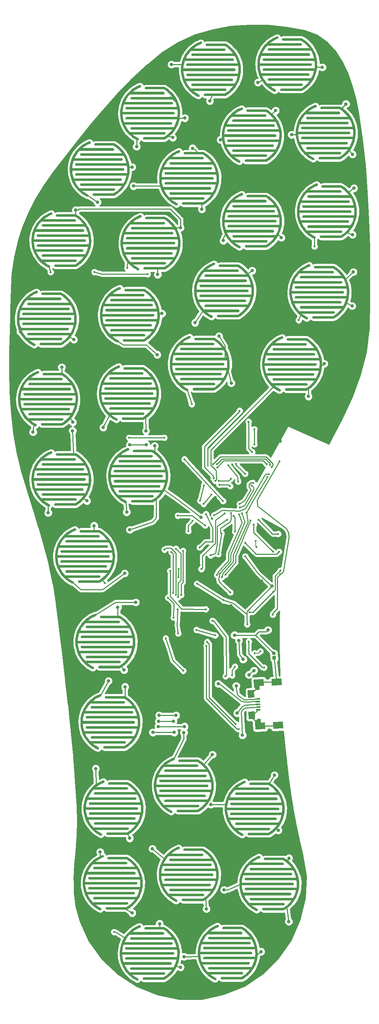
<source format=gtl>
G04 #@! TF.GenerationSoftware,KiCad,Pcbnew,(5.0.0)*
G04 #@! TF.CreationDate,2020-01-29T13:42:06+01:00*
G04 #@! TF.ProjectId,Insole_PCB,496E736F6C655F5043422E6B69636164,rev?*
G04 #@! TF.SameCoordinates,Original*
G04 #@! TF.FileFunction,Copper,L1,Top,Signal*
G04 #@! TF.FilePolarity,Positive*
%FSLAX46Y46*%
G04 Gerber Fmt 4.6, Leading zero omitted, Abs format (unit mm)*
G04 Created by KiCad (PCBNEW (5.0.0)) date 01/29/20 13:42:06*
%MOMM*%
%LPD*%
G01*
G04 APERTURE LIST*
G04 #@! TA.AperFunction,SMDPad,CuDef*
%ADD10C,0.500000*%
G04 #@! TD*
G04 #@! TA.AperFunction,Conductor*
%ADD11C,0.100000*%
G04 #@! TD*
G04 #@! TA.AperFunction,ComponentPad*
%ADD12C,0.850000*%
G04 #@! TD*
G04 #@! TA.AperFunction,Conductor*
%ADD13C,0.850000*%
G04 #@! TD*
G04 #@! TA.AperFunction,SMDPad,CuDef*
%ADD14C,1.600000*%
G04 #@! TD*
G04 #@! TA.AperFunction,SMDPad,CuDef*
%ADD15C,1.500000*%
G04 #@! TD*
G04 #@! TA.AperFunction,SMDPad,CuDef*
%ADD16C,0.400000*%
G04 #@! TD*
G04 #@! TA.AperFunction,ViaPad*
%ADD17C,0.800000*%
G04 #@! TD*
G04 #@! TA.AperFunction,ViaPad*
%ADD18C,0.500000*%
G04 #@! TD*
G04 #@! TA.AperFunction,ViaPad*
%ADD19C,0.600000*%
G04 #@! TD*
G04 #@! TA.AperFunction,Conductor*
%ADD20C,0.250000*%
G04 #@! TD*
G04 #@! TA.AperFunction,Conductor*
%ADD21C,0.160000*%
G04 #@! TD*
G04 #@! TA.AperFunction,Conductor*
%ADD22C,0.254000*%
G04 #@! TD*
G04 APERTURE END LIST*
D10*
G04 #@! TO.P,S9,1*
G04 #@! TO.N,/U2_Data*
X169519453Y-58320707D03*
D11*
G04 #@! TD*
G04 #@! TO.N,/U2_Data*
G04 #@! TO.C,S9*
G36*
X161415264Y-63420678D02*
X161386012Y-63418837D01*
X161357079Y-63414151D01*
X161328742Y-63406664D01*
X161301270Y-63396448D01*
X161274927Y-63383599D01*
X161249963Y-63368241D01*
X161226617Y-63350520D01*
X161205111Y-63330606D01*
X161185652Y-63308688D01*
X161168424Y-63284976D01*
X161153592Y-63259696D01*
X161141298Y-63233089D01*
X161131659Y-63205409D01*
X161124767Y-63176921D01*
X161120688Y-63147897D01*
X161119460Y-63118613D01*
X161121096Y-63089348D01*
X161125580Y-63060384D01*
X161132869Y-63031995D01*
X161142894Y-63004452D01*
X161155558Y-62978020D01*
X161170742Y-62952949D01*
X161188299Y-62929480D01*
X161208063Y-62907836D01*
X161229844Y-62888224D01*
X161253436Y-62870831D01*
X161278612Y-62855823D01*
X161305132Y-62843343D01*
X161332743Y-62833511D01*
X161361183Y-62826420D01*
X161390178Y-62822139D01*
X161419453Y-62820707D01*
X166135810Y-62820707D01*
X166396041Y-62663036D01*
X166922078Y-62285581D01*
X167406494Y-61860590D01*
X167847135Y-61390351D01*
X168131171Y-61020707D01*
X158419453Y-61020707D01*
X158415264Y-61020678D01*
X158386012Y-61018837D01*
X158357079Y-61014151D01*
X158328742Y-61006664D01*
X158301270Y-60996448D01*
X158274927Y-60983599D01*
X158249963Y-60968241D01*
X158226617Y-60950520D01*
X158205111Y-60930606D01*
X158185652Y-60908688D01*
X158168424Y-60884976D01*
X158153592Y-60859696D01*
X158141298Y-60833089D01*
X158131659Y-60805409D01*
X158124767Y-60776921D01*
X158120688Y-60747897D01*
X158119460Y-60718613D01*
X158121096Y-60689348D01*
X158125580Y-60660384D01*
X158132869Y-60631995D01*
X158142894Y-60604452D01*
X158155558Y-60578020D01*
X158170742Y-60552949D01*
X158188299Y-60529480D01*
X158208063Y-60507836D01*
X158229844Y-60488224D01*
X158253436Y-60470831D01*
X158278612Y-60455823D01*
X158305132Y-60443343D01*
X158332743Y-60433511D01*
X158361183Y-60426420D01*
X158390178Y-60422139D01*
X158419453Y-60420707D01*
X168525700Y-60420707D01*
X168580697Y-60332484D01*
X168866617Y-59754953D01*
X169094810Y-59152292D01*
X169238629Y-58620707D01*
X157219453Y-58620707D01*
X157215264Y-58620678D01*
X157186012Y-58618837D01*
X157157079Y-58614151D01*
X157128742Y-58606664D01*
X157101270Y-58596448D01*
X157074927Y-58583599D01*
X157049963Y-58568241D01*
X157026617Y-58550520D01*
X157005111Y-58530606D01*
X156985652Y-58508688D01*
X156968424Y-58484976D01*
X156953592Y-58459696D01*
X156941298Y-58433089D01*
X156931659Y-58405409D01*
X156924767Y-58376921D01*
X156920688Y-58347897D01*
X156919460Y-58318613D01*
X156921096Y-58289348D01*
X156925580Y-58260384D01*
X156932869Y-58231995D01*
X156942894Y-58204452D01*
X156955558Y-58178020D01*
X156970742Y-58152949D01*
X156988299Y-58129480D01*
X157008063Y-58107836D01*
X157029844Y-58088224D01*
X157053436Y-58070831D01*
X157078612Y-58055823D01*
X157105132Y-58043343D01*
X157132743Y-58033511D01*
X157161183Y-58026420D01*
X157190178Y-58022139D01*
X157219453Y-58020707D01*
X169348728Y-58020707D01*
X169369902Y-57894701D01*
X169414168Y-57251803D01*
X169395485Y-56607639D01*
X169346185Y-56220707D01*
X157219453Y-56220707D01*
X157215264Y-56220678D01*
X157186012Y-56218837D01*
X157157079Y-56214151D01*
X157128742Y-56206664D01*
X157101270Y-56196448D01*
X157074927Y-56183599D01*
X157049963Y-56168241D01*
X157026617Y-56150520D01*
X157005111Y-56130606D01*
X156985652Y-56108688D01*
X156968424Y-56084976D01*
X156953592Y-56059696D01*
X156941298Y-56033089D01*
X156931659Y-56005409D01*
X156924767Y-55976921D01*
X156920688Y-55947897D01*
X156919460Y-55918613D01*
X156921096Y-55889348D01*
X156925580Y-55860384D01*
X156932869Y-55831995D01*
X156942894Y-55804452D01*
X156955558Y-55778020D01*
X156970742Y-55752949D01*
X156988299Y-55729480D01*
X157008063Y-55707836D01*
X157029844Y-55688224D01*
X157053436Y-55670831D01*
X157078612Y-55655823D01*
X157105132Y-55643343D01*
X157132743Y-55633511D01*
X157161183Y-55626420D01*
X157190178Y-55622139D01*
X157219453Y-55620707D01*
X169234654Y-55620707D01*
X169170589Y-55340114D01*
X168966522Y-54728851D01*
X168703786Y-54140425D01*
X168521708Y-53820707D01*
X158419453Y-53820707D01*
X158415264Y-53820678D01*
X158386012Y-53818837D01*
X158357079Y-53814151D01*
X158328742Y-53806664D01*
X158301270Y-53796448D01*
X158274927Y-53783599D01*
X158249963Y-53768241D01*
X158226617Y-53750520D01*
X158205111Y-53730606D01*
X158185652Y-53708688D01*
X158168424Y-53684976D01*
X158153592Y-53659696D01*
X158141298Y-53633089D01*
X158131659Y-53605409D01*
X158124767Y-53576921D01*
X158120688Y-53547897D01*
X158119460Y-53518613D01*
X158121096Y-53489348D01*
X158125580Y-53460384D01*
X158132869Y-53431995D01*
X158142894Y-53404452D01*
X158155558Y-53378020D01*
X158170742Y-53352949D01*
X158188299Y-53329480D01*
X158208063Y-53307836D01*
X158229844Y-53288224D01*
X158253436Y-53270831D01*
X158278612Y-53255823D01*
X158305132Y-53243343D01*
X158332743Y-53233511D01*
X158361183Y-53226420D01*
X158390178Y-53222139D01*
X158419453Y-53220707D01*
X168130538Y-53220707D01*
X168012845Y-53054243D01*
X167591238Y-52566861D01*
X167124088Y-52122951D01*
X166615850Y-51726745D01*
X166132469Y-51420707D01*
X161819453Y-51420707D01*
X161815264Y-51420678D01*
X161786012Y-51418837D01*
X161757079Y-51414151D01*
X161728742Y-51406664D01*
X161701270Y-51396448D01*
X161674927Y-51383599D01*
X161649963Y-51368241D01*
X161626617Y-51350520D01*
X161605111Y-51330606D01*
X161585652Y-51308688D01*
X161568424Y-51284976D01*
X161553592Y-51259696D01*
X161541298Y-51233089D01*
X161531659Y-51205409D01*
X161524767Y-51176921D01*
X161520688Y-51147897D01*
X161519460Y-51118613D01*
X161521096Y-51089348D01*
X161525580Y-51060384D01*
X161532869Y-51031995D01*
X161542894Y-51004452D01*
X161555558Y-50978020D01*
X161570742Y-50952949D01*
X161588299Y-50929480D01*
X161608063Y-50907836D01*
X161629844Y-50888224D01*
X161653436Y-50870831D01*
X161678612Y-50855823D01*
X161705132Y-50843343D01*
X161732743Y-50833511D01*
X161761183Y-50826420D01*
X161790178Y-50822139D01*
X161819453Y-50820707D01*
X166219453Y-50820707D01*
X166223642Y-50820736D01*
X166232897Y-50821318D01*
X166242149Y-50821567D01*
X166247507Y-50822238D01*
X166252894Y-50822577D01*
X166262030Y-50824057D01*
X166271232Y-50825209D01*
X166276504Y-50826401D01*
X166281827Y-50827263D01*
X166290779Y-50829628D01*
X166299819Y-50831672D01*
X166304946Y-50833371D01*
X166310164Y-50834750D01*
X166318845Y-50837978D01*
X166327642Y-50840894D01*
X166332572Y-50843083D01*
X166337636Y-50844966D01*
X166345978Y-50849035D01*
X166354429Y-50852787D01*
X166359118Y-50855444D01*
X166363979Y-50857815D01*
X166371875Y-50862673D01*
X166379930Y-50867237D01*
X166949201Y-51227654D01*
X166952725Y-51229919D01*
X166962918Y-51237308D01*
X166973170Y-51244524D01*
X167504553Y-51658773D01*
X167507839Y-51661371D01*
X167517248Y-51669707D01*
X167526761Y-51677901D01*
X168015184Y-52142026D01*
X168018200Y-52144932D01*
X168026732Y-52154126D01*
X168035419Y-52163229D01*
X168476221Y-52672801D01*
X168478940Y-52675988D01*
X168486544Y-52685984D01*
X168494291Y-52695878D01*
X168883263Y-53246034D01*
X168885657Y-53249471D01*
X168892241Y-53260148D01*
X168898994Y-53270764D01*
X169232425Y-53856250D01*
X169234473Y-53859904D01*
X169240000Y-53871206D01*
X169245668Y-53882397D01*
X169520373Y-54497626D01*
X169522055Y-54501463D01*
X169526459Y-54513268D01*
X169531001Y-54524941D01*
X169744360Y-55164040D01*
X169745659Y-55168023D01*
X169748875Y-55180141D01*
X169752273Y-55192262D01*
X169902248Y-55849131D01*
X169903152Y-55853221D01*
X169905179Y-55865655D01*
X169907368Y-55877991D01*
X169992528Y-56546359D01*
X169993029Y-56550518D01*
X169993832Y-56563070D01*
X169994808Y-56575580D01*
X170014341Y-57249070D01*
X170014433Y-57253258D01*
X170014008Y-57265808D01*
X170013758Y-57278374D01*
X169967476Y-57950555D01*
X169967160Y-57954732D01*
X169965507Y-57967220D01*
X169964037Y-57979662D01*
X169852383Y-58644120D01*
X169851660Y-58648246D01*
X169848812Y-58660447D01*
X169846120Y-58672753D01*
X169670158Y-59323143D01*
X169669036Y-59327179D01*
X169664991Y-59339100D01*
X169661130Y-59351027D01*
X169422543Y-59981143D01*
X169421032Y-59985050D01*
X169415850Y-59996506D01*
X169410837Y-60008014D01*
X169111899Y-60611841D01*
X169110014Y-60615582D01*
X169103744Y-60626467D01*
X169097627Y-60637441D01*
X168741193Y-61209213D01*
X168738952Y-61212753D01*
X168731646Y-61222981D01*
X168724491Y-61233298D01*
X168313962Y-61767562D01*
X168311387Y-61770866D01*
X168303095Y-61780358D01*
X168294990Y-61789902D01*
X167834286Y-62281553D01*
X167831400Y-62284590D01*
X167822259Y-62293192D01*
X167813224Y-62301936D01*
X167306742Y-62746285D01*
X167303574Y-62749026D01*
X167293636Y-62756696D01*
X167283791Y-62764516D01*
X166736365Y-63157319D01*
X166732944Y-63159738D01*
X166724844Y-63164811D01*
X166716926Y-63170154D01*
X166377260Y-63375954D01*
X166373663Y-63378100D01*
X166367119Y-63381522D01*
X166360294Y-63385591D01*
X166350767Y-63390074D01*
X166347691Y-63391683D01*
X166345260Y-63392666D01*
X166333774Y-63398071D01*
X166306163Y-63407903D01*
X166277723Y-63414994D01*
X166248728Y-63419275D01*
X166219453Y-63420707D01*
X161419453Y-63420707D01*
X161415264Y-63420678D01*
X161415264Y-63420678D01*
G37*
D10*
G04 #@! TO.P,S9,2*
G04 #@! TO.N,/U2_A1*
X156019453Y-57120707D03*
D11*
G04 #@! TD*
G04 #@! TO.N,/U2_A1*
G04 #@! TO.C,S9*
G36*
X159786944Y-63618940D02*
X159757997Y-63614345D01*
X159729635Y-63606946D01*
X159702133Y-63596815D01*
X159675749Y-63584049D01*
X159085053Y-63261710D01*
X159081390Y-63259678D01*
X159070760Y-63252978D01*
X159060041Y-63246430D01*
X158503619Y-62867988D01*
X158500172Y-62865608D01*
X158490269Y-62857921D01*
X158480218Y-62850341D01*
X157963380Y-62419407D01*
X157960181Y-62416702D01*
X157951067Y-62408077D01*
X157941812Y-62399560D01*
X157469494Y-61920249D01*
X157466575Y-61917245D01*
X157458346Y-61907771D01*
X157449966Y-61898392D01*
X157026674Y-61375278D01*
X157024062Y-61372003D01*
X157016811Y-61361791D01*
X157009372Y-61351620D01*
X156639147Y-60789697D01*
X156636867Y-60786183D01*
X156630621Y-60775268D01*
X156624237Y-60764463D01*
X156310613Y-60169094D01*
X156308686Y-60165374D01*
X156303538Y-60153907D01*
X156298235Y-60142525D01*
X156044206Y-59519394D01*
X156042652Y-59515504D01*
X156038643Y-59503575D01*
X156034481Y-59491744D01*
X155842471Y-58846798D01*
X155841303Y-58842774D01*
X155838476Y-58830506D01*
X155835490Y-58818331D01*
X155707332Y-58157725D01*
X155706563Y-58153607D01*
X155704953Y-58141173D01*
X155703162Y-58128713D01*
X155640080Y-57458754D01*
X155639716Y-57454581D01*
X155639326Y-57442026D01*
X155638761Y-57429474D01*
X155641357Y-56756557D01*
X155641402Y-56752368D01*
X155642241Y-56739814D01*
X155642902Y-56727288D01*
X155711150Y-56057836D01*
X155711604Y-56053671D01*
X155713656Y-56041308D01*
X155715543Y-56028857D01*
X155848793Y-55369259D01*
X155849651Y-55365159D01*
X155852916Y-55352994D01*
X155855994Y-55340848D01*
X156052973Y-54697401D01*
X156054227Y-54693404D01*
X156058647Y-54681658D01*
X156062911Y-54669828D01*
X156321739Y-54048674D01*
X156323377Y-54044819D01*
X156328923Y-54033558D01*
X156334321Y-54022202D01*
X156652528Y-53429270D01*
X156654534Y-53425593D01*
X156661168Y-53414903D01*
X156667633Y-53404152D01*
X157042182Y-52845101D01*
X157044538Y-52841637D01*
X157052163Y-52831672D01*
X157059666Y-52821577D01*
X157486981Y-52301744D01*
X157489663Y-52298526D01*
X157498229Y-52289348D01*
X157506677Y-52280038D01*
X157982679Y-51804385D01*
X157985662Y-51801445D01*
X157995090Y-51793139D01*
X158004399Y-51784705D01*
X158524545Y-51357771D01*
X158527801Y-51355136D01*
X158537986Y-51347796D01*
X158548082Y-51340304D01*
X159107407Y-50966166D01*
X159110905Y-50963861D01*
X159121767Y-50957545D01*
X159132536Y-50951079D01*
X159725700Y-50633306D01*
X159729407Y-50631354D01*
X159739857Y-50626575D01*
X159750251Y-50621554D01*
X160281328Y-50396356D01*
X160285196Y-50394747D01*
X160312845Y-50385022D01*
X160341312Y-50378041D01*
X160370323Y-50373871D01*
X160399603Y-50372552D01*
X160428872Y-50374097D01*
X160457851Y-50378490D01*
X160486263Y-50385691D01*
X160513836Y-50395629D01*
X160540308Y-50408211D01*
X160565426Y-50423316D01*
X160588950Y-50440800D01*
X160610656Y-50460496D01*
X160630336Y-50482216D01*
X160647803Y-50505753D01*
X160662889Y-50530882D01*
X160675451Y-50557363D01*
X160685370Y-50584944D01*
X160692549Y-50613360D01*
X160696922Y-50642342D01*
X160698445Y-50671613D01*
X160697105Y-50700892D01*
X160692913Y-50729901D01*
X160685911Y-50758362D01*
X160676165Y-50786004D01*
X160663769Y-50812563D01*
X160648839Y-50837786D01*
X160631520Y-50861432D01*
X160611977Y-50883274D01*
X160590395Y-50903105D01*
X160566980Y-50920737D01*
X160541957Y-50935997D01*
X160515564Y-50948744D01*
X159997037Y-51168621D01*
X159428798Y-51473041D01*
X158893872Y-51830859D01*
X158662576Y-52020707D01*
X166019453Y-52020707D01*
X166023642Y-52020736D01*
X166052894Y-52022577D01*
X166081827Y-52027263D01*
X166110164Y-52034750D01*
X166137636Y-52044966D01*
X166163979Y-52057815D01*
X166188943Y-52073173D01*
X166212289Y-52090894D01*
X166233795Y-52110808D01*
X166253254Y-52132726D01*
X166270482Y-52156438D01*
X166285314Y-52181718D01*
X166297608Y-52208325D01*
X166307247Y-52236005D01*
X166314139Y-52264493D01*
X166318218Y-52293517D01*
X166319446Y-52322801D01*
X166317810Y-52352066D01*
X166313326Y-52381030D01*
X166306037Y-52409419D01*
X166296012Y-52436962D01*
X166283348Y-52463394D01*
X166268164Y-52488465D01*
X166250607Y-52511934D01*
X166230843Y-52533578D01*
X166209062Y-52553190D01*
X166185470Y-52570583D01*
X166160294Y-52585591D01*
X166133774Y-52598071D01*
X166106163Y-52607903D01*
X166077723Y-52614994D01*
X166048728Y-52619275D01*
X166019453Y-52620707D01*
X158019453Y-52620707D01*
X158015264Y-52620678D01*
X158014664Y-52620640D01*
X157941162Y-52694088D01*
X157532484Y-53191250D01*
X157174268Y-53725922D01*
X156869939Y-54292995D01*
X156816722Y-54420707D01*
X168019453Y-54420707D01*
X168023642Y-54420736D01*
X168052894Y-54422577D01*
X168081827Y-54427263D01*
X168110164Y-54434750D01*
X168137636Y-54444966D01*
X168163979Y-54457815D01*
X168188943Y-54473173D01*
X168212289Y-54490894D01*
X168233795Y-54510808D01*
X168253254Y-54532726D01*
X168270482Y-54556438D01*
X168285314Y-54581718D01*
X168297608Y-54608325D01*
X168307247Y-54636005D01*
X168314139Y-54664493D01*
X168318218Y-54693517D01*
X168319446Y-54722801D01*
X168317810Y-54752066D01*
X168313326Y-54781030D01*
X168306037Y-54809419D01*
X168296012Y-54836962D01*
X168283348Y-54863394D01*
X168268164Y-54888465D01*
X168250607Y-54911934D01*
X168230843Y-54933578D01*
X168209062Y-54953190D01*
X168185470Y-54970583D01*
X168160294Y-54985591D01*
X168133774Y-54998071D01*
X168106163Y-55007903D01*
X168077723Y-55014994D01*
X168048728Y-55019275D01*
X168019453Y-55020707D01*
X156581484Y-55020707D01*
X156434009Y-55502446D01*
X156306567Y-56133290D01*
X156241296Y-56773540D01*
X156241114Y-56820707D01*
X168419453Y-56820707D01*
X168423642Y-56820736D01*
X168452894Y-56822577D01*
X168481827Y-56827263D01*
X168510164Y-56834750D01*
X168537636Y-56844966D01*
X168563979Y-56857815D01*
X168588943Y-56873173D01*
X168612289Y-56890894D01*
X168633795Y-56910808D01*
X168653254Y-56932726D01*
X168670482Y-56956438D01*
X168685314Y-56981718D01*
X168697608Y-57008325D01*
X168707247Y-57036005D01*
X168714139Y-57064493D01*
X168718218Y-57093517D01*
X168719446Y-57122801D01*
X168717810Y-57152066D01*
X168713326Y-57181030D01*
X168706037Y-57209419D01*
X168696012Y-57236962D01*
X168683348Y-57263394D01*
X168668164Y-57288465D01*
X168650607Y-57311934D01*
X168630843Y-57333578D01*
X168609062Y-57353190D01*
X168585470Y-57370583D01*
X168560294Y-57385591D01*
X168533774Y-57398071D01*
X168506163Y-57407903D01*
X168477723Y-57414994D01*
X168448728Y-57419275D01*
X168419453Y-57420707D01*
X156239152Y-57420707D01*
X156299145Y-58057861D01*
X156421714Y-58689658D01*
X156579815Y-59220707D01*
X167819453Y-59220707D01*
X167823642Y-59220736D01*
X167852894Y-59222577D01*
X167881827Y-59227263D01*
X167910164Y-59234750D01*
X167937636Y-59244966D01*
X167963979Y-59257815D01*
X167988943Y-59273173D01*
X168012289Y-59290894D01*
X168033795Y-59310808D01*
X168053254Y-59332726D01*
X168070482Y-59356438D01*
X168085314Y-59381718D01*
X168097608Y-59408325D01*
X168107247Y-59436005D01*
X168114139Y-59464493D01*
X168118218Y-59493517D01*
X168119446Y-59522801D01*
X168117810Y-59552066D01*
X168113326Y-59581030D01*
X168106037Y-59609419D01*
X168096012Y-59636962D01*
X168083348Y-59663394D01*
X168068164Y-59688465D01*
X168050607Y-59711934D01*
X168030843Y-59733578D01*
X168009062Y-59753190D01*
X167985470Y-59770583D01*
X167960294Y-59785591D01*
X167933774Y-59798071D01*
X167906163Y-59807903D01*
X167877723Y-59814994D01*
X167848728Y-59819275D01*
X167819453Y-59820707D01*
X156814983Y-59820707D01*
X156848300Y-59902434D01*
X157148245Y-60471837D01*
X157502334Y-61009269D01*
X157907167Y-61509569D01*
X158016811Y-61620836D01*
X158019453Y-61620707D01*
X166219453Y-61620707D01*
X166223642Y-61620736D01*
X166252894Y-61622577D01*
X166281827Y-61627263D01*
X166310164Y-61634750D01*
X166337636Y-61644966D01*
X166363979Y-61657815D01*
X166388943Y-61673173D01*
X166412289Y-61690894D01*
X166433795Y-61710808D01*
X166453254Y-61732726D01*
X166470482Y-61756438D01*
X166485314Y-61781718D01*
X166497608Y-61808325D01*
X166507247Y-61836005D01*
X166514139Y-61864493D01*
X166518218Y-61893517D01*
X166519446Y-61922801D01*
X166517810Y-61952066D01*
X166513326Y-61981030D01*
X166506037Y-62009419D01*
X166496012Y-62036962D01*
X166483348Y-62063394D01*
X166468164Y-62088465D01*
X166450607Y-62111934D01*
X166430843Y-62133578D01*
X166409062Y-62153190D01*
X166385470Y-62170583D01*
X166360294Y-62185591D01*
X166333774Y-62198071D01*
X166306163Y-62207903D01*
X166277723Y-62214994D01*
X166248728Y-62219275D01*
X166219453Y-62220707D01*
X158661998Y-62220707D01*
X158853185Y-62380117D01*
X159385340Y-62742054D01*
X159963157Y-63057365D01*
X159966820Y-63059397D01*
X159991616Y-63075025D01*
X160014769Y-63092998D01*
X160036057Y-63113144D01*
X160055279Y-63135271D01*
X160072248Y-63159168D01*
X160086805Y-63184608D01*
X160098809Y-63211347D01*
X160108149Y-63239129D01*
X160114731Y-63267690D01*
X160118495Y-63296757D01*
X160119405Y-63326053D01*
X160117452Y-63355297D01*
X160112654Y-63384212D01*
X160105058Y-63412521D01*
X160094736Y-63439952D01*
X160081786Y-63466246D01*
X160066332Y-63491151D01*
X160048521Y-63514428D01*
X160028524Y-63535857D01*
X160006531Y-63555232D01*
X159982753Y-63572368D01*
X159957415Y-63587102D01*
X159930761Y-63599293D01*
X159903045Y-63608825D01*
X159874531Y-63615608D01*
X159845490Y-63619574D01*
X159816201Y-63620689D01*
X159786944Y-63618940D01*
X159786944Y-63618940D01*
G37*
D12*
G04 #@! TO.P,J2,2*
G04 #@! TO.N,+BATT*
X192469697Y-186293143D03*
D13*
G04 #@! TD*
G04 #@! TO.N,+BATT*
G04 #@! TO.C,J2*
X192469697Y-186293143D02*
X192469697Y-186293143D01*
D12*
G04 #@! TO.P,J2,1*
G04 #@! TO.N,-BATT*
X192539453Y-187290707D03*
D11*
G04 #@! TD*
G04 #@! TO.N,-BATT*
G04 #@! TO.C,J2*
G36*
X192145135Y-187744318D02*
X192085842Y-186896389D01*
X192933771Y-186837096D01*
X192993064Y-187685025D01*
X192145135Y-187744318D01*
X192145135Y-187744318D01*
G37*
D14*
G04 #@! TO.P,J1,6*
G04 #@! TO.N,-BATT*
X188849559Y-193254613D03*
D11*
G04 #@! TD*
G04 #@! TO.N,-BATT*
G04 #@! TO.C,J1*
G36*
X189077357Y-194047146D02*
X189110511Y-194996567D01*
X188310999Y-195024487D01*
X187686062Y-194320868D01*
X187622370Y-192496980D01*
X190020908Y-192413221D01*
X190076748Y-194012246D01*
X189077357Y-194047146D01*
X189077357Y-194047146D01*
G37*
D14*
G04 #@! TO.P,J1,6*
G04 #@! TO.N,-BATT*
X189212514Y-203648278D03*
D11*
G04 #@! TD*
G04 #@! TO.N,-BATT*
G04 #@! TO.C,J1*
G36*
X188041165Y-204489670D02*
X187977473Y-202665782D01*
X188551805Y-201920284D01*
X189351318Y-201892364D01*
X189384473Y-202841785D01*
X190383863Y-202806886D01*
X190439703Y-204405911D01*
X188041165Y-204489670D01*
X188041165Y-204489670D01*
G37*
D15*
G04 #@! TO.P,J1,6*
G04 #@! TO.N,-BATT*
X187171218Y-201067946D03*
D11*
G04 #@! TD*
G04 #@! TO.N,-BATT*
G04 #@! TO.C,J1*
G36*
X186390265Y-200194669D02*
X187889352Y-200142320D01*
X187952171Y-201941223D01*
X186453084Y-201993572D01*
X186390265Y-200194669D01*
X186390265Y-200194669D01*
G37*
D15*
G04 #@! TO.P,J1,6*
G04 #@! TO.N,-BATT*
X186993231Y-195971053D03*
D11*
G04 #@! TD*
G04 #@! TO.N,-BATT*
G04 #@! TO.C,J1*
G36*
X186212278Y-195097776D02*
X187711365Y-195045427D01*
X187774184Y-196844330D01*
X186275097Y-196896679D01*
X186212278Y-195097776D01*
X186212278Y-195097776D01*
G37*
D14*
G04 #@! TO.P,J1,6*
G04 #@! TO.N,-BATT*
X193508150Y-203448241D03*
D11*
G04 #@! TD*
G04 #@! TO.N,-BATT*
G04 #@! TO.C,J1*
G36*
X192280961Y-202690608D02*
X194679499Y-202606849D01*
X194735339Y-204205874D01*
X192336801Y-204289633D01*
X192280961Y-202690608D01*
X192280961Y-202690608D01*
G37*
D14*
G04 #@! TO.P,J1,6*
G04 #@! TO.N,-BATT*
X193148685Y-193154515D03*
D11*
G04 #@! TD*
G04 #@! TO.N,-BATT*
G04 #@! TO.C,J1*
G36*
X191921496Y-192396882D02*
X194320034Y-192313123D01*
X194375874Y-193912148D01*
X191977336Y-193995907D01*
X191921496Y-192396882D01*
X191921496Y-192396882D01*
G37*
D16*
G04 #@! TO.P,J1,5*
G04 #@! TO.N,-BATT*
X188751604Y-199761996D03*
D11*
G04 #@! TD*
G04 #@! TO.N,-BATT*
G04 #@! TO.C,J1*
G36*
X188219944Y-199580440D02*
X189269304Y-199543796D01*
X189283264Y-199943552D01*
X188233904Y-199980196D01*
X188219944Y-199580440D01*
X188219944Y-199580440D01*
G37*
D16*
G04 #@! TO.P,J1,4*
G04 #@! TO.N,/P0.7_USB*
X188728920Y-199112392D03*
D11*
G04 #@! TD*
G04 #@! TO.N,/P0.7_USB*
G04 #@! TO.C,J1*
G36*
X188197260Y-198930836D02*
X189246620Y-198894192D01*
X189260580Y-199293948D01*
X188211220Y-199330592D01*
X188197260Y-198930836D01*
X188197260Y-198930836D01*
G37*
D16*
G04 #@! TO.P,J1,3*
G04 #@! TO.N,/P0.6_USB*
X188706235Y-198462788D03*
D11*
G04 #@! TD*
G04 #@! TO.N,/P0.6_USB*
G04 #@! TO.C,J1*
G36*
X188174575Y-198281232D02*
X189223935Y-198244588D01*
X189237895Y-198644344D01*
X188188535Y-198680988D01*
X188174575Y-198281232D01*
X188174575Y-198281232D01*
G37*
D16*
G04 #@! TO.P,J1,2*
G04 #@! TO.N,/XRES_USB*
X188683550Y-197813184D03*
D11*
G04 #@! TD*
G04 #@! TO.N,/XRES_USB*
G04 #@! TO.C,J1*
G36*
X188151890Y-197631628D02*
X189201250Y-197594984D01*
X189215210Y-197994740D01*
X188165850Y-198031384D01*
X188151890Y-197631628D01*
X188151890Y-197631628D01*
G37*
D16*
G04 #@! TO.P,J1,1*
G04 #@! TO.N,+5V*
X188660865Y-197163580D03*
D11*
G04 #@! TD*
G04 #@! TO.N,+5V*
G04 #@! TO.C,J1*
G36*
X188129205Y-196982024D02*
X189178565Y-196945380D01*
X189192525Y-197345136D01*
X188143165Y-197381780D01*
X188129205Y-196982024D01*
X188129205Y-196982024D01*
G37*
D10*
G04 #@! TO.P,S0,1*
G04 #@! TO.N,/U1_Data*
X203569453Y-118380707D03*
D11*
G04 #@! TD*
G04 #@! TO.N,/U1_Data*
G04 #@! TO.C,S0*
G36*
X195465264Y-123480678D02*
X195436012Y-123478837D01*
X195407079Y-123474151D01*
X195378742Y-123466664D01*
X195351270Y-123456448D01*
X195324927Y-123443599D01*
X195299963Y-123428241D01*
X195276617Y-123410520D01*
X195255111Y-123390606D01*
X195235652Y-123368688D01*
X195218424Y-123344976D01*
X195203592Y-123319696D01*
X195191298Y-123293089D01*
X195181659Y-123265409D01*
X195174767Y-123236921D01*
X195170688Y-123207897D01*
X195169460Y-123178613D01*
X195171096Y-123149348D01*
X195175580Y-123120384D01*
X195182869Y-123091995D01*
X195192894Y-123064452D01*
X195205558Y-123038020D01*
X195220742Y-123012949D01*
X195238299Y-122989480D01*
X195258063Y-122967836D01*
X195279844Y-122948224D01*
X195303436Y-122930831D01*
X195328612Y-122915823D01*
X195355132Y-122903343D01*
X195382743Y-122893511D01*
X195411183Y-122886420D01*
X195440178Y-122882139D01*
X195469453Y-122880707D01*
X200185810Y-122880707D01*
X200446041Y-122723036D01*
X200972078Y-122345581D01*
X201456494Y-121920590D01*
X201897135Y-121450351D01*
X202181171Y-121080707D01*
X192469453Y-121080707D01*
X192465264Y-121080678D01*
X192436012Y-121078837D01*
X192407079Y-121074151D01*
X192378742Y-121066664D01*
X192351270Y-121056448D01*
X192324927Y-121043599D01*
X192299963Y-121028241D01*
X192276617Y-121010520D01*
X192255111Y-120990606D01*
X192235652Y-120968688D01*
X192218424Y-120944976D01*
X192203592Y-120919696D01*
X192191298Y-120893089D01*
X192181659Y-120865409D01*
X192174767Y-120836921D01*
X192170688Y-120807897D01*
X192169460Y-120778613D01*
X192171096Y-120749348D01*
X192175580Y-120720384D01*
X192182869Y-120691995D01*
X192192894Y-120664452D01*
X192205558Y-120638020D01*
X192220742Y-120612949D01*
X192238299Y-120589480D01*
X192258063Y-120567836D01*
X192279844Y-120548224D01*
X192303436Y-120530831D01*
X192328612Y-120515823D01*
X192355132Y-120503343D01*
X192382743Y-120493511D01*
X192411183Y-120486420D01*
X192440178Y-120482139D01*
X192469453Y-120480707D01*
X202575700Y-120480707D01*
X202630697Y-120392484D01*
X202916617Y-119814953D01*
X203144810Y-119212292D01*
X203288629Y-118680707D01*
X191269453Y-118680707D01*
X191265264Y-118680678D01*
X191236012Y-118678837D01*
X191207079Y-118674151D01*
X191178742Y-118666664D01*
X191151270Y-118656448D01*
X191124927Y-118643599D01*
X191099963Y-118628241D01*
X191076617Y-118610520D01*
X191055111Y-118590606D01*
X191035652Y-118568688D01*
X191018424Y-118544976D01*
X191003592Y-118519696D01*
X190991298Y-118493089D01*
X190981659Y-118465409D01*
X190974767Y-118436921D01*
X190970688Y-118407897D01*
X190969460Y-118378613D01*
X190971096Y-118349348D01*
X190975580Y-118320384D01*
X190982869Y-118291995D01*
X190992894Y-118264452D01*
X191005558Y-118238020D01*
X191020742Y-118212949D01*
X191038299Y-118189480D01*
X191058063Y-118167836D01*
X191079844Y-118148224D01*
X191103436Y-118130831D01*
X191128612Y-118115823D01*
X191155132Y-118103343D01*
X191182743Y-118093511D01*
X191211183Y-118086420D01*
X191240178Y-118082139D01*
X191269453Y-118080707D01*
X203398728Y-118080707D01*
X203419902Y-117954701D01*
X203464168Y-117311803D01*
X203445485Y-116667639D01*
X203396185Y-116280707D01*
X191269453Y-116280707D01*
X191265264Y-116280678D01*
X191236012Y-116278837D01*
X191207079Y-116274151D01*
X191178742Y-116266664D01*
X191151270Y-116256448D01*
X191124927Y-116243599D01*
X191099963Y-116228241D01*
X191076617Y-116210520D01*
X191055111Y-116190606D01*
X191035652Y-116168688D01*
X191018424Y-116144976D01*
X191003592Y-116119696D01*
X190991298Y-116093089D01*
X190981659Y-116065409D01*
X190974767Y-116036921D01*
X190970688Y-116007897D01*
X190969460Y-115978613D01*
X190971096Y-115949348D01*
X190975580Y-115920384D01*
X190982869Y-115891995D01*
X190992894Y-115864452D01*
X191005558Y-115838020D01*
X191020742Y-115812949D01*
X191038299Y-115789480D01*
X191058063Y-115767836D01*
X191079844Y-115748224D01*
X191103436Y-115730831D01*
X191128612Y-115715823D01*
X191155132Y-115703343D01*
X191182743Y-115693511D01*
X191211183Y-115686420D01*
X191240178Y-115682139D01*
X191269453Y-115680707D01*
X203284654Y-115680707D01*
X203220589Y-115400114D01*
X203016522Y-114788851D01*
X202753786Y-114200425D01*
X202571708Y-113880707D01*
X192469453Y-113880707D01*
X192465264Y-113880678D01*
X192436012Y-113878837D01*
X192407079Y-113874151D01*
X192378742Y-113866664D01*
X192351270Y-113856448D01*
X192324927Y-113843599D01*
X192299963Y-113828241D01*
X192276617Y-113810520D01*
X192255111Y-113790606D01*
X192235652Y-113768688D01*
X192218424Y-113744976D01*
X192203592Y-113719696D01*
X192191298Y-113693089D01*
X192181659Y-113665409D01*
X192174767Y-113636921D01*
X192170688Y-113607897D01*
X192169460Y-113578613D01*
X192171096Y-113549348D01*
X192175580Y-113520384D01*
X192182869Y-113491995D01*
X192192894Y-113464452D01*
X192205558Y-113438020D01*
X192220742Y-113412949D01*
X192238299Y-113389480D01*
X192258063Y-113367836D01*
X192279844Y-113348224D01*
X192303436Y-113330831D01*
X192328612Y-113315823D01*
X192355132Y-113303343D01*
X192382743Y-113293511D01*
X192411183Y-113286420D01*
X192440178Y-113282139D01*
X192469453Y-113280707D01*
X202180538Y-113280707D01*
X202062845Y-113114243D01*
X201641238Y-112626861D01*
X201174088Y-112182951D01*
X200665850Y-111786745D01*
X200182469Y-111480707D01*
X195869453Y-111480707D01*
X195865264Y-111480678D01*
X195836012Y-111478837D01*
X195807079Y-111474151D01*
X195778742Y-111466664D01*
X195751270Y-111456448D01*
X195724927Y-111443599D01*
X195699963Y-111428241D01*
X195676617Y-111410520D01*
X195655111Y-111390606D01*
X195635652Y-111368688D01*
X195618424Y-111344976D01*
X195603592Y-111319696D01*
X195591298Y-111293089D01*
X195581659Y-111265409D01*
X195574767Y-111236921D01*
X195570688Y-111207897D01*
X195569460Y-111178613D01*
X195571096Y-111149348D01*
X195575580Y-111120384D01*
X195582869Y-111091995D01*
X195592894Y-111064452D01*
X195605558Y-111038020D01*
X195620742Y-111012949D01*
X195638299Y-110989480D01*
X195658063Y-110967836D01*
X195679844Y-110948224D01*
X195703436Y-110930831D01*
X195728612Y-110915823D01*
X195755132Y-110903343D01*
X195782743Y-110893511D01*
X195811183Y-110886420D01*
X195840178Y-110882139D01*
X195869453Y-110880707D01*
X200269453Y-110880707D01*
X200273642Y-110880736D01*
X200282897Y-110881318D01*
X200292149Y-110881567D01*
X200297507Y-110882238D01*
X200302894Y-110882577D01*
X200312030Y-110884057D01*
X200321232Y-110885209D01*
X200326504Y-110886401D01*
X200331827Y-110887263D01*
X200340779Y-110889628D01*
X200349819Y-110891672D01*
X200354946Y-110893371D01*
X200360164Y-110894750D01*
X200368845Y-110897978D01*
X200377642Y-110900894D01*
X200382572Y-110903083D01*
X200387636Y-110904966D01*
X200395978Y-110909035D01*
X200404429Y-110912787D01*
X200409118Y-110915444D01*
X200413979Y-110917815D01*
X200421875Y-110922673D01*
X200429930Y-110927237D01*
X200999201Y-111287654D01*
X201002725Y-111289919D01*
X201012918Y-111297308D01*
X201023170Y-111304524D01*
X201554553Y-111718773D01*
X201557839Y-111721371D01*
X201567248Y-111729707D01*
X201576761Y-111737901D01*
X202065184Y-112202026D01*
X202068200Y-112204932D01*
X202076732Y-112214126D01*
X202085419Y-112223229D01*
X202526221Y-112732801D01*
X202528940Y-112735988D01*
X202536544Y-112745984D01*
X202544291Y-112755878D01*
X202933263Y-113306034D01*
X202935657Y-113309471D01*
X202942241Y-113320148D01*
X202948994Y-113330764D01*
X203282425Y-113916250D01*
X203284473Y-113919904D01*
X203290000Y-113931206D01*
X203295668Y-113942397D01*
X203570373Y-114557626D01*
X203572055Y-114561463D01*
X203576459Y-114573268D01*
X203581001Y-114584941D01*
X203794360Y-115224040D01*
X203795659Y-115228023D01*
X203798875Y-115240141D01*
X203802273Y-115252262D01*
X203952248Y-115909131D01*
X203953152Y-115913221D01*
X203955179Y-115925655D01*
X203957368Y-115937991D01*
X204042528Y-116606359D01*
X204043029Y-116610518D01*
X204043832Y-116623070D01*
X204044808Y-116635580D01*
X204064341Y-117309070D01*
X204064433Y-117313258D01*
X204064008Y-117325808D01*
X204063758Y-117338374D01*
X204017476Y-118010555D01*
X204017160Y-118014732D01*
X204015507Y-118027220D01*
X204014037Y-118039662D01*
X203902383Y-118704120D01*
X203901660Y-118708246D01*
X203898812Y-118720447D01*
X203896120Y-118732753D01*
X203720158Y-119383143D01*
X203719036Y-119387179D01*
X203714991Y-119399100D01*
X203711130Y-119411027D01*
X203472543Y-120041143D01*
X203471032Y-120045050D01*
X203465850Y-120056506D01*
X203460837Y-120068014D01*
X203161899Y-120671841D01*
X203160014Y-120675582D01*
X203153744Y-120686467D01*
X203147627Y-120697441D01*
X202791193Y-121269213D01*
X202788952Y-121272753D01*
X202781646Y-121282981D01*
X202774491Y-121293298D01*
X202363962Y-121827562D01*
X202361387Y-121830866D01*
X202353095Y-121840358D01*
X202344990Y-121849902D01*
X201884286Y-122341553D01*
X201881400Y-122344590D01*
X201872259Y-122353192D01*
X201863224Y-122361936D01*
X201356742Y-122806285D01*
X201353574Y-122809026D01*
X201343636Y-122816696D01*
X201333791Y-122824516D01*
X200786365Y-123217319D01*
X200782944Y-123219738D01*
X200774844Y-123224811D01*
X200766926Y-123230154D01*
X200427260Y-123435954D01*
X200423663Y-123438100D01*
X200417119Y-123441522D01*
X200410294Y-123445591D01*
X200400767Y-123450074D01*
X200397691Y-123451683D01*
X200395260Y-123452666D01*
X200383774Y-123458071D01*
X200356163Y-123467903D01*
X200327723Y-123474994D01*
X200298728Y-123479275D01*
X200269453Y-123480707D01*
X195469453Y-123480707D01*
X195465264Y-123480678D01*
X195465264Y-123480678D01*
G37*
D10*
G04 #@! TO.P,S0,2*
G04 #@! TO.N,/U1_A0*
X190069453Y-117180707D03*
D11*
G04 #@! TD*
G04 #@! TO.N,/U1_A0*
G04 #@! TO.C,S0*
G36*
X193836944Y-123678940D02*
X193807997Y-123674345D01*
X193779635Y-123666946D01*
X193752133Y-123656815D01*
X193725749Y-123644049D01*
X193135053Y-123321710D01*
X193131390Y-123319678D01*
X193120760Y-123312978D01*
X193110041Y-123306430D01*
X192553619Y-122927988D01*
X192550172Y-122925608D01*
X192540269Y-122917921D01*
X192530218Y-122910341D01*
X192013380Y-122479407D01*
X192010181Y-122476702D01*
X192001067Y-122468077D01*
X191991812Y-122459560D01*
X191519494Y-121980249D01*
X191516575Y-121977245D01*
X191508346Y-121967771D01*
X191499966Y-121958392D01*
X191076674Y-121435278D01*
X191074062Y-121432003D01*
X191066811Y-121421791D01*
X191059372Y-121411620D01*
X190689147Y-120849697D01*
X190686867Y-120846183D01*
X190680621Y-120835268D01*
X190674237Y-120824463D01*
X190360613Y-120229094D01*
X190358686Y-120225374D01*
X190353538Y-120213907D01*
X190348235Y-120202525D01*
X190094206Y-119579394D01*
X190092652Y-119575504D01*
X190088643Y-119563575D01*
X190084481Y-119551744D01*
X189892471Y-118906798D01*
X189891303Y-118902774D01*
X189888476Y-118890506D01*
X189885490Y-118878331D01*
X189757332Y-118217725D01*
X189756563Y-118213607D01*
X189754953Y-118201173D01*
X189753162Y-118188713D01*
X189690080Y-117518754D01*
X189689716Y-117514581D01*
X189689326Y-117502026D01*
X189688761Y-117489474D01*
X189691357Y-116816557D01*
X189691402Y-116812368D01*
X189692241Y-116799814D01*
X189692902Y-116787288D01*
X189761150Y-116117836D01*
X189761604Y-116113671D01*
X189763656Y-116101308D01*
X189765543Y-116088857D01*
X189898793Y-115429259D01*
X189899651Y-115425159D01*
X189902916Y-115412994D01*
X189905994Y-115400848D01*
X190102973Y-114757401D01*
X190104227Y-114753404D01*
X190108647Y-114741658D01*
X190112911Y-114729828D01*
X190371739Y-114108674D01*
X190373377Y-114104819D01*
X190378923Y-114093558D01*
X190384321Y-114082202D01*
X190702528Y-113489270D01*
X190704534Y-113485593D01*
X190711168Y-113474903D01*
X190717633Y-113464152D01*
X191092182Y-112905101D01*
X191094538Y-112901637D01*
X191102163Y-112891672D01*
X191109666Y-112881577D01*
X191536981Y-112361744D01*
X191539663Y-112358526D01*
X191548229Y-112349348D01*
X191556677Y-112340038D01*
X192032679Y-111864385D01*
X192035662Y-111861445D01*
X192045090Y-111853139D01*
X192054399Y-111844705D01*
X192574545Y-111417771D01*
X192577801Y-111415136D01*
X192587986Y-111407796D01*
X192598082Y-111400304D01*
X193157407Y-111026166D01*
X193160905Y-111023861D01*
X193171767Y-111017545D01*
X193182536Y-111011079D01*
X193775700Y-110693306D01*
X193779407Y-110691354D01*
X193789857Y-110686575D01*
X193800251Y-110681554D01*
X194331328Y-110456356D01*
X194335196Y-110454747D01*
X194362845Y-110445022D01*
X194391312Y-110438041D01*
X194420323Y-110433871D01*
X194449603Y-110432552D01*
X194478872Y-110434097D01*
X194507851Y-110438490D01*
X194536263Y-110445691D01*
X194563836Y-110455629D01*
X194590308Y-110468211D01*
X194615426Y-110483316D01*
X194638950Y-110500800D01*
X194660656Y-110520496D01*
X194680336Y-110542216D01*
X194697803Y-110565753D01*
X194712889Y-110590882D01*
X194725451Y-110617363D01*
X194735370Y-110644944D01*
X194742549Y-110673360D01*
X194746922Y-110702342D01*
X194748445Y-110731613D01*
X194747105Y-110760892D01*
X194742913Y-110789901D01*
X194735911Y-110818362D01*
X194726165Y-110846004D01*
X194713769Y-110872563D01*
X194698839Y-110897786D01*
X194681520Y-110921432D01*
X194661977Y-110943274D01*
X194640395Y-110963105D01*
X194616980Y-110980737D01*
X194591957Y-110995997D01*
X194565564Y-111008744D01*
X194047037Y-111228621D01*
X193478798Y-111533041D01*
X192943872Y-111890859D01*
X192712576Y-112080707D01*
X200069453Y-112080707D01*
X200073642Y-112080736D01*
X200102894Y-112082577D01*
X200131827Y-112087263D01*
X200160164Y-112094750D01*
X200187636Y-112104966D01*
X200213979Y-112117815D01*
X200238943Y-112133173D01*
X200262289Y-112150894D01*
X200283795Y-112170808D01*
X200303254Y-112192726D01*
X200320482Y-112216438D01*
X200335314Y-112241718D01*
X200347608Y-112268325D01*
X200357247Y-112296005D01*
X200364139Y-112324493D01*
X200368218Y-112353517D01*
X200369446Y-112382801D01*
X200367810Y-112412066D01*
X200363326Y-112441030D01*
X200356037Y-112469419D01*
X200346012Y-112496962D01*
X200333348Y-112523394D01*
X200318164Y-112548465D01*
X200300607Y-112571934D01*
X200280843Y-112593578D01*
X200259062Y-112613190D01*
X200235470Y-112630583D01*
X200210294Y-112645591D01*
X200183774Y-112658071D01*
X200156163Y-112667903D01*
X200127723Y-112674994D01*
X200098728Y-112679275D01*
X200069453Y-112680707D01*
X192069453Y-112680707D01*
X192065264Y-112680678D01*
X192064664Y-112680640D01*
X191991162Y-112754088D01*
X191582484Y-113251250D01*
X191224268Y-113785922D01*
X190919939Y-114352995D01*
X190866722Y-114480707D01*
X202069453Y-114480707D01*
X202073642Y-114480736D01*
X202102894Y-114482577D01*
X202131827Y-114487263D01*
X202160164Y-114494750D01*
X202187636Y-114504966D01*
X202213979Y-114517815D01*
X202238943Y-114533173D01*
X202262289Y-114550894D01*
X202283795Y-114570808D01*
X202303254Y-114592726D01*
X202320482Y-114616438D01*
X202335314Y-114641718D01*
X202347608Y-114668325D01*
X202357247Y-114696005D01*
X202364139Y-114724493D01*
X202368218Y-114753517D01*
X202369446Y-114782801D01*
X202367810Y-114812066D01*
X202363326Y-114841030D01*
X202356037Y-114869419D01*
X202346012Y-114896962D01*
X202333348Y-114923394D01*
X202318164Y-114948465D01*
X202300607Y-114971934D01*
X202280843Y-114993578D01*
X202259062Y-115013190D01*
X202235470Y-115030583D01*
X202210294Y-115045591D01*
X202183774Y-115058071D01*
X202156163Y-115067903D01*
X202127723Y-115074994D01*
X202098728Y-115079275D01*
X202069453Y-115080707D01*
X190631484Y-115080707D01*
X190484009Y-115562446D01*
X190356567Y-116193290D01*
X190291296Y-116833540D01*
X190291114Y-116880707D01*
X202469453Y-116880707D01*
X202473642Y-116880736D01*
X202502894Y-116882577D01*
X202531827Y-116887263D01*
X202560164Y-116894750D01*
X202587636Y-116904966D01*
X202613979Y-116917815D01*
X202638943Y-116933173D01*
X202662289Y-116950894D01*
X202683795Y-116970808D01*
X202703254Y-116992726D01*
X202720482Y-117016438D01*
X202735314Y-117041718D01*
X202747608Y-117068325D01*
X202757247Y-117096005D01*
X202764139Y-117124493D01*
X202768218Y-117153517D01*
X202769446Y-117182801D01*
X202767810Y-117212066D01*
X202763326Y-117241030D01*
X202756037Y-117269419D01*
X202746012Y-117296962D01*
X202733348Y-117323394D01*
X202718164Y-117348465D01*
X202700607Y-117371934D01*
X202680843Y-117393578D01*
X202659062Y-117413190D01*
X202635470Y-117430583D01*
X202610294Y-117445591D01*
X202583774Y-117458071D01*
X202556163Y-117467903D01*
X202527723Y-117474994D01*
X202498728Y-117479275D01*
X202469453Y-117480707D01*
X190289152Y-117480707D01*
X190349145Y-118117861D01*
X190471714Y-118749658D01*
X190629815Y-119280707D01*
X201869453Y-119280707D01*
X201873642Y-119280736D01*
X201902894Y-119282577D01*
X201931827Y-119287263D01*
X201960164Y-119294750D01*
X201987636Y-119304966D01*
X202013979Y-119317815D01*
X202038943Y-119333173D01*
X202062289Y-119350894D01*
X202083795Y-119370808D01*
X202103254Y-119392726D01*
X202120482Y-119416438D01*
X202135314Y-119441718D01*
X202147608Y-119468325D01*
X202157247Y-119496005D01*
X202164139Y-119524493D01*
X202168218Y-119553517D01*
X202169446Y-119582801D01*
X202167810Y-119612066D01*
X202163326Y-119641030D01*
X202156037Y-119669419D01*
X202146012Y-119696962D01*
X202133348Y-119723394D01*
X202118164Y-119748465D01*
X202100607Y-119771934D01*
X202080843Y-119793578D01*
X202059062Y-119813190D01*
X202035470Y-119830583D01*
X202010294Y-119845591D01*
X201983774Y-119858071D01*
X201956163Y-119867903D01*
X201927723Y-119874994D01*
X201898728Y-119879275D01*
X201869453Y-119880707D01*
X190864983Y-119880707D01*
X190898300Y-119962434D01*
X191198245Y-120531837D01*
X191552334Y-121069269D01*
X191957167Y-121569569D01*
X192066811Y-121680836D01*
X192069453Y-121680707D01*
X200269453Y-121680707D01*
X200273642Y-121680736D01*
X200302894Y-121682577D01*
X200331827Y-121687263D01*
X200360164Y-121694750D01*
X200387636Y-121704966D01*
X200413979Y-121717815D01*
X200438943Y-121733173D01*
X200462289Y-121750894D01*
X200483795Y-121770808D01*
X200503254Y-121792726D01*
X200520482Y-121816438D01*
X200535314Y-121841718D01*
X200547608Y-121868325D01*
X200557247Y-121896005D01*
X200564139Y-121924493D01*
X200568218Y-121953517D01*
X200569446Y-121982801D01*
X200567810Y-122012066D01*
X200563326Y-122041030D01*
X200556037Y-122069419D01*
X200546012Y-122096962D01*
X200533348Y-122123394D01*
X200518164Y-122148465D01*
X200500607Y-122171934D01*
X200480843Y-122193578D01*
X200459062Y-122213190D01*
X200435470Y-122230583D01*
X200410294Y-122245591D01*
X200383774Y-122258071D01*
X200356163Y-122267903D01*
X200327723Y-122274994D01*
X200298728Y-122279275D01*
X200269453Y-122280707D01*
X192711998Y-122280707D01*
X192903185Y-122440117D01*
X193435340Y-122802054D01*
X194013157Y-123117365D01*
X194016820Y-123119397D01*
X194041616Y-123135025D01*
X194064769Y-123152998D01*
X194086057Y-123173144D01*
X194105279Y-123195271D01*
X194122248Y-123219168D01*
X194136805Y-123244608D01*
X194148809Y-123271347D01*
X194158149Y-123299129D01*
X194164731Y-123327690D01*
X194168495Y-123356757D01*
X194169405Y-123386053D01*
X194167452Y-123415297D01*
X194162654Y-123444212D01*
X194155058Y-123472521D01*
X194144736Y-123499952D01*
X194131786Y-123526246D01*
X194116332Y-123551151D01*
X194098521Y-123574428D01*
X194078524Y-123595857D01*
X194056531Y-123615232D01*
X194032753Y-123632368D01*
X194007415Y-123647102D01*
X193980761Y-123659293D01*
X193953045Y-123668825D01*
X193924531Y-123675608D01*
X193895490Y-123679574D01*
X193866201Y-123680689D01*
X193836944Y-123678940D01*
X193836944Y-123678940D01*
G37*
D10*
G04 #@! TO.P,S1,1*
G04 #@! TO.N,/U1_Data*
X210089453Y-101140707D03*
D11*
G04 #@! TD*
G04 #@! TO.N,/U1_Data*
G04 #@! TO.C,S1*
G36*
X201985264Y-106240678D02*
X201956012Y-106238837D01*
X201927079Y-106234151D01*
X201898742Y-106226664D01*
X201871270Y-106216448D01*
X201844927Y-106203599D01*
X201819963Y-106188241D01*
X201796617Y-106170520D01*
X201775111Y-106150606D01*
X201755652Y-106128688D01*
X201738424Y-106104976D01*
X201723592Y-106079696D01*
X201711298Y-106053089D01*
X201701659Y-106025409D01*
X201694767Y-105996921D01*
X201690688Y-105967897D01*
X201689460Y-105938613D01*
X201691096Y-105909348D01*
X201695580Y-105880384D01*
X201702869Y-105851995D01*
X201712894Y-105824452D01*
X201725558Y-105798020D01*
X201740742Y-105772949D01*
X201758299Y-105749480D01*
X201778063Y-105727836D01*
X201799844Y-105708224D01*
X201823436Y-105690831D01*
X201848612Y-105675823D01*
X201875132Y-105663343D01*
X201902743Y-105653511D01*
X201931183Y-105646420D01*
X201960178Y-105642139D01*
X201989453Y-105640707D01*
X206705810Y-105640707D01*
X206966041Y-105483036D01*
X207492078Y-105105581D01*
X207976494Y-104680590D01*
X208417135Y-104210351D01*
X208701171Y-103840707D01*
X198989453Y-103840707D01*
X198985264Y-103840678D01*
X198956012Y-103838837D01*
X198927079Y-103834151D01*
X198898742Y-103826664D01*
X198871270Y-103816448D01*
X198844927Y-103803599D01*
X198819963Y-103788241D01*
X198796617Y-103770520D01*
X198775111Y-103750606D01*
X198755652Y-103728688D01*
X198738424Y-103704976D01*
X198723592Y-103679696D01*
X198711298Y-103653089D01*
X198701659Y-103625409D01*
X198694767Y-103596921D01*
X198690688Y-103567897D01*
X198689460Y-103538613D01*
X198691096Y-103509348D01*
X198695580Y-103480384D01*
X198702869Y-103451995D01*
X198712894Y-103424452D01*
X198725558Y-103398020D01*
X198740742Y-103372949D01*
X198758299Y-103349480D01*
X198778063Y-103327836D01*
X198799844Y-103308224D01*
X198823436Y-103290831D01*
X198848612Y-103275823D01*
X198875132Y-103263343D01*
X198902743Y-103253511D01*
X198931183Y-103246420D01*
X198960178Y-103242139D01*
X198989453Y-103240707D01*
X209095700Y-103240707D01*
X209150697Y-103152484D01*
X209436617Y-102574953D01*
X209664810Y-101972292D01*
X209808629Y-101440707D01*
X197789453Y-101440707D01*
X197785264Y-101440678D01*
X197756012Y-101438837D01*
X197727079Y-101434151D01*
X197698742Y-101426664D01*
X197671270Y-101416448D01*
X197644927Y-101403599D01*
X197619963Y-101388241D01*
X197596617Y-101370520D01*
X197575111Y-101350606D01*
X197555652Y-101328688D01*
X197538424Y-101304976D01*
X197523592Y-101279696D01*
X197511298Y-101253089D01*
X197501659Y-101225409D01*
X197494767Y-101196921D01*
X197490688Y-101167897D01*
X197489460Y-101138613D01*
X197491096Y-101109348D01*
X197495580Y-101080384D01*
X197502869Y-101051995D01*
X197512894Y-101024452D01*
X197525558Y-100998020D01*
X197540742Y-100972949D01*
X197558299Y-100949480D01*
X197578063Y-100927836D01*
X197599844Y-100908224D01*
X197623436Y-100890831D01*
X197648612Y-100875823D01*
X197675132Y-100863343D01*
X197702743Y-100853511D01*
X197731183Y-100846420D01*
X197760178Y-100842139D01*
X197789453Y-100840707D01*
X209918728Y-100840707D01*
X209939902Y-100714701D01*
X209984168Y-100071803D01*
X209965485Y-99427639D01*
X209916185Y-99040707D01*
X197789453Y-99040707D01*
X197785264Y-99040678D01*
X197756012Y-99038837D01*
X197727079Y-99034151D01*
X197698742Y-99026664D01*
X197671270Y-99016448D01*
X197644927Y-99003599D01*
X197619963Y-98988241D01*
X197596617Y-98970520D01*
X197575111Y-98950606D01*
X197555652Y-98928688D01*
X197538424Y-98904976D01*
X197523592Y-98879696D01*
X197511298Y-98853089D01*
X197501659Y-98825409D01*
X197494767Y-98796921D01*
X197490688Y-98767897D01*
X197489460Y-98738613D01*
X197491096Y-98709348D01*
X197495580Y-98680384D01*
X197502869Y-98651995D01*
X197512894Y-98624452D01*
X197525558Y-98598020D01*
X197540742Y-98572949D01*
X197558299Y-98549480D01*
X197578063Y-98527836D01*
X197599844Y-98508224D01*
X197623436Y-98490831D01*
X197648612Y-98475823D01*
X197675132Y-98463343D01*
X197702743Y-98453511D01*
X197731183Y-98446420D01*
X197760178Y-98442139D01*
X197789453Y-98440707D01*
X209804654Y-98440707D01*
X209740589Y-98160114D01*
X209536522Y-97548851D01*
X209273786Y-96960425D01*
X209091708Y-96640707D01*
X198989453Y-96640707D01*
X198985264Y-96640678D01*
X198956012Y-96638837D01*
X198927079Y-96634151D01*
X198898742Y-96626664D01*
X198871270Y-96616448D01*
X198844927Y-96603599D01*
X198819963Y-96588241D01*
X198796617Y-96570520D01*
X198775111Y-96550606D01*
X198755652Y-96528688D01*
X198738424Y-96504976D01*
X198723592Y-96479696D01*
X198711298Y-96453089D01*
X198701659Y-96425409D01*
X198694767Y-96396921D01*
X198690688Y-96367897D01*
X198689460Y-96338613D01*
X198691096Y-96309348D01*
X198695580Y-96280384D01*
X198702869Y-96251995D01*
X198712894Y-96224452D01*
X198725558Y-96198020D01*
X198740742Y-96172949D01*
X198758299Y-96149480D01*
X198778063Y-96127836D01*
X198799844Y-96108224D01*
X198823436Y-96090831D01*
X198848612Y-96075823D01*
X198875132Y-96063343D01*
X198902743Y-96053511D01*
X198931183Y-96046420D01*
X198960178Y-96042139D01*
X198989453Y-96040707D01*
X208700538Y-96040707D01*
X208582845Y-95874243D01*
X208161238Y-95386861D01*
X207694088Y-94942951D01*
X207185850Y-94546745D01*
X206702469Y-94240707D01*
X202389453Y-94240707D01*
X202385264Y-94240678D01*
X202356012Y-94238837D01*
X202327079Y-94234151D01*
X202298742Y-94226664D01*
X202271270Y-94216448D01*
X202244927Y-94203599D01*
X202219963Y-94188241D01*
X202196617Y-94170520D01*
X202175111Y-94150606D01*
X202155652Y-94128688D01*
X202138424Y-94104976D01*
X202123592Y-94079696D01*
X202111298Y-94053089D01*
X202101659Y-94025409D01*
X202094767Y-93996921D01*
X202090688Y-93967897D01*
X202089460Y-93938613D01*
X202091096Y-93909348D01*
X202095580Y-93880384D01*
X202102869Y-93851995D01*
X202112894Y-93824452D01*
X202125558Y-93798020D01*
X202140742Y-93772949D01*
X202158299Y-93749480D01*
X202178063Y-93727836D01*
X202199844Y-93708224D01*
X202223436Y-93690831D01*
X202248612Y-93675823D01*
X202275132Y-93663343D01*
X202302743Y-93653511D01*
X202331183Y-93646420D01*
X202360178Y-93642139D01*
X202389453Y-93640707D01*
X206789453Y-93640707D01*
X206793642Y-93640736D01*
X206802897Y-93641318D01*
X206812149Y-93641567D01*
X206817507Y-93642238D01*
X206822894Y-93642577D01*
X206832030Y-93644057D01*
X206841232Y-93645209D01*
X206846504Y-93646401D01*
X206851827Y-93647263D01*
X206860779Y-93649628D01*
X206869819Y-93651672D01*
X206874946Y-93653371D01*
X206880164Y-93654750D01*
X206888845Y-93657978D01*
X206897642Y-93660894D01*
X206902572Y-93663083D01*
X206907636Y-93664966D01*
X206915978Y-93669035D01*
X206924429Y-93672787D01*
X206929118Y-93675444D01*
X206933979Y-93677815D01*
X206941875Y-93682673D01*
X206949930Y-93687237D01*
X207519201Y-94047654D01*
X207522725Y-94049919D01*
X207532918Y-94057308D01*
X207543170Y-94064524D01*
X208074553Y-94478773D01*
X208077839Y-94481371D01*
X208087248Y-94489707D01*
X208096761Y-94497901D01*
X208585184Y-94962026D01*
X208588200Y-94964932D01*
X208596732Y-94974126D01*
X208605419Y-94983229D01*
X209046221Y-95492801D01*
X209048940Y-95495988D01*
X209056544Y-95505984D01*
X209064291Y-95515878D01*
X209453263Y-96066034D01*
X209455657Y-96069471D01*
X209462241Y-96080148D01*
X209468994Y-96090764D01*
X209802425Y-96676250D01*
X209804473Y-96679904D01*
X209810000Y-96691206D01*
X209815668Y-96702397D01*
X210090373Y-97317626D01*
X210092055Y-97321463D01*
X210096459Y-97333268D01*
X210101001Y-97344941D01*
X210314360Y-97984040D01*
X210315659Y-97988023D01*
X210318875Y-98000141D01*
X210322273Y-98012262D01*
X210472248Y-98669131D01*
X210473152Y-98673221D01*
X210475179Y-98685655D01*
X210477368Y-98697991D01*
X210562528Y-99366359D01*
X210563029Y-99370518D01*
X210563832Y-99383070D01*
X210564808Y-99395580D01*
X210584341Y-100069070D01*
X210584433Y-100073258D01*
X210584008Y-100085808D01*
X210583758Y-100098374D01*
X210537476Y-100770555D01*
X210537160Y-100774732D01*
X210535507Y-100787220D01*
X210534037Y-100799662D01*
X210422383Y-101464120D01*
X210421660Y-101468246D01*
X210418812Y-101480447D01*
X210416120Y-101492753D01*
X210240158Y-102143143D01*
X210239036Y-102147179D01*
X210234991Y-102159100D01*
X210231130Y-102171027D01*
X209992543Y-102801143D01*
X209991032Y-102805050D01*
X209985850Y-102816506D01*
X209980837Y-102828014D01*
X209681899Y-103431841D01*
X209680014Y-103435582D01*
X209673744Y-103446467D01*
X209667627Y-103457441D01*
X209311193Y-104029213D01*
X209308952Y-104032753D01*
X209301646Y-104042981D01*
X209294491Y-104053298D01*
X208883962Y-104587562D01*
X208881387Y-104590866D01*
X208873095Y-104600358D01*
X208864990Y-104609902D01*
X208404286Y-105101553D01*
X208401400Y-105104590D01*
X208392259Y-105113192D01*
X208383224Y-105121936D01*
X207876742Y-105566285D01*
X207873574Y-105569026D01*
X207863636Y-105576696D01*
X207853791Y-105584516D01*
X207306365Y-105977319D01*
X207302944Y-105979738D01*
X207294844Y-105984811D01*
X207286926Y-105990154D01*
X206947260Y-106195954D01*
X206943663Y-106198100D01*
X206937119Y-106201522D01*
X206930294Y-106205591D01*
X206920767Y-106210074D01*
X206917691Y-106211683D01*
X206915260Y-106212666D01*
X206903774Y-106218071D01*
X206876163Y-106227903D01*
X206847723Y-106234994D01*
X206818728Y-106239275D01*
X206789453Y-106240707D01*
X201989453Y-106240707D01*
X201985264Y-106240678D01*
X201985264Y-106240678D01*
G37*
D10*
G04 #@! TO.P,S1,2*
G04 #@! TO.N,/U1_A1*
X196589453Y-99940707D03*
D11*
G04 #@! TD*
G04 #@! TO.N,/U1_A1*
G04 #@! TO.C,S1*
G36*
X200356944Y-106438940D02*
X200327997Y-106434345D01*
X200299635Y-106426946D01*
X200272133Y-106416815D01*
X200245749Y-106404049D01*
X199655053Y-106081710D01*
X199651390Y-106079678D01*
X199640760Y-106072978D01*
X199630041Y-106066430D01*
X199073619Y-105687988D01*
X199070172Y-105685608D01*
X199060269Y-105677921D01*
X199050218Y-105670341D01*
X198533380Y-105239407D01*
X198530181Y-105236702D01*
X198521067Y-105228077D01*
X198511812Y-105219560D01*
X198039494Y-104740249D01*
X198036575Y-104737245D01*
X198028346Y-104727771D01*
X198019966Y-104718392D01*
X197596674Y-104195278D01*
X197594062Y-104192003D01*
X197586811Y-104181791D01*
X197579372Y-104171620D01*
X197209147Y-103609697D01*
X197206867Y-103606183D01*
X197200621Y-103595268D01*
X197194237Y-103584463D01*
X196880613Y-102989094D01*
X196878686Y-102985374D01*
X196873538Y-102973907D01*
X196868235Y-102962525D01*
X196614206Y-102339394D01*
X196612652Y-102335504D01*
X196608643Y-102323575D01*
X196604481Y-102311744D01*
X196412471Y-101666798D01*
X196411303Y-101662774D01*
X196408476Y-101650506D01*
X196405490Y-101638331D01*
X196277332Y-100977725D01*
X196276563Y-100973607D01*
X196274953Y-100961173D01*
X196273162Y-100948713D01*
X196210080Y-100278754D01*
X196209716Y-100274581D01*
X196209326Y-100262026D01*
X196208761Y-100249474D01*
X196211357Y-99576557D01*
X196211402Y-99572368D01*
X196212241Y-99559814D01*
X196212902Y-99547288D01*
X196281150Y-98877836D01*
X196281604Y-98873671D01*
X196283656Y-98861308D01*
X196285543Y-98848857D01*
X196418793Y-98189259D01*
X196419651Y-98185159D01*
X196422916Y-98172994D01*
X196425994Y-98160848D01*
X196622973Y-97517401D01*
X196624227Y-97513404D01*
X196628647Y-97501658D01*
X196632911Y-97489828D01*
X196891739Y-96868674D01*
X196893377Y-96864819D01*
X196898923Y-96853558D01*
X196904321Y-96842202D01*
X197222528Y-96249270D01*
X197224534Y-96245593D01*
X197231168Y-96234903D01*
X197237633Y-96224152D01*
X197612182Y-95665101D01*
X197614538Y-95661637D01*
X197622163Y-95651672D01*
X197629666Y-95641577D01*
X198056981Y-95121744D01*
X198059663Y-95118526D01*
X198068229Y-95109348D01*
X198076677Y-95100038D01*
X198552679Y-94624385D01*
X198555662Y-94621445D01*
X198565090Y-94613139D01*
X198574399Y-94604705D01*
X199094545Y-94177771D01*
X199097801Y-94175136D01*
X199107986Y-94167796D01*
X199118082Y-94160304D01*
X199677407Y-93786166D01*
X199680905Y-93783861D01*
X199691767Y-93777545D01*
X199702536Y-93771079D01*
X200295700Y-93453306D01*
X200299407Y-93451354D01*
X200309857Y-93446575D01*
X200320251Y-93441554D01*
X200851328Y-93216356D01*
X200855196Y-93214747D01*
X200882845Y-93205022D01*
X200911312Y-93198041D01*
X200940323Y-93193871D01*
X200969603Y-93192552D01*
X200998872Y-93194097D01*
X201027851Y-93198490D01*
X201056263Y-93205691D01*
X201083836Y-93215629D01*
X201110308Y-93228211D01*
X201135426Y-93243316D01*
X201158950Y-93260800D01*
X201180656Y-93280496D01*
X201200336Y-93302216D01*
X201217803Y-93325753D01*
X201232889Y-93350882D01*
X201245451Y-93377363D01*
X201255370Y-93404944D01*
X201262549Y-93433360D01*
X201266922Y-93462342D01*
X201268445Y-93491613D01*
X201267105Y-93520892D01*
X201262913Y-93549901D01*
X201255911Y-93578362D01*
X201246165Y-93606004D01*
X201233769Y-93632563D01*
X201218839Y-93657786D01*
X201201520Y-93681432D01*
X201181977Y-93703274D01*
X201160395Y-93723105D01*
X201136980Y-93740737D01*
X201111957Y-93755997D01*
X201085564Y-93768744D01*
X200567037Y-93988621D01*
X199998798Y-94293041D01*
X199463872Y-94650859D01*
X199232576Y-94840707D01*
X206589453Y-94840707D01*
X206593642Y-94840736D01*
X206622894Y-94842577D01*
X206651827Y-94847263D01*
X206680164Y-94854750D01*
X206707636Y-94864966D01*
X206733979Y-94877815D01*
X206758943Y-94893173D01*
X206782289Y-94910894D01*
X206803795Y-94930808D01*
X206823254Y-94952726D01*
X206840482Y-94976438D01*
X206855314Y-95001718D01*
X206867608Y-95028325D01*
X206877247Y-95056005D01*
X206884139Y-95084493D01*
X206888218Y-95113517D01*
X206889446Y-95142801D01*
X206887810Y-95172066D01*
X206883326Y-95201030D01*
X206876037Y-95229419D01*
X206866012Y-95256962D01*
X206853348Y-95283394D01*
X206838164Y-95308465D01*
X206820607Y-95331934D01*
X206800843Y-95353578D01*
X206779062Y-95373190D01*
X206755470Y-95390583D01*
X206730294Y-95405591D01*
X206703774Y-95418071D01*
X206676163Y-95427903D01*
X206647723Y-95434994D01*
X206618728Y-95439275D01*
X206589453Y-95440707D01*
X198589453Y-95440707D01*
X198585264Y-95440678D01*
X198584664Y-95440640D01*
X198511162Y-95514088D01*
X198102484Y-96011250D01*
X197744268Y-96545922D01*
X197439939Y-97112995D01*
X197386722Y-97240707D01*
X208589453Y-97240707D01*
X208593642Y-97240736D01*
X208622894Y-97242577D01*
X208651827Y-97247263D01*
X208680164Y-97254750D01*
X208707636Y-97264966D01*
X208733979Y-97277815D01*
X208758943Y-97293173D01*
X208782289Y-97310894D01*
X208803795Y-97330808D01*
X208823254Y-97352726D01*
X208840482Y-97376438D01*
X208855314Y-97401718D01*
X208867608Y-97428325D01*
X208877247Y-97456005D01*
X208884139Y-97484493D01*
X208888218Y-97513517D01*
X208889446Y-97542801D01*
X208887810Y-97572066D01*
X208883326Y-97601030D01*
X208876037Y-97629419D01*
X208866012Y-97656962D01*
X208853348Y-97683394D01*
X208838164Y-97708465D01*
X208820607Y-97731934D01*
X208800843Y-97753578D01*
X208779062Y-97773190D01*
X208755470Y-97790583D01*
X208730294Y-97805591D01*
X208703774Y-97818071D01*
X208676163Y-97827903D01*
X208647723Y-97834994D01*
X208618728Y-97839275D01*
X208589453Y-97840707D01*
X197151484Y-97840707D01*
X197004009Y-98322446D01*
X196876567Y-98953290D01*
X196811296Y-99593540D01*
X196811114Y-99640707D01*
X208989453Y-99640707D01*
X208993642Y-99640736D01*
X209022894Y-99642577D01*
X209051827Y-99647263D01*
X209080164Y-99654750D01*
X209107636Y-99664966D01*
X209133979Y-99677815D01*
X209158943Y-99693173D01*
X209182289Y-99710894D01*
X209203795Y-99730808D01*
X209223254Y-99752726D01*
X209240482Y-99776438D01*
X209255314Y-99801718D01*
X209267608Y-99828325D01*
X209277247Y-99856005D01*
X209284139Y-99884493D01*
X209288218Y-99913517D01*
X209289446Y-99942801D01*
X209287810Y-99972066D01*
X209283326Y-100001030D01*
X209276037Y-100029419D01*
X209266012Y-100056962D01*
X209253348Y-100083394D01*
X209238164Y-100108465D01*
X209220607Y-100131934D01*
X209200843Y-100153578D01*
X209179062Y-100173190D01*
X209155470Y-100190583D01*
X209130294Y-100205591D01*
X209103774Y-100218071D01*
X209076163Y-100227903D01*
X209047723Y-100234994D01*
X209018728Y-100239275D01*
X208989453Y-100240707D01*
X196809152Y-100240707D01*
X196869145Y-100877861D01*
X196991714Y-101509658D01*
X197149815Y-102040707D01*
X208389453Y-102040707D01*
X208393642Y-102040736D01*
X208422894Y-102042577D01*
X208451827Y-102047263D01*
X208480164Y-102054750D01*
X208507636Y-102064966D01*
X208533979Y-102077815D01*
X208558943Y-102093173D01*
X208582289Y-102110894D01*
X208603795Y-102130808D01*
X208623254Y-102152726D01*
X208640482Y-102176438D01*
X208655314Y-102201718D01*
X208667608Y-102228325D01*
X208677247Y-102256005D01*
X208684139Y-102284493D01*
X208688218Y-102313517D01*
X208689446Y-102342801D01*
X208687810Y-102372066D01*
X208683326Y-102401030D01*
X208676037Y-102429419D01*
X208666012Y-102456962D01*
X208653348Y-102483394D01*
X208638164Y-102508465D01*
X208620607Y-102531934D01*
X208600843Y-102553578D01*
X208579062Y-102573190D01*
X208555470Y-102590583D01*
X208530294Y-102605591D01*
X208503774Y-102618071D01*
X208476163Y-102627903D01*
X208447723Y-102634994D01*
X208418728Y-102639275D01*
X208389453Y-102640707D01*
X197384983Y-102640707D01*
X197418300Y-102722434D01*
X197718245Y-103291837D01*
X198072334Y-103829269D01*
X198477167Y-104329569D01*
X198586811Y-104440836D01*
X198589453Y-104440707D01*
X206789453Y-104440707D01*
X206793642Y-104440736D01*
X206822894Y-104442577D01*
X206851827Y-104447263D01*
X206880164Y-104454750D01*
X206907636Y-104464966D01*
X206933979Y-104477815D01*
X206958943Y-104493173D01*
X206982289Y-104510894D01*
X207003795Y-104530808D01*
X207023254Y-104552726D01*
X207040482Y-104576438D01*
X207055314Y-104601718D01*
X207067608Y-104628325D01*
X207077247Y-104656005D01*
X207084139Y-104684493D01*
X207088218Y-104713517D01*
X207089446Y-104742801D01*
X207087810Y-104772066D01*
X207083326Y-104801030D01*
X207076037Y-104829419D01*
X207066012Y-104856962D01*
X207053348Y-104883394D01*
X207038164Y-104908465D01*
X207020607Y-104931934D01*
X207000843Y-104953578D01*
X206979062Y-104973190D01*
X206955470Y-104990583D01*
X206930294Y-105005591D01*
X206903774Y-105018071D01*
X206876163Y-105027903D01*
X206847723Y-105034994D01*
X206818728Y-105039275D01*
X206789453Y-105040707D01*
X199231998Y-105040707D01*
X199423185Y-105200117D01*
X199955340Y-105562054D01*
X200533157Y-105877365D01*
X200536820Y-105879397D01*
X200561616Y-105895025D01*
X200584769Y-105912998D01*
X200606057Y-105933144D01*
X200625279Y-105955271D01*
X200642248Y-105979168D01*
X200656805Y-106004608D01*
X200668809Y-106031347D01*
X200678149Y-106059129D01*
X200684731Y-106087690D01*
X200688495Y-106116757D01*
X200689405Y-106146053D01*
X200687452Y-106175297D01*
X200682654Y-106204212D01*
X200675058Y-106232521D01*
X200664736Y-106259952D01*
X200651786Y-106286246D01*
X200636332Y-106311151D01*
X200618521Y-106334428D01*
X200598524Y-106355857D01*
X200576531Y-106375232D01*
X200552753Y-106392368D01*
X200527415Y-106407102D01*
X200500761Y-106419293D01*
X200473045Y-106428825D01*
X200444531Y-106435608D01*
X200415490Y-106439574D01*
X200386201Y-106440689D01*
X200356944Y-106438940D01*
X200356944Y-106438940D01*
G37*
D10*
G04 #@! TO.P,S2,1*
G04 #@! TO.N,/U1_Data*
X211899453Y-81840707D03*
D11*
G04 #@! TD*
G04 #@! TO.N,/U1_Data*
G04 #@! TO.C,S2*
G36*
X203795264Y-86940678D02*
X203766012Y-86938837D01*
X203737079Y-86934151D01*
X203708742Y-86926664D01*
X203681270Y-86916448D01*
X203654927Y-86903599D01*
X203629963Y-86888241D01*
X203606617Y-86870520D01*
X203585111Y-86850606D01*
X203565652Y-86828688D01*
X203548424Y-86804976D01*
X203533592Y-86779696D01*
X203521298Y-86753089D01*
X203511659Y-86725409D01*
X203504767Y-86696921D01*
X203500688Y-86667897D01*
X203499460Y-86638613D01*
X203501096Y-86609348D01*
X203505580Y-86580384D01*
X203512869Y-86551995D01*
X203522894Y-86524452D01*
X203535558Y-86498020D01*
X203550742Y-86472949D01*
X203568299Y-86449480D01*
X203588063Y-86427836D01*
X203609844Y-86408224D01*
X203633436Y-86390831D01*
X203658612Y-86375823D01*
X203685132Y-86363343D01*
X203712743Y-86353511D01*
X203741183Y-86346420D01*
X203770178Y-86342139D01*
X203799453Y-86340707D01*
X208515810Y-86340707D01*
X208776041Y-86183036D01*
X209302078Y-85805581D01*
X209786494Y-85380590D01*
X210227135Y-84910351D01*
X210511171Y-84540707D01*
X200799453Y-84540707D01*
X200795264Y-84540678D01*
X200766012Y-84538837D01*
X200737079Y-84534151D01*
X200708742Y-84526664D01*
X200681270Y-84516448D01*
X200654927Y-84503599D01*
X200629963Y-84488241D01*
X200606617Y-84470520D01*
X200585111Y-84450606D01*
X200565652Y-84428688D01*
X200548424Y-84404976D01*
X200533592Y-84379696D01*
X200521298Y-84353089D01*
X200511659Y-84325409D01*
X200504767Y-84296921D01*
X200500688Y-84267897D01*
X200499460Y-84238613D01*
X200501096Y-84209348D01*
X200505580Y-84180384D01*
X200512869Y-84151995D01*
X200522894Y-84124452D01*
X200535558Y-84098020D01*
X200550742Y-84072949D01*
X200568299Y-84049480D01*
X200588063Y-84027836D01*
X200609844Y-84008224D01*
X200633436Y-83990831D01*
X200658612Y-83975823D01*
X200685132Y-83963343D01*
X200712743Y-83953511D01*
X200741183Y-83946420D01*
X200770178Y-83942139D01*
X200799453Y-83940707D01*
X210905700Y-83940707D01*
X210960697Y-83852484D01*
X211246617Y-83274953D01*
X211474810Y-82672292D01*
X211618629Y-82140707D01*
X199599453Y-82140707D01*
X199595264Y-82140678D01*
X199566012Y-82138837D01*
X199537079Y-82134151D01*
X199508742Y-82126664D01*
X199481270Y-82116448D01*
X199454927Y-82103599D01*
X199429963Y-82088241D01*
X199406617Y-82070520D01*
X199385111Y-82050606D01*
X199365652Y-82028688D01*
X199348424Y-82004976D01*
X199333592Y-81979696D01*
X199321298Y-81953089D01*
X199311659Y-81925409D01*
X199304767Y-81896921D01*
X199300688Y-81867897D01*
X199299460Y-81838613D01*
X199301096Y-81809348D01*
X199305580Y-81780384D01*
X199312869Y-81751995D01*
X199322894Y-81724452D01*
X199335558Y-81698020D01*
X199350742Y-81672949D01*
X199368299Y-81649480D01*
X199388063Y-81627836D01*
X199409844Y-81608224D01*
X199433436Y-81590831D01*
X199458612Y-81575823D01*
X199485132Y-81563343D01*
X199512743Y-81553511D01*
X199541183Y-81546420D01*
X199570178Y-81542139D01*
X199599453Y-81540707D01*
X211728728Y-81540707D01*
X211749902Y-81414701D01*
X211794168Y-80771803D01*
X211775485Y-80127639D01*
X211726185Y-79740707D01*
X199599453Y-79740707D01*
X199595264Y-79740678D01*
X199566012Y-79738837D01*
X199537079Y-79734151D01*
X199508742Y-79726664D01*
X199481270Y-79716448D01*
X199454927Y-79703599D01*
X199429963Y-79688241D01*
X199406617Y-79670520D01*
X199385111Y-79650606D01*
X199365652Y-79628688D01*
X199348424Y-79604976D01*
X199333592Y-79579696D01*
X199321298Y-79553089D01*
X199311659Y-79525409D01*
X199304767Y-79496921D01*
X199300688Y-79467897D01*
X199299460Y-79438613D01*
X199301096Y-79409348D01*
X199305580Y-79380384D01*
X199312869Y-79351995D01*
X199322894Y-79324452D01*
X199335558Y-79298020D01*
X199350742Y-79272949D01*
X199368299Y-79249480D01*
X199388063Y-79227836D01*
X199409844Y-79208224D01*
X199433436Y-79190831D01*
X199458612Y-79175823D01*
X199485132Y-79163343D01*
X199512743Y-79153511D01*
X199541183Y-79146420D01*
X199570178Y-79142139D01*
X199599453Y-79140707D01*
X211614654Y-79140707D01*
X211550589Y-78860114D01*
X211346522Y-78248851D01*
X211083786Y-77660425D01*
X210901708Y-77340707D01*
X200799453Y-77340707D01*
X200795264Y-77340678D01*
X200766012Y-77338837D01*
X200737079Y-77334151D01*
X200708742Y-77326664D01*
X200681270Y-77316448D01*
X200654927Y-77303599D01*
X200629963Y-77288241D01*
X200606617Y-77270520D01*
X200585111Y-77250606D01*
X200565652Y-77228688D01*
X200548424Y-77204976D01*
X200533592Y-77179696D01*
X200521298Y-77153089D01*
X200511659Y-77125409D01*
X200504767Y-77096921D01*
X200500688Y-77067897D01*
X200499460Y-77038613D01*
X200501096Y-77009348D01*
X200505580Y-76980384D01*
X200512869Y-76951995D01*
X200522894Y-76924452D01*
X200535558Y-76898020D01*
X200550742Y-76872949D01*
X200568299Y-76849480D01*
X200588063Y-76827836D01*
X200609844Y-76808224D01*
X200633436Y-76790831D01*
X200658612Y-76775823D01*
X200685132Y-76763343D01*
X200712743Y-76753511D01*
X200741183Y-76746420D01*
X200770178Y-76742139D01*
X200799453Y-76740707D01*
X210510538Y-76740707D01*
X210392845Y-76574243D01*
X209971238Y-76086861D01*
X209504088Y-75642951D01*
X208995850Y-75246745D01*
X208512469Y-74940707D01*
X204199453Y-74940707D01*
X204195264Y-74940678D01*
X204166012Y-74938837D01*
X204137079Y-74934151D01*
X204108742Y-74926664D01*
X204081270Y-74916448D01*
X204054927Y-74903599D01*
X204029963Y-74888241D01*
X204006617Y-74870520D01*
X203985111Y-74850606D01*
X203965652Y-74828688D01*
X203948424Y-74804976D01*
X203933592Y-74779696D01*
X203921298Y-74753089D01*
X203911659Y-74725409D01*
X203904767Y-74696921D01*
X203900688Y-74667897D01*
X203899460Y-74638613D01*
X203901096Y-74609348D01*
X203905580Y-74580384D01*
X203912869Y-74551995D01*
X203922894Y-74524452D01*
X203935558Y-74498020D01*
X203950742Y-74472949D01*
X203968299Y-74449480D01*
X203988063Y-74427836D01*
X204009844Y-74408224D01*
X204033436Y-74390831D01*
X204058612Y-74375823D01*
X204085132Y-74363343D01*
X204112743Y-74353511D01*
X204141183Y-74346420D01*
X204170178Y-74342139D01*
X204199453Y-74340707D01*
X208599453Y-74340707D01*
X208603642Y-74340736D01*
X208612897Y-74341318D01*
X208622149Y-74341567D01*
X208627507Y-74342238D01*
X208632894Y-74342577D01*
X208642030Y-74344057D01*
X208651232Y-74345209D01*
X208656504Y-74346401D01*
X208661827Y-74347263D01*
X208670779Y-74349628D01*
X208679819Y-74351672D01*
X208684946Y-74353371D01*
X208690164Y-74354750D01*
X208698845Y-74357978D01*
X208707642Y-74360894D01*
X208712572Y-74363083D01*
X208717636Y-74364966D01*
X208725978Y-74369035D01*
X208734429Y-74372787D01*
X208739118Y-74375444D01*
X208743979Y-74377815D01*
X208751875Y-74382673D01*
X208759930Y-74387237D01*
X209329201Y-74747654D01*
X209332725Y-74749919D01*
X209342918Y-74757308D01*
X209353170Y-74764524D01*
X209884553Y-75178773D01*
X209887839Y-75181371D01*
X209897248Y-75189707D01*
X209906761Y-75197901D01*
X210395184Y-75662026D01*
X210398200Y-75664932D01*
X210406732Y-75674126D01*
X210415419Y-75683229D01*
X210856221Y-76192801D01*
X210858940Y-76195988D01*
X210866544Y-76205984D01*
X210874291Y-76215878D01*
X211263263Y-76766034D01*
X211265657Y-76769471D01*
X211272241Y-76780148D01*
X211278994Y-76790764D01*
X211612425Y-77376250D01*
X211614473Y-77379904D01*
X211620000Y-77391206D01*
X211625668Y-77402397D01*
X211900373Y-78017626D01*
X211902055Y-78021463D01*
X211906459Y-78033268D01*
X211911001Y-78044941D01*
X212124360Y-78684040D01*
X212125659Y-78688023D01*
X212128875Y-78700141D01*
X212132273Y-78712262D01*
X212282248Y-79369131D01*
X212283152Y-79373221D01*
X212285179Y-79385655D01*
X212287368Y-79397991D01*
X212372528Y-80066359D01*
X212373029Y-80070518D01*
X212373832Y-80083070D01*
X212374808Y-80095580D01*
X212394341Y-80769070D01*
X212394433Y-80773258D01*
X212394008Y-80785808D01*
X212393758Y-80798374D01*
X212347476Y-81470555D01*
X212347160Y-81474732D01*
X212345507Y-81487220D01*
X212344037Y-81499662D01*
X212232383Y-82164120D01*
X212231660Y-82168246D01*
X212228812Y-82180447D01*
X212226120Y-82192753D01*
X212050158Y-82843143D01*
X212049036Y-82847179D01*
X212044991Y-82859100D01*
X212041130Y-82871027D01*
X211802543Y-83501143D01*
X211801032Y-83505050D01*
X211795850Y-83516506D01*
X211790837Y-83528014D01*
X211491899Y-84131841D01*
X211490014Y-84135582D01*
X211483744Y-84146467D01*
X211477627Y-84157441D01*
X211121193Y-84729213D01*
X211118952Y-84732753D01*
X211111646Y-84742981D01*
X211104491Y-84753298D01*
X210693962Y-85287562D01*
X210691387Y-85290866D01*
X210683095Y-85300358D01*
X210674990Y-85309902D01*
X210214286Y-85801553D01*
X210211400Y-85804590D01*
X210202259Y-85813192D01*
X210193224Y-85821936D01*
X209686742Y-86266285D01*
X209683574Y-86269026D01*
X209673636Y-86276696D01*
X209663791Y-86284516D01*
X209116365Y-86677319D01*
X209112944Y-86679738D01*
X209104844Y-86684811D01*
X209096926Y-86690154D01*
X208757260Y-86895954D01*
X208753663Y-86898100D01*
X208747119Y-86901522D01*
X208740294Y-86905591D01*
X208730767Y-86910074D01*
X208727691Y-86911683D01*
X208725260Y-86912666D01*
X208713774Y-86918071D01*
X208686163Y-86927903D01*
X208657723Y-86934994D01*
X208628728Y-86939275D01*
X208599453Y-86940707D01*
X203799453Y-86940707D01*
X203795264Y-86940678D01*
X203795264Y-86940678D01*
G37*
D10*
G04 #@! TO.P,S2,2*
G04 #@! TO.N,/U1_A2*
X198399453Y-80640707D03*
D11*
G04 #@! TD*
G04 #@! TO.N,/U1_A2*
G04 #@! TO.C,S2*
G36*
X202166944Y-87138940D02*
X202137997Y-87134345D01*
X202109635Y-87126946D01*
X202082133Y-87116815D01*
X202055749Y-87104049D01*
X201465053Y-86781710D01*
X201461390Y-86779678D01*
X201450760Y-86772978D01*
X201440041Y-86766430D01*
X200883619Y-86387988D01*
X200880172Y-86385608D01*
X200870269Y-86377921D01*
X200860218Y-86370341D01*
X200343380Y-85939407D01*
X200340181Y-85936702D01*
X200331067Y-85928077D01*
X200321812Y-85919560D01*
X199849494Y-85440249D01*
X199846575Y-85437245D01*
X199838346Y-85427771D01*
X199829966Y-85418392D01*
X199406674Y-84895278D01*
X199404062Y-84892003D01*
X199396811Y-84881791D01*
X199389372Y-84871620D01*
X199019147Y-84309697D01*
X199016867Y-84306183D01*
X199010621Y-84295268D01*
X199004237Y-84284463D01*
X198690613Y-83689094D01*
X198688686Y-83685374D01*
X198683538Y-83673907D01*
X198678235Y-83662525D01*
X198424206Y-83039394D01*
X198422652Y-83035504D01*
X198418643Y-83023575D01*
X198414481Y-83011744D01*
X198222471Y-82366798D01*
X198221303Y-82362774D01*
X198218476Y-82350506D01*
X198215490Y-82338331D01*
X198087332Y-81677725D01*
X198086563Y-81673607D01*
X198084953Y-81661173D01*
X198083162Y-81648713D01*
X198020080Y-80978754D01*
X198019716Y-80974581D01*
X198019326Y-80962026D01*
X198018761Y-80949474D01*
X198021357Y-80276557D01*
X198021402Y-80272368D01*
X198022241Y-80259814D01*
X198022902Y-80247288D01*
X198091150Y-79577836D01*
X198091604Y-79573671D01*
X198093656Y-79561308D01*
X198095543Y-79548857D01*
X198228793Y-78889259D01*
X198229651Y-78885159D01*
X198232916Y-78872994D01*
X198235994Y-78860848D01*
X198432973Y-78217401D01*
X198434227Y-78213404D01*
X198438647Y-78201658D01*
X198442911Y-78189828D01*
X198701739Y-77568674D01*
X198703377Y-77564819D01*
X198708923Y-77553558D01*
X198714321Y-77542202D01*
X199032528Y-76949270D01*
X199034534Y-76945593D01*
X199041168Y-76934903D01*
X199047633Y-76924152D01*
X199422182Y-76365101D01*
X199424538Y-76361637D01*
X199432163Y-76351672D01*
X199439666Y-76341577D01*
X199866981Y-75821744D01*
X199869663Y-75818526D01*
X199878229Y-75809348D01*
X199886677Y-75800038D01*
X200362679Y-75324385D01*
X200365662Y-75321445D01*
X200375090Y-75313139D01*
X200384399Y-75304705D01*
X200904545Y-74877771D01*
X200907801Y-74875136D01*
X200917986Y-74867796D01*
X200928082Y-74860304D01*
X201487407Y-74486166D01*
X201490905Y-74483861D01*
X201501767Y-74477545D01*
X201512536Y-74471079D01*
X202105700Y-74153306D01*
X202109407Y-74151354D01*
X202119857Y-74146575D01*
X202130251Y-74141554D01*
X202661328Y-73916356D01*
X202665196Y-73914747D01*
X202692845Y-73905022D01*
X202721312Y-73898041D01*
X202750323Y-73893871D01*
X202779603Y-73892552D01*
X202808872Y-73894097D01*
X202837851Y-73898490D01*
X202866263Y-73905691D01*
X202893836Y-73915629D01*
X202920308Y-73928211D01*
X202945426Y-73943316D01*
X202968950Y-73960800D01*
X202990656Y-73980496D01*
X203010336Y-74002216D01*
X203027803Y-74025753D01*
X203042889Y-74050882D01*
X203055451Y-74077363D01*
X203065370Y-74104944D01*
X203072549Y-74133360D01*
X203076922Y-74162342D01*
X203078445Y-74191613D01*
X203077105Y-74220892D01*
X203072913Y-74249901D01*
X203065911Y-74278362D01*
X203056165Y-74306004D01*
X203043769Y-74332563D01*
X203028839Y-74357786D01*
X203011520Y-74381432D01*
X202991977Y-74403274D01*
X202970395Y-74423105D01*
X202946980Y-74440737D01*
X202921957Y-74455997D01*
X202895564Y-74468744D01*
X202377037Y-74688621D01*
X201808798Y-74993041D01*
X201273872Y-75350859D01*
X201042576Y-75540707D01*
X208399453Y-75540707D01*
X208403642Y-75540736D01*
X208432894Y-75542577D01*
X208461827Y-75547263D01*
X208490164Y-75554750D01*
X208517636Y-75564966D01*
X208543979Y-75577815D01*
X208568943Y-75593173D01*
X208592289Y-75610894D01*
X208613795Y-75630808D01*
X208633254Y-75652726D01*
X208650482Y-75676438D01*
X208665314Y-75701718D01*
X208677608Y-75728325D01*
X208687247Y-75756005D01*
X208694139Y-75784493D01*
X208698218Y-75813517D01*
X208699446Y-75842801D01*
X208697810Y-75872066D01*
X208693326Y-75901030D01*
X208686037Y-75929419D01*
X208676012Y-75956962D01*
X208663348Y-75983394D01*
X208648164Y-76008465D01*
X208630607Y-76031934D01*
X208610843Y-76053578D01*
X208589062Y-76073190D01*
X208565470Y-76090583D01*
X208540294Y-76105591D01*
X208513774Y-76118071D01*
X208486163Y-76127903D01*
X208457723Y-76134994D01*
X208428728Y-76139275D01*
X208399453Y-76140707D01*
X200399453Y-76140707D01*
X200395264Y-76140678D01*
X200394664Y-76140640D01*
X200321162Y-76214088D01*
X199912484Y-76711250D01*
X199554268Y-77245922D01*
X199249939Y-77812995D01*
X199196722Y-77940707D01*
X210399453Y-77940707D01*
X210403642Y-77940736D01*
X210432894Y-77942577D01*
X210461827Y-77947263D01*
X210490164Y-77954750D01*
X210517636Y-77964966D01*
X210543979Y-77977815D01*
X210568943Y-77993173D01*
X210592289Y-78010894D01*
X210613795Y-78030808D01*
X210633254Y-78052726D01*
X210650482Y-78076438D01*
X210665314Y-78101718D01*
X210677608Y-78128325D01*
X210687247Y-78156005D01*
X210694139Y-78184493D01*
X210698218Y-78213517D01*
X210699446Y-78242801D01*
X210697810Y-78272066D01*
X210693326Y-78301030D01*
X210686037Y-78329419D01*
X210676012Y-78356962D01*
X210663348Y-78383394D01*
X210648164Y-78408465D01*
X210630607Y-78431934D01*
X210610843Y-78453578D01*
X210589062Y-78473190D01*
X210565470Y-78490583D01*
X210540294Y-78505591D01*
X210513774Y-78518071D01*
X210486163Y-78527903D01*
X210457723Y-78534994D01*
X210428728Y-78539275D01*
X210399453Y-78540707D01*
X198961484Y-78540707D01*
X198814009Y-79022446D01*
X198686567Y-79653290D01*
X198621296Y-80293540D01*
X198621114Y-80340707D01*
X210799453Y-80340707D01*
X210803642Y-80340736D01*
X210832894Y-80342577D01*
X210861827Y-80347263D01*
X210890164Y-80354750D01*
X210917636Y-80364966D01*
X210943979Y-80377815D01*
X210968943Y-80393173D01*
X210992289Y-80410894D01*
X211013795Y-80430808D01*
X211033254Y-80452726D01*
X211050482Y-80476438D01*
X211065314Y-80501718D01*
X211077608Y-80528325D01*
X211087247Y-80556005D01*
X211094139Y-80584493D01*
X211098218Y-80613517D01*
X211099446Y-80642801D01*
X211097810Y-80672066D01*
X211093326Y-80701030D01*
X211086037Y-80729419D01*
X211076012Y-80756962D01*
X211063348Y-80783394D01*
X211048164Y-80808465D01*
X211030607Y-80831934D01*
X211010843Y-80853578D01*
X210989062Y-80873190D01*
X210965470Y-80890583D01*
X210940294Y-80905591D01*
X210913774Y-80918071D01*
X210886163Y-80927903D01*
X210857723Y-80934994D01*
X210828728Y-80939275D01*
X210799453Y-80940707D01*
X198619152Y-80940707D01*
X198679145Y-81577861D01*
X198801714Y-82209658D01*
X198959815Y-82740707D01*
X210199453Y-82740707D01*
X210203642Y-82740736D01*
X210232894Y-82742577D01*
X210261827Y-82747263D01*
X210290164Y-82754750D01*
X210317636Y-82764966D01*
X210343979Y-82777815D01*
X210368943Y-82793173D01*
X210392289Y-82810894D01*
X210413795Y-82830808D01*
X210433254Y-82852726D01*
X210450482Y-82876438D01*
X210465314Y-82901718D01*
X210477608Y-82928325D01*
X210487247Y-82956005D01*
X210494139Y-82984493D01*
X210498218Y-83013517D01*
X210499446Y-83042801D01*
X210497810Y-83072066D01*
X210493326Y-83101030D01*
X210486037Y-83129419D01*
X210476012Y-83156962D01*
X210463348Y-83183394D01*
X210448164Y-83208465D01*
X210430607Y-83231934D01*
X210410843Y-83253578D01*
X210389062Y-83273190D01*
X210365470Y-83290583D01*
X210340294Y-83305591D01*
X210313774Y-83318071D01*
X210286163Y-83327903D01*
X210257723Y-83334994D01*
X210228728Y-83339275D01*
X210199453Y-83340707D01*
X199194983Y-83340707D01*
X199228300Y-83422434D01*
X199528245Y-83991837D01*
X199882334Y-84529269D01*
X200287167Y-85029569D01*
X200396811Y-85140836D01*
X200399453Y-85140707D01*
X208599453Y-85140707D01*
X208603642Y-85140736D01*
X208632894Y-85142577D01*
X208661827Y-85147263D01*
X208690164Y-85154750D01*
X208717636Y-85164966D01*
X208743979Y-85177815D01*
X208768943Y-85193173D01*
X208792289Y-85210894D01*
X208813795Y-85230808D01*
X208833254Y-85252726D01*
X208850482Y-85276438D01*
X208865314Y-85301718D01*
X208877608Y-85328325D01*
X208887247Y-85356005D01*
X208894139Y-85384493D01*
X208898218Y-85413517D01*
X208899446Y-85442801D01*
X208897810Y-85472066D01*
X208893326Y-85501030D01*
X208886037Y-85529419D01*
X208876012Y-85556962D01*
X208863348Y-85583394D01*
X208848164Y-85608465D01*
X208830607Y-85631934D01*
X208810843Y-85653578D01*
X208789062Y-85673190D01*
X208765470Y-85690583D01*
X208740294Y-85705591D01*
X208713774Y-85718071D01*
X208686163Y-85727903D01*
X208657723Y-85734994D01*
X208628728Y-85739275D01*
X208599453Y-85740707D01*
X201041998Y-85740707D01*
X201233185Y-85900117D01*
X201765340Y-86262054D01*
X202343157Y-86577365D01*
X202346820Y-86579397D01*
X202371616Y-86595025D01*
X202394769Y-86612998D01*
X202416057Y-86633144D01*
X202435279Y-86655271D01*
X202452248Y-86679168D01*
X202466805Y-86704608D01*
X202478809Y-86731347D01*
X202488149Y-86759129D01*
X202494731Y-86787690D01*
X202498495Y-86816757D01*
X202499405Y-86846053D01*
X202497452Y-86875297D01*
X202492654Y-86904212D01*
X202485058Y-86932521D01*
X202474736Y-86959952D01*
X202461786Y-86986246D01*
X202446332Y-87011151D01*
X202428521Y-87034428D01*
X202408524Y-87055857D01*
X202386531Y-87075232D01*
X202362753Y-87092368D01*
X202337415Y-87107102D01*
X202310761Y-87119293D01*
X202283045Y-87128825D01*
X202254531Y-87135608D01*
X202225490Y-87139574D01*
X202196201Y-87140689D01*
X202166944Y-87138940D01*
X202166944Y-87138940D01*
G37*
D10*
G04 #@! TO.P,S3,1*
G04 #@! TO.N,/U1_Data*
X211609453Y-63060707D03*
D11*
G04 #@! TD*
G04 #@! TO.N,/U1_Data*
G04 #@! TO.C,S3*
G36*
X203505264Y-68160678D02*
X203476012Y-68158837D01*
X203447079Y-68154151D01*
X203418742Y-68146664D01*
X203391270Y-68136448D01*
X203364927Y-68123599D01*
X203339963Y-68108241D01*
X203316617Y-68090520D01*
X203295111Y-68070606D01*
X203275652Y-68048688D01*
X203258424Y-68024976D01*
X203243592Y-67999696D01*
X203231298Y-67973089D01*
X203221659Y-67945409D01*
X203214767Y-67916921D01*
X203210688Y-67887897D01*
X203209460Y-67858613D01*
X203211096Y-67829348D01*
X203215580Y-67800384D01*
X203222869Y-67771995D01*
X203232894Y-67744452D01*
X203245558Y-67718020D01*
X203260742Y-67692949D01*
X203278299Y-67669480D01*
X203298063Y-67647836D01*
X203319844Y-67628224D01*
X203343436Y-67610831D01*
X203368612Y-67595823D01*
X203395132Y-67583343D01*
X203422743Y-67573511D01*
X203451183Y-67566420D01*
X203480178Y-67562139D01*
X203509453Y-67560707D01*
X208225810Y-67560707D01*
X208486041Y-67403036D01*
X209012078Y-67025581D01*
X209496494Y-66600590D01*
X209937135Y-66130351D01*
X210221171Y-65760707D01*
X200509453Y-65760707D01*
X200505264Y-65760678D01*
X200476012Y-65758837D01*
X200447079Y-65754151D01*
X200418742Y-65746664D01*
X200391270Y-65736448D01*
X200364927Y-65723599D01*
X200339963Y-65708241D01*
X200316617Y-65690520D01*
X200295111Y-65670606D01*
X200275652Y-65648688D01*
X200258424Y-65624976D01*
X200243592Y-65599696D01*
X200231298Y-65573089D01*
X200221659Y-65545409D01*
X200214767Y-65516921D01*
X200210688Y-65487897D01*
X200209460Y-65458613D01*
X200211096Y-65429348D01*
X200215580Y-65400384D01*
X200222869Y-65371995D01*
X200232894Y-65344452D01*
X200245558Y-65318020D01*
X200260742Y-65292949D01*
X200278299Y-65269480D01*
X200298063Y-65247836D01*
X200319844Y-65228224D01*
X200343436Y-65210831D01*
X200368612Y-65195823D01*
X200395132Y-65183343D01*
X200422743Y-65173511D01*
X200451183Y-65166420D01*
X200480178Y-65162139D01*
X200509453Y-65160707D01*
X210615700Y-65160707D01*
X210670697Y-65072484D01*
X210956617Y-64494953D01*
X211184810Y-63892292D01*
X211328629Y-63360707D01*
X199309453Y-63360707D01*
X199305264Y-63360678D01*
X199276012Y-63358837D01*
X199247079Y-63354151D01*
X199218742Y-63346664D01*
X199191270Y-63336448D01*
X199164927Y-63323599D01*
X199139963Y-63308241D01*
X199116617Y-63290520D01*
X199095111Y-63270606D01*
X199075652Y-63248688D01*
X199058424Y-63224976D01*
X199043592Y-63199696D01*
X199031298Y-63173089D01*
X199021659Y-63145409D01*
X199014767Y-63116921D01*
X199010688Y-63087897D01*
X199009460Y-63058613D01*
X199011096Y-63029348D01*
X199015580Y-63000384D01*
X199022869Y-62971995D01*
X199032894Y-62944452D01*
X199045558Y-62918020D01*
X199060742Y-62892949D01*
X199078299Y-62869480D01*
X199098063Y-62847836D01*
X199119844Y-62828224D01*
X199143436Y-62810831D01*
X199168612Y-62795823D01*
X199195132Y-62783343D01*
X199222743Y-62773511D01*
X199251183Y-62766420D01*
X199280178Y-62762139D01*
X199309453Y-62760707D01*
X211438728Y-62760707D01*
X211459902Y-62634701D01*
X211504168Y-61991803D01*
X211485485Y-61347639D01*
X211436185Y-60960707D01*
X199309453Y-60960707D01*
X199305264Y-60960678D01*
X199276012Y-60958837D01*
X199247079Y-60954151D01*
X199218742Y-60946664D01*
X199191270Y-60936448D01*
X199164927Y-60923599D01*
X199139963Y-60908241D01*
X199116617Y-60890520D01*
X199095111Y-60870606D01*
X199075652Y-60848688D01*
X199058424Y-60824976D01*
X199043592Y-60799696D01*
X199031298Y-60773089D01*
X199021659Y-60745409D01*
X199014767Y-60716921D01*
X199010688Y-60687897D01*
X199009460Y-60658613D01*
X199011096Y-60629348D01*
X199015580Y-60600384D01*
X199022869Y-60571995D01*
X199032894Y-60544452D01*
X199045558Y-60518020D01*
X199060742Y-60492949D01*
X199078299Y-60469480D01*
X199098063Y-60447836D01*
X199119844Y-60428224D01*
X199143436Y-60410831D01*
X199168612Y-60395823D01*
X199195132Y-60383343D01*
X199222743Y-60373511D01*
X199251183Y-60366420D01*
X199280178Y-60362139D01*
X199309453Y-60360707D01*
X211324654Y-60360707D01*
X211260589Y-60080114D01*
X211056522Y-59468851D01*
X210793786Y-58880425D01*
X210611708Y-58560707D01*
X200509453Y-58560707D01*
X200505264Y-58560678D01*
X200476012Y-58558837D01*
X200447079Y-58554151D01*
X200418742Y-58546664D01*
X200391270Y-58536448D01*
X200364927Y-58523599D01*
X200339963Y-58508241D01*
X200316617Y-58490520D01*
X200295111Y-58470606D01*
X200275652Y-58448688D01*
X200258424Y-58424976D01*
X200243592Y-58399696D01*
X200231298Y-58373089D01*
X200221659Y-58345409D01*
X200214767Y-58316921D01*
X200210688Y-58287897D01*
X200209460Y-58258613D01*
X200211096Y-58229348D01*
X200215580Y-58200384D01*
X200222869Y-58171995D01*
X200232894Y-58144452D01*
X200245558Y-58118020D01*
X200260742Y-58092949D01*
X200278299Y-58069480D01*
X200298063Y-58047836D01*
X200319844Y-58028224D01*
X200343436Y-58010831D01*
X200368612Y-57995823D01*
X200395132Y-57983343D01*
X200422743Y-57973511D01*
X200451183Y-57966420D01*
X200480178Y-57962139D01*
X200509453Y-57960707D01*
X210220538Y-57960707D01*
X210102845Y-57794243D01*
X209681238Y-57306861D01*
X209214088Y-56862951D01*
X208705850Y-56466745D01*
X208222469Y-56160707D01*
X203909453Y-56160707D01*
X203905264Y-56160678D01*
X203876012Y-56158837D01*
X203847079Y-56154151D01*
X203818742Y-56146664D01*
X203791270Y-56136448D01*
X203764927Y-56123599D01*
X203739963Y-56108241D01*
X203716617Y-56090520D01*
X203695111Y-56070606D01*
X203675652Y-56048688D01*
X203658424Y-56024976D01*
X203643592Y-55999696D01*
X203631298Y-55973089D01*
X203621659Y-55945409D01*
X203614767Y-55916921D01*
X203610688Y-55887897D01*
X203609460Y-55858613D01*
X203611096Y-55829348D01*
X203615580Y-55800384D01*
X203622869Y-55771995D01*
X203632894Y-55744452D01*
X203645558Y-55718020D01*
X203660742Y-55692949D01*
X203678299Y-55669480D01*
X203698063Y-55647836D01*
X203719844Y-55628224D01*
X203743436Y-55610831D01*
X203768612Y-55595823D01*
X203795132Y-55583343D01*
X203822743Y-55573511D01*
X203851183Y-55566420D01*
X203880178Y-55562139D01*
X203909453Y-55560707D01*
X208309453Y-55560707D01*
X208313642Y-55560736D01*
X208322897Y-55561318D01*
X208332149Y-55561567D01*
X208337507Y-55562238D01*
X208342894Y-55562577D01*
X208352030Y-55564057D01*
X208361232Y-55565209D01*
X208366504Y-55566401D01*
X208371827Y-55567263D01*
X208380779Y-55569628D01*
X208389819Y-55571672D01*
X208394946Y-55573371D01*
X208400164Y-55574750D01*
X208408845Y-55577978D01*
X208417642Y-55580894D01*
X208422572Y-55583083D01*
X208427636Y-55584966D01*
X208435978Y-55589035D01*
X208444429Y-55592787D01*
X208449118Y-55595444D01*
X208453979Y-55597815D01*
X208461875Y-55602673D01*
X208469930Y-55607237D01*
X209039201Y-55967654D01*
X209042725Y-55969919D01*
X209052918Y-55977308D01*
X209063170Y-55984524D01*
X209594553Y-56398773D01*
X209597839Y-56401371D01*
X209607248Y-56409707D01*
X209616761Y-56417901D01*
X210105184Y-56882026D01*
X210108200Y-56884932D01*
X210116732Y-56894126D01*
X210125419Y-56903229D01*
X210566221Y-57412801D01*
X210568940Y-57415988D01*
X210576544Y-57425984D01*
X210584291Y-57435878D01*
X210973263Y-57986034D01*
X210975657Y-57989471D01*
X210982241Y-58000148D01*
X210988994Y-58010764D01*
X211322425Y-58596250D01*
X211324473Y-58599904D01*
X211330000Y-58611206D01*
X211335668Y-58622397D01*
X211610373Y-59237626D01*
X211612055Y-59241463D01*
X211616459Y-59253268D01*
X211621001Y-59264941D01*
X211834360Y-59904040D01*
X211835659Y-59908023D01*
X211838875Y-59920141D01*
X211842273Y-59932262D01*
X211992248Y-60589131D01*
X211993152Y-60593221D01*
X211995179Y-60605655D01*
X211997368Y-60617991D01*
X212082528Y-61286359D01*
X212083029Y-61290518D01*
X212083832Y-61303070D01*
X212084808Y-61315580D01*
X212104341Y-61989070D01*
X212104433Y-61993258D01*
X212104008Y-62005808D01*
X212103758Y-62018374D01*
X212057476Y-62690555D01*
X212057160Y-62694732D01*
X212055507Y-62707220D01*
X212054037Y-62719662D01*
X211942383Y-63384120D01*
X211941660Y-63388246D01*
X211938812Y-63400447D01*
X211936120Y-63412753D01*
X211760158Y-64063143D01*
X211759036Y-64067179D01*
X211754991Y-64079100D01*
X211751130Y-64091027D01*
X211512543Y-64721143D01*
X211511032Y-64725050D01*
X211505850Y-64736506D01*
X211500837Y-64748014D01*
X211201899Y-65351841D01*
X211200014Y-65355582D01*
X211193744Y-65366467D01*
X211187627Y-65377441D01*
X210831193Y-65949213D01*
X210828952Y-65952753D01*
X210821646Y-65962981D01*
X210814491Y-65973298D01*
X210403962Y-66507562D01*
X210401387Y-66510866D01*
X210393095Y-66520358D01*
X210384990Y-66529902D01*
X209924286Y-67021553D01*
X209921400Y-67024590D01*
X209912259Y-67033192D01*
X209903224Y-67041936D01*
X209396742Y-67486285D01*
X209393574Y-67489026D01*
X209383636Y-67496696D01*
X209373791Y-67504516D01*
X208826365Y-67897319D01*
X208822944Y-67899738D01*
X208814844Y-67904811D01*
X208806926Y-67910154D01*
X208467260Y-68115954D01*
X208463663Y-68118100D01*
X208457119Y-68121522D01*
X208450294Y-68125591D01*
X208440767Y-68130074D01*
X208437691Y-68131683D01*
X208435260Y-68132666D01*
X208423774Y-68138071D01*
X208396163Y-68147903D01*
X208367723Y-68154994D01*
X208338728Y-68159275D01*
X208309453Y-68160707D01*
X203509453Y-68160707D01*
X203505264Y-68160678D01*
X203505264Y-68160678D01*
G37*
D10*
G04 #@! TO.P,S3,2*
G04 #@! TO.N,/U1_A3*
X198109453Y-61860707D03*
D11*
G04 #@! TD*
G04 #@! TO.N,/U1_A3*
G04 #@! TO.C,S3*
G36*
X201876944Y-68358940D02*
X201847997Y-68354345D01*
X201819635Y-68346946D01*
X201792133Y-68336815D01*
X201765749Y-68324049D01*
X201175053Y-68001710D01*
X201171390Y-67999678D01*
X201160760Y-67992978D01*
X201150041Y-67986430D01*
X200593619Y-67607988D01*
X200590172Y-67605608D01*
X200580269Y-67597921D01*
X200570218Y-67590341D01*
X200053380Y-67159407D01*
X200050181Y-67156702D01*
X200041067Y-67148077D01*
X200031812Y-67139560D01*
X199559494Y-66660249D01*
X199556575Y-66657245D01*
X199548346Y-66647771D01*
X199539966Y-66638392D01*
X199116674Y-66115278D01*
X199114062Y-66112003D01*
X199106811Y-66101791D01*
X199099372Y-66091620D01*
X198729147Y-65529697D01*
X198726867Y-65526183D01*
X198720621Y-65515268D01*
X198714237Y-65504463D01*
X198400613Y-64909094D01*
X198398686Y-64905374D01*
X198393538Y-64893907D01*
X198388235Y-64882525D01*
X198134206Y-64259394D01*
X198132652Y-64255504D01*
X198128643Y-64243575D01*
X198124481Y-64231744D01*
X197932471Y-63586798D01*
X197931303Y-63582774D01*
X197928476Y-63570506D01*
X197925490Y-63558331D01*
X197797332Y-62897725D01*
X197796563Y-62893607D01*
X197794953Y-62881173D01*
X197793162Y-62868713D01*
X197730080Y-62198754D01*
X197729716Y-62194581D01*
X197729326Y-62182026D01*
X197728761Y-62169474D01*
X197731357Y-61496557D01*
X197731402Y-61492368D01*
X197732241Y-61479814D01*
X197732902Y-61467288D01*
X197801150Y-60797836D01*
X197801604Y-60793671D01*
X197803656Y-60781308D01*
X197805543Y-60768857D01*
X197938793Y-60109259D01*
X197939651Y-60105159D01*
X197942916Y-60092994D01*
X197945994Y-60080848D01*
X198142973Y-59437401D01*
X198144227Y-59433404D01*
X198148647Y-59421658D01*
X198152911Y-59409828D01*
X198411739Y-58788674D01*
X198413377Y-58784819D01*
X198418923Y-58773558D01*
X198424321Y-58762202D01*
X198742528Y-58169270D01*
X198744534Y-58165593D01*
X198751168Y-58154903D01*
X198757633Y-58144152D01*
X199132182Y-57585101D01*
X199134538Y-57581637D01*
X199142163Y-57571672D01*
X199149666Y-57561577D01*
X199576981Y-57041744D01*
X199579663Y-57038526D01*
X199588229Y-57029348D01*
X199596677Y-57020038D01*
X200072679Y-56544385D01*
X200075662Y-56541445D01*
X200085090Y-56533139D01*
X200094399Y-56524705D01*
X200614545Y-56097771D01*
X200617801Y-56095136D01*
X200627986Y-56087796D01*
X200638082Y-56080304D01*
X201197407Y-55706166D01*
X201200905Y-55703861D01*
X201211767Y-55697545D01*
X201222536Y-55691079D01*
X201815700Y-55373306D01*
X201819407Y-55371354D01*
X201829857Y-55366575D01*
X201840251Y-55361554D01*
X202371328Y-55136356D01*
X202375196Y-55134747D01*
X202402845Y-55125022D01*
X202431312Y-55118041D01*
X202460323Y-55113871D01*
X202489603Y-55112552D01*
X202518872Y-55114097D01*
X202547851Y-55118490D01*
X202576263Y-55125691D01*
X202603836Y-55135629D01*
X202630308Y-55148211D01*
X202655426Y-55163316D01*
X202678950Y-55180800D01*
X202700656Y-55200496D01*
X202720336Y-55222216D01*
X202737803Y-55245753D01*
X202752889Y-55270882D01*
X202765451Y-55297363D01*
X202775370Y-55324944D01*
X202782549Y-55353360D01*
X202786922Y-55382342D01*
X202788445Y-55411613D01*
X202787105Y-55440892D01*
X202782913Y-55469901D01*
X202775911Y-55498362D01*
X202766165Y-55526004D01*
X202753769Y-55552563D01*
X202738839Y-55577786D01*
X202721520Y-55601432D01*
X202701977Y-55623274D01*
X202680395Y-55643105D01*
X202656980Y-55660737D01*
X202631957Y-55675997D01*
X202605564Y-55688744D01*
X202087037Y-55908621D01*
X201518798Y-56213041D01*
X200983872Y-56570859D01*
X200752576Y-56760707D01*
X208109453Y-56760707D01*
X208113642Y-56760736D01*
X208142894Y-56762577D01*
X208171827Y-56767263D01*
X208200164Y-56774750D01*
X208227636Y-56784966D01*
X208253979Y-56797815D01*
X208278943Y-56813173D01*
X208302289Y-56830894D01*
X208323795Y-56850808D01*
X208343254Y-56872726D01*
X208360482Y-56896438D01*
X208375314Y-56921718D01*
X208387608Y-56948325D01*
X208397247Y-56976005D01*
X208404139Y-57004493D01*
X208408218Y-57033517D01*
X208409446Y-57062801D01*
X208407810Y-57092066D01*
X208403326Y-57121030D01*
X208396037Y-57149419D01*
X208386012Y-57176962D01*
X208373348Y-57203394D01*
X208358164Y-57228465D01*
X208340607Y-57251934D01*
X208320843Y-57273578D01*
X208299062Y-57293190D01*
X208275470Y-57310583D01*
X208250294Y-57325591D01*
X208223774Y-57338071D01*
X208196163Y-57347903D01*
X208167723Y-57354994D01*
X208138728Y-57359275D01*
X208109453Y-57360707D01*
X200109453Y-57360707D01*
X200105264Y-57360678D01*
X200104664Y-57360640D01*
X200031162Y-57434088D01*
X199622484Y-57931250D01*
X199264268Y-58465922D01*
X198959939Y-59032995D01*
X198906722Y-59160707D01*
X210109453Y-59160707D01*
X210113642Y-59160736D01*
X210142894Y-59162577D01*
X210171827Y-59167263D01*
X210200164Y-59174750D01*
X210227636Y-59184966D01*
X210253979Y-59197815D01*
X210278943Y-59213173D01*
X210302289Y-59230894D01*
X210323795Y-59250808D01*
X210343254Y-59272726D01*
X210360482Y-59296438D01*
X210375314Y-59321718D01*
X210387608Y-59348325D01*
X210397247Y-59376005D01*
X210404139Y-59404493D01*
X210408218Y-59433517D01*
X210409446Y-59462801D01*
X210407810Y-59492066D01*
X210403326Y-59521030D01*
X210396037Y-59549419D01*
X210386012Y-59576962D01*
X210373348Y-59603394D01*
X210358164Y-59628465D01*
X210340607Y-59651934D01*
X210320843Y-59673578D01*
X210299062Y-59693190D01*
X210275470Y-59710583D01*
X210250294Y-59725591D01*
X210223774Y-59738071D01*
X210196163Y-59747903D01*
X210167723Y-59754994D01*
X210138728Y-59759275D01*
X210109453Y-59760707D01*
X198671484Y-59760707D01*
X198524009Y-60242446D01*
X198396567Y-60873290D01*
X198331296Y-61513540D01*
X198331114Y-61560707D01*
X210509453Y-61560707D01*
X210513642Y-61560736D01*
X210542894Y-61562577D01*
X210571827Y-61567263D01*
X210600164Y-61574750D01*
X210627636Y-61584966D01*
X210653979Y-61597815D01*
X210678943Y-61613173D01*
X210702289Y-61630894D01*
X210723795Y-61650808D01*
X210743254Y-61672726D01*
X210760482Y-61696438D01*
X210775314Y-61721718D01*
X210787608Y-61748325D01*
X210797247Y-61776005D01*
X210804139Y-61804493D01*
X210808218Y-61833517D01*
X210809446Y-61862801D01*
X210807810Y-61892066D01*
X210803326Y-61921030D01*
X210796037Y-61949419D01*
X210786012Y-61976962D01*
X210773348Y-62003394D01*
X210758164Y-62028465D01*
X210740607Y-62051934D01*
X210720843Y-62073578D01*
X210699062Y-62093190D01*
X210675470Y-62110583D01*
X210650294Y-62125591D01*
X210623774Y-62138071D01*
X210596163Y-62147903D01*
X210567723Y-62154994D01*
X210538728Y-62159275D01*
X210509453Y-62160707D01*
X198329152Y-62160707D01*
X198389145Y-62797861D01*
X198511714Y-63429658D01*
X198669815Y-63960707D01*
X209909453Y-63960707D01*
X209913642Y-63960736D01*
X209942894Y-63962577D01*
X209971827Y-63967263D01*
X210000164Y-63974750D01*
X210027636Y-63984966D01*
X210053979Y-63997815D01*
X210078943Y-64013173D01*
X210102289Y-64030894D01*
X210123795Y-64050808D01*
X210143254Y-64072726D01*
X210160482Y-64096438D01*
X210175314Y-64121718D01*
X210187608Y-64148325D01*
X210197247Y-64176005D01*
X210204139Y-64204493D01*
X210208218Y-64233517D01*
X210209446Y-64262801D01*
X210207810Y-64292066D01*
X210203326Y-64321030D01*
X210196037Y-64349419D01*
X210186012Y-64376962D01*
X210173348Y-64403394D01*
X210158164Y-64428465D01*
X210140607Y-64451934D01*
X210120843Y-64473578D01*
X210099062Y-64493190D01*
X210075470Y-64510583D01*
X210050294Y-64525591D01*
X210023774Y-64538071D01*
X209996163Y-64547903D01*
X209967723Y-64554994D01*
X209938728Y-64559275D01*
X209909453Y-64560707D01*
X198904983Y-64560707D01*
X198938300Y-64642434D01*
X199238245Y-65211837D01*
X199592334Y-65749269D01*
X199997167Y-66249569D01*
X200106811Y-66360836D01*
X200109453Y-66360707D01*
X208309453Y-66360707D01*
X208313642Y-66360736D01*
X208342894Y-66362577D01*
X208371827Y-66367263D01*
X208400164Y-66374750D01*
X208427636Y-66384966D01*
X208453979Y-66397815D01*
X208478943Y-66413173D01*
X208502289Y-66430894D01*
X208523795Y-66450808D01*
X208543254Y-66472726D01*
X208560482Y-66496438D01*
X208575314Y-66521718D01*
X208587608Y-66548325D01*
X208597247Y-66576005D01*
X208604139Y-66604493D01*
X208608218Y-66633517D01*
X208609446Y-66662801D01*
X208607810Y-66692066D01*
X208603326Y-66721030D01*
X208596037Y-66749419D01*
X208586012Y-66776962D01*
X208573348Y-66803394D01*
X208558164Y-66828465D01*
X208540607Y-66851934D01*
X208520843Y-66873578D01*
X208499062Y-66893190D01*
X208475470Y-66910583D01*
X208450294Y-66925591D01*
X208423774Y-66938071D01*
X208396163Y-66947903D01*
X208367723Y-66954994D01*
X208338728Y-66959275D01*
X208309453Y-66960707D01*
X200751998Y-66960707D01*
X200943185Y-67120117D01*
X201475340Y-67482054D01*
X202053157Y-67797365D01*
X202056820Y-67799397D01*
X202081616Y-67815025D01*
X202104769Y-67832998D01*
X202126057Y-67853144D01*
X202145279Y-67875271D01*
X202162248Y-67899168D01*
X202176805Y-67924608D01*
X202188809Y-67951347D01*
X202198149Y-67979129D01*
X202204731Y-68007690D01*
X202208495Y-68036757D01*
X202209405Y-68066053D01*
X202207452Y-68095297D01*
X202202654Y-68124212D01*
X202195058Y-68152521D01*
X202184736Y-68179952D01*
X202171786Y-68206246D01*
X202156332Y-68231151D01*
X202138521Y-68254428D01*
X202118524Y-68275857D01*
X202096531Y-68295232D01*
X202072753Y-68312368D01*
X202047415Y-68327102D01*
X202020761Y-68339293D01*
X201993045Y-68348825D01*
X201964531Y-68355608D01*
X201935490Y-68359574D01*
X201906201Y-68360689D01*
X201876944Y-68358940D01*
X201876944Y-68358940D01*
G37*
D10*
G04 #@! TO.P,S4,1*
G04 #@! TO.N,/U1_Data*
X202409453Y-46690707D03*
D11*
G04 #@! TD*
G04 #@! TO.N,/U1_Data*
G04 #@! TO.C,S4*
G36*
X194305264Y-51790678D02*
X194276012Y-51788837D01*
X194247079Y-51784151D01*
X194218742Y-51776664D01*
X194191270Y-51766448D01*
X194164927Y-51753599D01*
X194139963Y-51738241D01*
X194116617Y-51720520D01*
X194095111Y-51700606D01*
X194075652Y-51678688D01*
X194058424Y-51654976D01*
X194043592Y-51629696D01*
X194031298Y-51603089D01*
X194021659Y-51575409D01*
X194014767Y-51546921D01*
X194010688Y-51517897D01*
X194009460Y-51488613D01*
X194011096Y-51459348D01*
X194015580Y-51430384D01*
X194022869Y-51401995D01*
X194032894Y-51374452D01*
X194045558Y-51348020D01*
X194060742Y-51322949D01*
X194078299Y-51299480D01*
X194098063Y-51277836D01*
X194119844Y-51258224D01*
X194143436Y-51240831D01*
X194168612Y-51225823D01*
X194195132Y-51213343D01*
X194222743Y-51203511D01*
X194251183Y-51196420D01*
X194280178Y-51192139D01*
X194309453Y-51190707D01*
X199025810Y-51190707D01*
X199286041Y-51033036D01*
X199812078Y-50655581D01*
X200296494Y-50230590D01*
X200737135Y-49760351D01*
X201021171Y-49390707D01*
X191309453Y-49390707D01*
X191305264Y-49390678D01*
X191276012Y-49388837D01*
X191247079Y-49384151D01*
X191218742Y-49376664D01*
X191191270Y-49366448D01*
X191164927Y-49353599D01*
X191139963Y-49338241D01*
X191116617Y-49320520D01*
X191095111Y-49300606D01*
X191075652Y-49278688D01*
X191058424Y-49254976D01*
X191043592Y-49229696D01*
X191031298Y-49203089D01*
X191021659Y-49175409D01*
X191014767Y-49146921D01*
X191010688Y-49117897D01*
X191009460Y-49088613D01*
X191011096Y-49059348D01*
X191015580Y-49030384D01*
X191022869Y-49001995D01*
X191032894Y-48974452D01*
X191045558Y-48948020D01*
X191060742Y-48922949D01*
X191078299Y-48899480D01*
X191098063Y-48877836D01*
X191119844Y-48858224D01*
X191143436Y-48840831D01*
X191168612Y-48825823D01*
X191195132Y-48813343D01*
X191222743Y-48803511D01*
X191251183Y-48796420D01*
X191280178Y-48792139D01*
X191309453Y-48790707D01*
X201415700Y-48790707D01*
X201470697Y-48702484D01*
X201756617Y-48124953D01*
X201984810Y-47522292D01*
X202128629Y-46990707D01*
X190109453Y-46990707D01*
X190105264Y-46990678D01*
X190076012Y-46988837D01*
X190047079Y-46984151D01*
X190018742Y-46976664D01*
X189991270Y-46966448D01*
X189964927Y-46953599D01*
X189939963Y-46938241D01*
X189916617Y-46920520D01*
X189895111Y-46900606D01*
X189875652Y-46878688D01*
X189858424Y-46854976D01*
X189843592Y-46829696D01*
X189831298Y-46803089D01*
X189821659Y-46775409D01*
X189814767Y-46746921D01*
X189810688Y-46717897D01*
X189809460Y-46688613D01*
X189811096Y-46659348D01*
X189815580Y-46630384D01*
X189822869Y-46601995D01*
X189832894Y-46574452D01*
X189845558Y-46548020D01*
X189860742Y-46522949D01*
X189878299Y-46499480D01*
X189898063Y-46477836D01*
X189919844Y-46458224D01*
X189943436Y-46440831D01*
X189968612Y-46425823D01*
X189995132Y-46413343D01*
X190022743Y-46403511D01*
X190051183Y-46396420D01*
X190080178Y-46392139D01*
X190109453Y-46390707D01*
X202238728Y-46390707D01*
X202259902Y-46264701D01*
X202304168Y-45621803D01*
X202285485Y-44977639D01*
X202236185Y-44590707D01*
X190109453Y-44590707D01*
X190105264Y-44590678D01*
X190076012Y-44588837D01*
X190047079Y-44584151D01*
X190018742Y-44576664D01*
X189991270Y-44566448D01*
X189964927Y-44553599D01*
X189939963Y-44538241D01*
X189916617Y-44520520D01*
X189895111Y-44500606D01*
X189875652Y-44478688D01*
X189858424Y-44454976D01*
X189843592Y-44429696D01*
X189831298Y-44403089D01*
X189821659Y-44375409D01*
X189814767Y-44346921D01*
X189810688Y-44317897D01*
X189809460Y-44288613D01*
X189811096Y-44259348D01*
X189815580Y-44230384D01*
X189822869Y-44201995D01*
X189832894Y-44174452D01*
X189845558Y-44148020D01*
X189860742Y-44122949D01*
X189878299Y-44099480D01*
X189898063Y-44077836D01*
X189919844Y-44058224D01*
X189943436Y-44040831D01*
X189968612Y-44025823D01*
X189995132Y-44013343D01*
X190022743Y-44003511D01*
X190051183Y-43996420D01*
X190080178Y-43992139D01*
X190109453Y-43990707D01*
X202124654Y-43990707D01*
X202060589Y-43710114D01*
X201856522Y-43098851D01*
X201593786Y-42510425D01*
X201411708Y-42190707D01*
X191309453Y-42190707D01*
X191305264Y-42190678D01*
X191276012Y-42188837D01*
X191247079Y-42184151D01*
X191218742Y-42176664D01*
X191191270Y-42166448D01*
X191164927Y-42153599D01*
X191139963Y-42138241D01*
X191116617Y-42120520D01*
X191095111Y-42100606D01*
X191075652Y-42078688D01*
X191058424Y-42054976D01*
X191043592Y-42029696D01*
X191031298Y-42003089D01*
X191021659Y-41975409D01*
X191014767Y-41946921D01*
X191010688Y-41917897D01*
X191009460Y-41888613D01*
X191011096Y-41859348D01*
X191015580Y-41830384D01*
X191022869Y-41801995D01*
X191032894Y-41774452D01*
X191045558Y-41748020D01*
X191060742Y-41722949D01*
X191078299Y-41699480D01*
X191098063Y-41677836D01*
X191119844Y-41658224D01*
X191143436Y-41640831D01*
X191168612Y-41625823D01*
X191195132Y-41613343D01*
X191222743Y-41603511D01*
X191251183Y-41596420D01*
X191280178Y-41592139D01*
X191309453Y-41590707D01*
X201020538Y-41590707D01*
X200902845Y-41424243D01*
X200481238Y-40936861D01*
X200014088Y-40492951D01*
X199505850Y-40096745D01*
X199022469Y-39790707D01*
X194709453Y-39790707D01*
X194705264Y-39790678D01*
X194676012Y-39788837D01*
X194647079Y-39784151D01*
X194618742Y-39776664D01*
X194591270Y-39766448D01*
X194564927Y-39753599D01*
X194539963Y-39738241D01*
X194516617Y-39720520D01*
X194495111Y-39700606D01*
X194475652Y-39678688D01*
X194458424Y-39654976D01*
X194443592Y-39629696D01*
X194431298Y-39603089D01*
X194421659Y-39575409D01*
X194414767Y-39546921D01*
X194410688Y-39517897D01*
X194409460Y-39488613D01*
X194411096Y-39459348D01*
X194415580Y-39430384D01*
X194422869Y-39401995D01*
X194432894Y-39374452D01*
X194445558Y-39348020D01*
X194460742Y-39322949D01*
X194478299Y-39299480D01*
X194498063Y-39277836D01*
X194519844Y-39258224D01*
X194543436Y-39240831D01*
X194568612Y-39225823D01*
X194595132Y-39213343D01*
X194622743Y-39203511D01*
X194651183Y-39196420D01*
X194680178Y-39192139D01*
X194709453Y-39190707D01*
X199109453Y-39190707D01*
X199113642Y-39190736D01*
X199122897Y-39191318D01*
X199132149Y-39191567D01*
X199137507Y-39192238D01*
X199142894Y-39192577D01*
X199152030Y-39194057D01*
X199161232Y-39195209D01*
X199166504Y-39196401D01*
X199171827Y-39197263D01*
X199180779Y-39199628D01*
X199189819Y-39201672D01*
X199194946Y-39203371D01*
X199200164Y-39204750D01*
X199208845Y-39207978D01*
X199217642Y-39210894D01*
X199222572Y-39213083D01*
X199227636Y-39214966D01*
X199235978Y-39219035D01*
X199244429Y-39222787D01*
X199249118Y-39225444D01*
X199253979Y-39227815D01*
X199261875Y-39232673D01*
X199269930Y-39237237D01*
X199839201Y-39597654D01*
X199842725Y-39599919D01*
X199852918Y-39607308D01*
X199863170Y-39614524D01*
X200394553Y-40028773D01*
X200397839Y-40031371D01*
X200407248Y-40039707D01*
X200416761Y-40047901D01*
X200905184Y-40512026D01*
X200908200Y-40514932D01*
X200916732Y-40524126D01*
X200925419Y-40533229D01*
X201366221Y-41042801D01*
X201368940Y-41045988D01*
X201376544Y-41055984D01*
X201384291Y-41065878D01*
X201773263Y-41616034D01*
X201775657Y-41619471D01*
X201782241Y-41630148D01*
X201788994Y-41640764D01*
X202122425Y-42226250D01*
X202124473Y-42229904D01*
X202130000Y-42241206D01*
X202135668Y-42252397D01*
X202410373Y-42867626D01*
X202412055Y-42871463D01*
X202416459Y-42883268D01*
X202421001Y-42894941D01*
X202634360Y-43534040D01*
X202635659Y-43538023D01*
X202638875Y-43550141D01*
X202642273Y-43562262D01*
X202792248Y-44219131D01*
X202793152Y-44223221D01*
X202795179Y-44235655D01*
X202797368Y-44247991D01*
X202882528Y-44916359D01*
X202883029Y-44920518D01*
X202883832Y-44933070D01*
X202884808Y-44945580D01*
X202904341Y-45619070D01*
X202904433Y-45623258D01*
X202904008Y-45635808D01*
X202903758Y-45648374D01*
X202857476Y-46320555D01*
X202857160Y-46324732D01*
X202855507Y-46337220D01*
X202854037Y-46349662D01*
X202742383Y-47014120D01*
X202741660Y-47018246D01*
X202738812Y-47030447D01*
X202736120Y-47042753D01*
X202560158Y-47693143D01*
X202559036Y-47697179D01*
X202554991Y-47709100D01*
X202551130Y-47721027D01*
X202312543Y-48351143D01*
X202311032Y-48355050D01*
X202305850Y-48366506D01*
X202300837Y-48378014D01*
X202001899Y-48981841D01*
X202000014Y-48985582D01*
X201993744Y-48996467D01*
X201987627Y-49007441D01*
X201631193Y-49579213D01*
X201628952Y-49582753D01*
X201621646Y-49592981D01*
X201614491Y-49603298D01*
X201203962Y-50137562D01*
X201201387Y-50140866D01*
X201193095Y-50150358D01*
X201184990Y-50159902D01*
X200724286Y-50651553D01*
X200721400Y-50654590D01*
X200712259Y-50663192D01*
X200703224Y-50671936D01*
X200196742Y-51116285D01*
X200193574Y-51119026D01*
X200183636Y-51126696D01*
X200173791Y-51134516D01*
X199626365Y-51527319D01*
X199622944Y-51529738D01*
X199614844Y-51534811D01*
X199606926Y-51540154D01*
X199267260Y-51745954D01*
X199263663Y-51748100D01*
X199257119Y-51751522D01*
X199250294Y-51755591D01*
X199240767Y-51760074D01*
X199237691Y-51761683D01*
X199235260Y-51762666D01*
X199223774Y-51768071D01*
X199196163Y-51777903D01*
X199167723Y-51784994D01*
X199138728Y-51789275D01*
X199109453Y-51790707D01*
X194309453Y-51790707D01*
X194305264Y-51790678D01*
X194305264Y-51790678D01*
G37*
D10*
G04 #@! TO.P,S4,2*
G04 #@! TO.N,/U1_A4*
X188909453Y-45490707D03*
D11*
G04 #@! TD*
G04 #@! TO.N,/U1_A4*
G04 #@! TO.C,S4*
G36*
X192676944Y-51988940D02*
X192647997Y-51984345D01*
X192619635Y-51976946D01*
X192592133Y-51966815D01*
X192565749Y-51954049D01*
X191975053Y-51631710D01*
X191971390Y-51629678D01*
X191960760Y-51622978D01*
X191950041Y-51616430D01*
X191393619Y-51237988D01*
X191390172Y-51235608D01*
X191380269Y-51227921D01*
X191370218Y-51220341D01*
X190853380Y-50789407D01*
X190850181Y-50786702D01*
X190841067Y-50778077D01*
X190831812Y-50769560D01*
X190359494Y-50290249D01*
X190356575Y-50287245D01*
X190348346Y-50277771D01*
X190339966Y-50268392D01*
X189916674Y-49745278D01*
X189914062Y-49742003D01*
X189906811Y-49731791D01*
X189899372Y-49721620D01*
X189529147Y-49159697D01*
X189526867Y-49156183D01*
X189520621Y-49145268D01*
X189514237Y-49134463D01*
X189200613Y-48539094D01*
X189198686Y-48535374D01*
X189193538Y-48523907D01*
X189188235Y-48512525D01*
X188934206Y-47889394D01*
X188932652Y-47885504D01*
X188928643Y-47873575D01*
X188924481Y-47861744D01*
X188732471Y-47216798D01*
X188731303Y-47212774D01*
X188728476Y-47200506D01*
X188725490Y-47188331D01*
X188597332Y-46527725D01*
X188596563Y-46523607D01*
X188594953Y-46511173D01*
X188593162Y-46498713D01*
X188530080Y-45828754D01*
X188529716Y-45824581D01*
X188529326Y-45812026D01*
X188528761Y-45799474D01*
X188531357Y-45126557D01*
X188531402Y-45122368D01*
X188532241Y-45109814D01*
X188532902Y-45097288D01*
X188601150Y-44427836D01*
X188601604Y-44423671D01*
X188603656Y-44411308D01*
X188605543Y-44398857D01*
X188738793Y-43739259D01*
X188739651Y-43735159D01*
X188742916Y-43722994D01*
X188745994Y-43710848D01*
X188942973Y-43067401D01*
X188944227Y-43063404D01*
X188948647Y-43051658D01*
X188952911Y-43039828D01*
X189211739Y-42418674D01*
X189213377Y-42414819D01*
X189218923Y-42403558D01*
X189224321Y-42392202D01*
X189542528Y-41799270D01*
X189544534Y-41795593D01*
X189551168Y-41784903D01*
X189557633Y-41774152D01*
X189932182Y-41215101D01*
X189934538Y-41211637D01*
X189942163Y-41201672D01*
X189949666Y-41191577D01*
X190376981Y-40671744D01*
X190379663Y-40668526D01*
X190388229Y-40659348D01*
X190396677Y-40650038D01*
X190872679Y-40174385D01*
X190875662Y-40171445D01*
X190885090Y-40163139D01*
X190894399Y-40154705D01*
X191414545Y-39727771D01*
X191417801Y-39725136D01*
X191427986Y-39717796D01*
X191438082Y-39710304D01*
X191997407Y-39336166D01*
X192000905Y-39333861D01*
X192011767Y-39327545D01*
X192022536Y-39321079D01*
X192615700Y-39003306D01*
X192619407Y-39001354D01*
X192629857Y-38996575D01*
X192640251Y-38991554D01*
X193171328Y-38766356D01*
X193175196Y-38764747D01*
X193202845Y-38755022D01*
X193231312Y-38748041D01*
X193260323Y-38743871D01*
X193289603Y-38742552D01*
X193318872Y-38744097D01*
X193347851Y-38748490D01*
X193376263Y-38755691D01*
X193403836Y-38765629D01*
X193430308Y-38778211D01*
X193455426Y-38793316D01*
X193478950Y-38810800D01*
X193500656Y-38830496D01*
X193520336Y-38852216D01*
X193537803Y-38875753D01*
X193552889Y-38900882D01*
X193565451Y-38927363D01*
X193575370Y-38954944D01*
X193582549Y-38983360D01*
X193586922Y-39012342D01*
X193588445Y-39041613D01*
X193587105Y-39070892D01*
X193582913Y-39099901D01*
X193575911Y-39128362D01*
X193566165Y-39156004D01*
X193553769Y-39182563D01*
X193538839Y-39207786D01*
X193521520Y-39231432D01*
X193501977Y-39253274D01*
X193480395Y-39273105D01*
X193456980Y-39290737D01*
X193431957Y-39305997D01*
X193405564Y-39318744D01*
X192887037Y-39538621D01*
X192318798Y-39843041D01*
X191783872Y-40200859D01*
X191552576Y-40390707D01*
X198909453Y-40390707D01*
X198913642Y-40390736D01*
X198942894Y-40392577D01*
X198971827Y-40397263D01*
X199000164Y-40404750D01*
X199027636Y-40414966D01*
X199053979Y-40427815D01*
X199078943Y-40443173D01*
X199102289Y-40460894D01*
X199123795Y-40480808D01*
X199143254Y-40502726D01*
X199160482Y-40526438D01*
X199175314Y-40551718D01*
X199187608Y-40578325D01*
X199197247Y-40606005D01*
X199204139Y-40634493D01*
X199208218Y-40663517D01*
X199209446Y-40692801D01*
X199207810Y-40722066D01*
X199203326Y-40751030D01*
X199196037Y-40779419D01*
X199186012Y-40806962D01*
X199173348Y-40833394D01*
X199158164Y-40858465D01*
X199140607Y-40881934D01*
X199120843Y-40903578D01*
X199099062Y-40923190D01*
X199075470Y-40940583D01*
X199050294Y-40955591D01*
X199023774Y-40968071D01*
X198996163Y-40977903D01*
X198967723Y-40984994D01*
X198938728Y-40989275D01*
X198909453Y-40990707D01*
X190909453Y-40990707D01*
X190905264Y-40990678D01*
X190904664Y-40990640D01*
X190831162Y-41064088D01*
X190422484Y-41561250D01*
X190064268Y-42095922D01*
X189759939Y-42662995D01*
X189706722Y-42790707D01*
X200909453Y-42790707D01*
X200913642Y-42790736D01*
X200942894Y-42792577D01*
X200971827Y-42797263D01*
X201000164Y-42804750D01*
X201027636Y-42814966D01*
X201053979Y-42827815D01*
X201078943Y-42843173D01*
X201102289Y-42860894D01*
X201123795Y-42880808D01*
X201143254Y-42902726D01*
X201160482Y-42926438D01*
X201175314Y-42951718D01*
X201187608Y-42978325D01*
X201197247Y-43006005D01*
X201204139Y-43034493D01*
X201208218Y-43063517D01*
X201209446Y-43092801D01*
X201207810Y-43122066D01*
X201203326Y-43151030D01*
X201196037Y-43179419D01*
X201186012Y-43206962D01*
X201173348Y-43233394D01*
X201158164Y-43258465D01*
X201140607Y-43281934D01*
X201120843Y-43303578D01*
X201099062Y-43323190D01*
X201075470Y-43340583D01*
X201050294Y-43355591D01*
X201023774Y-43368071D01*
X200996163Y-43377903D01*
X200967723Y-43384994D01*
X200938728Y-43389275D01*
X200909453Y-43390707D01*
X189471484Y-43390707D01*
X189324009Y-43872446D01*
X189196567Y-44503290D01*
X189131296Y-45143540D01*
X189131114Y-45190707D01*
X201309453Y-45190707D01*
X201313642Y-45190736D01*
X201342894Y-45192577D01*
X201371827Y-45197263D01*
X201400164Y-45204750D01*
X201427636Y-45214966D01*
X201453979Y-45227815D01*
X201478943Y-45243173D01*
X201502289Y-45260894D01*
X201523795Y-45280808D01*
X201543254Y-45302726D01*
X201560482Y-45326438D01*
X201575314Y-45351718D01*
X201587608Y-45378325D01*
X201597247Y-45406005D01*
X201604139Y-45434493D01*
X201608218Y-45463517D01*
X201609446Y-45492801D01*
X201607810Y-45522066D01*
X201603326Y-45551030D01*
X201596037Y-45579419D01*
X201586012Y-45606962D01*
X201573348Y-45633394D01*
X201558164Y-45658465D01*
X201540607Y-45681934D01*
X201520843Y-45703578D01*
X201499062Y-45723190D01*
X201475470Y-45740583D01*
X201450294Y-45755591D01*
X201423774Y-45768071D01*
X201396163Y-45777903D01*
X201367723Y-45784994D01*
X201338728Y-45789275D01*
X201309453Y-45790707D01*
X189129152Y-45790707D01*
X189189145Y-46427861D01*
X189311714Y-47059658D01*
X189469815Y-47590707D01*
X200709453Y-47590707D01*
X200713642Y-47590736D01*
X200742894Y-47592577D01*
X200771827Y-47597263D01*
X200800164Y-47604750D01*
X200827636Y-47614966D01*
X200853979Y-47627815D01*
X200878943Y-47643173D01*
X200902289Y-47660894D01*
X200923795Y-47680808D01*
X200943254Y-47702726D01*
X200960482Y-47726438D01*
X200975314Y-47751718D01*
X200987608Y-47778325D01*
X200997247Y-47806005D01*
X201004139Y-47834493D01*
X201008218Y-47863517D01*
X201009446Y-47892801D01*
X201007810Y-47922066D01*
X201003326Y-47951030D01*
X200996037Y-47979419D01*
X200986012Y-48006962D01*
X200973348Y-48033394D01*
X200958164Y-48058465D01*
X200940607Y-48081934D01*
X200920843Y-48103578D01*
X200899062Y-48123190D01*
X200875470Y-48140583D01*
X200850294Y-48155591D01*
X200823774Y-48168071D01*
X200796163Y-48177903D01*
X200767723Y-48184994D01*
X200738728Y-48189275D01*
X200709453Y-48190707D01*
X189704983Y-48190707D01*
X189738300Y-48272434D01*
X190038245Y-48841837D01*
X190392334Y-49379269D01*
X190797167Y-49879569D01*
X190906811Y-49990836D01*
X190909453Y-49990707D01*
X199109453Y-49990707D01*
X199113642Y-49990736D01*
X199142894Y-49992577D01*
X199171827Y-49997263D01*
X199200164Y-50004750D01*
X199227636Y-50014966D01*
X199253979Y-50027815D01*
X199278943Y-50043173D01*
X199302289Y-50060894D01*
X199323795Y-50080808D01*
X199343254Y-50102726D01*
X199360482Y-50126438D01*
X199375314Y-50151718D01*
X199387608Y-50178325D01*
X199397247Y-50206005D01*
X199404139Y-50234493D01*
X199408218Y-50263517D01*
X199409446Y-50292801D01*
X199407810Y-50322066D01*
X199403326Y-50351030D01*
X199396037Y-50379419D01*
X199386012Y-50406962D01*
X199373348Y-50433394D01*
X199358164Y-50458465D01*
X199340607Y-50481934D01*
X199320843Y-50503578D01*
X199299062Y-50523190D01*
X199275470Y-50540583D01*
X199250294Y-50555591D01*
X199223774Y-50568071D01*
X199196163Y-50577903D01*
X199167723Y-50584994D01*
X199138728Y-50589275D01*
X199109453Y-50590707D01*
X191551998Y-50590707D01*
X191743185Y-50750117D01*
X192275340Y-51112054D01*
X192853157Y-51427365D01*
X192856820Y-51429397D01*
X192881616Y-51445025D01*
X192904769Y-51462998D01*
X192926057Y-51483144D01*
X192945279Y-51505271D01*
X192962248Y-51529168D01*
X192976805Y-51554608D01*
X192988809Y-51581347D01*
X192998149Y-51609129D01*
X193004731Y-51637690D01*
X193008495Y-51666757D01*
X193009405Y-51696053D01*
X193007452Y-51725297D01*
X193002654Y-51754212D01*
X192995058Y-51782521D01*
X192984736Y-51809952D01*
X192971786Y-51836246D01*
X192956332Y-51861151D01*
X192938521Y-51884428D01*
X192918524Y-51905857D01*
X192896531Y-51925232D01*
X192872753Y-51942368D01*
X192847415Y-51957102D01*
X192820761Y-51969293D01*
X192793045Y-51978825D01*
X192764531Y-51985608D01*
X192735490Y-51989574D01*
X192706201Y-51990689D01*
X192676944Y-51988940D01*
X192676944Y-51988940D01*
G37*
D10*
G04 #@! TO.P,S5,1*
G04 #@! TO.N,/U1_Data*
X193899453Y-63680707D03*
D11*
G04 #@! TD*
G04 #@! TO.N,/U1_Data*
G04 #@! TO.C,S5*
G36*
X185795264Y-68780678D02*
X185766012Y-68778837D01*
X185737079Y-68774151D01*
X185708742Y-68766664D01*
X185681270Y-68756448D01*
X185654927Y-68743599D01*
X185629963Y-68728241D01*
X185606617Y-68710520D01*
X185585111Y-68690606D01*
X185565652Y-68668688D01*
X185548424Y-68644976D01*
X185533592Y-68619696D01*
X185521298Y-68593089D01*
X185511659Y-68565409D01*
X185504767Y-68536921D01*
X185500688Y-68507897D01*
X185499460Y-68478613D01*
X185501096Y-68449348D01*
X185505580Y-68420384D01*
X185512869Y-68391995D01*
X185522894Y-68364452D01*
X185535558Y-68338020D01*
X185550742Y-68312949D01*
X185568299Y-68289480D01*
X185588063Y-68267836D01*
X185609844Y-68248224D01*
X185633436Y-68230831D01*
X185658612Y-68215823D01*
X185685132Y-68203343D01*
X185712743Y-68193511D01*
X185741183Y-68186420D01*
X185770178Y-68182139D01*
X185799453Y-68180707D01*
X190515810Y-68180707D01*
X190776041Y-68023036D01*
X191302078Y-67645581D01*
X191786494Y-67220590D01*
X192227135Y-66750351D01*
X192511171Y-66380707D01*
X182799453Y-66380707D01*
X182795264Y-66380678D01*
X182766012Y-66378837D01*
X182737079Y-66374151D01*
X182708742Y-66366664D01*
X182681270Y-66356448D01*
X182654927Y-66343599D01*
X182629963Y-66328241D01*
X182606617Y-66310520D01*
X182585111Y-66290606D01*
X182565652Y-66268688D01*
X182548424Y-66244976D01*
X182533592Y-66219696D01*
X182521298Y-66193089D01*
X182511659Y-66165409D01*
X182504767Y-66136921D01*
X182500688Y-66107897D01*
X182499460Y-66078613D01*
X182501096Y-66049348D01*
X182505580Y-66020384D01*
X182512869Y-65991995D01*
X182522894Y-65964452D01*
X182535558Y-65938020D01*
X182550742Y-65912949D01*
X182568299Y-65889480D01*
X182588063Y-65867836D01*
X182609844Y-65848224D01*
X182633436Y-65830831D01*
X182658612Y-65815823D01*
X182685132Y-65803343D01*
X182712743Y-65793511D01*
X182741183Y-65786420D01*
X182770178Y-65782139D01*
X182799453Y-65780707D01*
X192905700Y-65780707D01*
X192960697Y-65692484D01*
X193246617Y-65114953D01*
X193474810Y-64512292D01*
X193618629Y-63980707D01*
X181599453Y-63980707D01*
X181595264Y-63980678D01*
X181566012Y-63978837D01*
X181537079Y-63974151D01*
X181508742Y-63966664D01*
X181481270Y-63956448D01*
X181454927Y-63943599D01*
X181429963Y-63928241D01*
X181406617Y-63910520D01*
X181385111Y-63890606D01*
X181365652Y-63868688D01*
X181348424Y-63844976D01*
X181333592Y-63819696D01*
X181321298Y-63793089D01*
X181311659Y-63765409D01*
X181304767Y-63736921D01*
X181300688Y-63707897D01*
X181299460Y-63678613D01*
X181301096Y-63649348D01*
X181305580Y-63620384D01*
X181312869Y-63591995D01*
X181322894Y-63564452D01*
X181335558Y-63538020D01*
X181350742Y-63512949D01*
X181368299Y-63489480D01*
X181388063Y-63467836D01*
X181409844Y-63448224D01*
X181433436Y-63430831D01*
X181458612Y-63415823D01*
X181485132Y-63403343D01*
X181512743Y-63393511D01*
X181541183Y-63386420D01*
X181570178Y-63382139D01*
X181599453Y-63380707D01*
X193728728Y-63380707D01*
X193749902Y-63254701D01*
X193794168Y-62611803D01*
X193775485Y-61967639D01*
X193726185Y-61580707D01*
X181599453Y-61580707D01*
X181595264Y-61580678D01*
X181566012Y-61578837D01*
X181537079Y-61574151D01*
X181508742Y-61566664D01*
X181481270Y-61556448D01*
X181454927Y-61543599D01*
X181429963Y-61528241D01*
X181406617Y-61510520D01*
X181385111Y-61490606D01*
X181365652Y-61468688D01*
X181348424Y-61444976D01*
X181333592Y-61419696D01*
X181321298Y-61393089D01*
X181311659Y-61365409D01*
X181304767Y-61336921D01*
X181300688Y-61307897D01*
X181299460Y-61278613D01*
X181301096Y-61249348D01*
X181305580Y-61220384D01*
X181312869Y-61191995D01*
X181322894Y-61164452D01*
X181335558Y-61138020D01*
X181350742Y-61112949D01*
X181368299Y-61089480D01*
X181388063Y-61067836D01*
X181409844Y-61048224D01*
X181433436Y-61030831D01*
X181458612Y-61015823D01*
X181485132Y-61003343D01*
X181512743Y-60993511D01*
X181541183Y-60986420D01*
X181570178Y-60982139D01*
X181599453Y-60980707D01*
X193614654Y-60980707D01*
X193550589Y-60700114D01*
X193346522Y-60088851D01*
X193083786Y-59500425D01*
X192901708Y-59180707D01*
X182799453Y-59180707D01*
X182795264Y-59180678D01*
X182766012Y-59178837D01*
X182737079Y-59174151D01*
X182708742Y-59166664D01*
X182681270Y-59156448D01*
X182654927Y-59143599D01*
X182629963Y-59128241D01*
X182606617Y-59110520D01*
X182585111Y-59090606D01*
X182565652Y-59068688D01*
X182548424Y-59044976D01*
X182533592Y-59019696D01*
X182521298Y-58993089D01*
X182511659Y-58965409D01*
X182504767Y-58936921D01*
X182500688Y-58907897D01*
X182499460Y-58878613D01*
X182501096Y-58849348D01*
X182505580Y-58820384D01*
X182512869Y-58791995D01*
X182522894Y-58764452D01*
X182535558Y-58738020D01*
X182550742Y-58712949D01*
X182568299Y-58689480D01*
X182588063Y-58667836D01*
X182609844Y-58648224D01*
X182633436Y-58630831D01*
X182658612Y-58615823D01*
X182685132Y-58603343D01*
X182712743Y-58593511D01*
X182741183Y-58586420D01*
X182770178Y-58582139D01*
X182799453Y-58580707D01*
X192510538Y-58580707D01*
X192392845Y-58414243D01*
X191971238Y-57926861D01*
X191504088Y-57482951D01*
X190995850Y-57086745D01*
X190512469Y-56780707D01*
X186199453Y-56780707D01*
X186195264Y-56780678D01*
X186166012Y-56778837D01*
X186137079Y-56774151D01*
X186108742Y-56766664D01*
X186081270Y-56756448D01*
X186054927Y-56743599D01*
X186029963Y-56728241D01*
X186006617Y-56710520D01*
X185985111Y-56690606D01*
X185965652Y-56668688D01*
X185948424Y-56644976D01*
X185933592Y-56619696D01*
X185921298Y-56593089D01*
X185911659Y-56565409D01*
X185904767Y-56536921D01*
X185900688Y-56507897D01*
X185899460Y-56478613D01*
X185901096Y-56449348D01*
X185905580Y-56420384D01*
X185912869Y-56391995D01*
X185922894Y-56364452D01*
X185935558Y-56338020D01*
X185950742Y-56312949D01*
X185968299Y-56289480D01*
X185988063Y-56267836D01*
X186009844Y-56248224D01*
X186033436Y-56230831D01*
X186058612Y-56215823D01*
X186085132Y-56203343D01*
X186112743Y-56193511D01*
X186141183Y-56186420D01*
X186170178Y-56182139D01*
X186199453Y-56180707D01*
X190599453Y-56180707D01*
X190603642Y-56180736D01*
X190612897Y-56181318D01*
X190622149Y-56181567D01*
X190627507Y-56182238D01*
X190632894Y-56182577D01*
X190642030Y-56184057D01*
X190651232Y-56185209D01*
X190656504Y-56186401D01*
X190661827Y-56187263D01*
X190670779Y-56189628D01*
X190679819Y-56191672D01*
X190684946Y-56193371D01*
X190690164Y-56194750D01*
X190698845Y-56197978D01*
X190707642Y-56200894D01*
X190712572Y-56203083D01*
X190717636Y-56204966D01*
X190725978Y-56209035D01*
X190734429Y-56212787D01*
X190739118Y-56215444D01*
X190743979Y-56217815D01*
X190751875Y-56222673D01*
X190759930Y-56227237D01*
X191329201Y-56587654D01*
X191332725Y-56589919D01*
X191342918Y-56597308D01*
X191353170Y-56604524D01*
X191884553Y-57018773D01*
X191887839Y-57021371D01*
X191897248Y-57029707D01*
X191906761Y-57037901D01*
X192395184Y-57502026D01*
X192398200Y-57504932D01*
X192406732Y-57514126D01*
X192415419Y-57523229D01*
X192856221Y-58032801D01*
X192858940Y-58035988D01*
X192866544Y-58045984D01*
X192874291Y-58055878D01*
X193263263Y-58606034D01*
X193265657Y-58609471D01*
X193272241Y-58620148D01*
X193278994Y-58630764D01*
X193612425Y-59216250D01*
X193614473Y-59219904D01*
X193620000Y-59231206D01*
X193625668Y-59242397D01*
X193900373Y-59857626D01*
X193902055Y-59861463D01*
X193906459Y-59873268D01*
X193911001Y-59884941D01*
X194124360Y-60524040D01*
X194125659Y-60528023D01*
X194128875Y-60540141D01*
X194132273Y-60552262D01*
X194282248Y-61209131D01*
X194283152Y-61213221D01*
X194285179Y-61225655D01*
X194287368Y-61237991D01*
X194372528Y-61906359D01*
X194373029Y-61910518D01*
X194373832Y-61923070D01*
X194374808Y-61935580D01*
X194394341Y-62609070D01*
X194394433Y-62613258D01*
X194394008Y-62625808D01*
X194393758Y-62638374D01*
X194347476Y-63310555D01*
X194347160Y-63314732D01*
X194345507Y-63327220D01*
X194344037Y-63339662D01*
X194232383Y-64004120D01*
X194231660Y-64008246D01*
X194228812Y-64020447D01*
X194226120Y-64032753D01*
X194050158Y-64683143D01*
X194049036Y-64687179D01*
X194044991Y-64699100D01*
X194041130Y-64711027D01*
X193802543Y-65341143D01*
X193801032Y-65345050D01*
X193795850Y-65356506D01*
X193790837Y-65368014D01*
X193491899Y-65971841D01*
X193490014Y-65975582D01*
X193483744Y-65986467D01*
X193477627Y-65997441D01*
X193121193Y-66569213D01*
X193118952Y-66572753D01*
X193111646Y-66582981D01*
X193104491Y-66593298D01*
X192693962Y-67127562D01*
X192691387Y-67130866D01*
X192683095Y-67140358D01*
X192674990Y-67149902D01*
X192214286Y-67641553D01*
X192211400Y-67644590D01*
X192202259Y-67653192D01*
X192193224Y-67661936D01*
X191686742Y-68106285D01*
X191683574Y-68109026D01*
X191673636Y-68116696D01*
X191663791Y-68124516D01*
X191116365Y-68517319D01*
X191112944Y-68519738D01*
X191104844Y-68524811D01*
X191096926Y-68530154D01*
X190757260Y-68735954D01*
X190753663Y-68738100D01*
X190747119Y-68741522D01*
X190740294Y-68745591D01*
X190730767Y-68750074D01*
X190727691Y-68751683D01*
X190725260Y-68752666D01*
X190713774Y-68758071D01*
X190686163Y-68767903D01*
X190657723Y-68774994D01*
X190628728Y-68779275D01*
X190599453Y-68780707D01*
X185799453Y-68780707D01*
X185795264Y-68780678D01*
X185795264Y-68780678D01*
G37*
D10*
G04 #@! TO.P,S5,2*
G04 #@! TO.N,/U1_A5*
X180399453Y-62480707D03*
D11*
G04 #@! TD*
G04 #@! TO.N,/U1_A5*
G04 #@! TO.C,S5*
G36*
X184166944Y-68978940D02*
X184137997Y-68974345D01*
X184109635Y-68966946D01*
X184082133Y-68956815D01*
X184055749Y-68944049D01*
X183465053Y-68621710D01*
X183461390Y-68619678D01*
X183450760Y-68612978D01*
X183440041Y-68606430D01*
X182883619Y-68227988D01*
X182880172Y-68225608D01*
X182870269Y-68217921D01*
X182860218Y-68210341D01*
X182343380Y-67779407D01*
X182340181Y-67776702D01*
X182331067Y-67768077D01*
X182321812Y-67759560D01*
X181849494Y-67280249D01*
X181846575Y-67277245D01*
X181838346Y-67267771D01*
X181829966Y-67258392D01*
X181406674Y-66735278D01*
X181404062Y-66732003D01*
X181396811Y-66721791D01*
X181389372Y-66711620D01*
X181019147Y-66149697D01*
X181016867Y-66146183D01*
X181010621Y-66135268D01*
X181004237Y-66124463D01*
X180690613Y-65529094D01*
X180688686Y-65525374D01*
X180683538Y-65513907D01*
X180678235Y-65502525D01*
X180424206Y-64879394D01*
X180422652Y-64875504D01*
X180418643Y-64863575D01*
X180414481Y-64851744D01*
X180222471Y-64206798D01*
X180221303Y-64202774D01*
X180218476Y-64190506D01*
X180215490Y-64178331D01*
X180087332Y-63517725D01*
X180086563Y-63513607D01*
X180084953Y-63501173D01*
X180083162Y-63488713D01*
X180020080Y-62818754D01*
X180019716Y-62814581D01*
X180019326Y-62802026D01*
X180018761Y-62789474D01*
X180021357Y-62116557D01*
X180021402Y-62112368D01*
X180022241Y-62099814D01*
X180022902Y-62087288D01*
X180091150Y-61417836D01*
X180091604Y-61413671D01*
X180093656Y-61401308D01*
X180095543Y-61388857D01*
X180228793Y-60729259D01*
X180229651Y-60725159D01*
X180232916Y-60712994D01*
X180235994Y-60700848D01*
X180432973Y-60057401D01*
X180434227Y-60053404D01*
X180438647Y-60041658D01*
X180442911Y-60029828D01*
X180701739Y-59408674D01*
X180703377Y-59404819D01*
X180708923Y-59393558D01*
X180714321Y-59382202D01*
X181032528Y-58789270D01*
X181034534Y-58785593D01*
X181041168Y-58774903D01*
X181047633Y-58764152D01*
X181422182Y-58205101D01*
X181424538Y-58201637D01*
X181432163Y-58191672D01*
X181439666Y-58181577D01*
X181866981Y-57661744D01*
X181869663Y-57658526D01*
X181878229Y-57649348D01*
X181886677Y-57640038D01*
X182362679Y-57164385D01*
X182365662Y-57161445D01*
X182375090Y-57153139D01*
X182384399Y-57144705D01*
X182904545Y-56717771D01*
X182907801Y-56715136D01*
X182917986Y-56707796D01*
X182928082Y-56700304D01*
X183487407Y-56326166D01*
X183490905Y-56323861D01*
X183501767Y-56317545D01*
X183512536Y-56311079D01*
X184105700Y-55993306D01*
X184109407Y-55991354D01*
X184119857Y-55986575D01*
X184130251Y-55981554D01*
X184661328Y-55756356D01*
X184665196Y-55754747D01*
X184692845Y-55745022D01*
X184721312Y-55738041D01*
X184750323Y-55733871D01*
X184779603Y-55732552D01*
X184808872Y-55734097D01*
X184837851Y-55738490D01*
X184866263Y-55745691D01*
X184893836Y-55755629D01*
X184920308Y-55768211D01*
X184945426Y-55783316D01*
X184968950Y-55800800D01*
X184990656Y-55820496D01*
X185010336Y-55842216D01*
X185027803Y-55865753D01*
X185042889Y-55890882D01*
X185055451Y-55917363D01*
X185065370Y-55944944D01*
X185072549Y-55973360D01*
X185076922Y-56002342D01*
X185078445Y-56031613D01*
X185077105Y-56060892D01*
X185072913Y-56089901D01*
X185065911Y-56118362D01*
X185056165Y-56146004D01*
X185043769Y-56172563D01*
X185028839Y-56197786D01*
X185011520Y-56221432D01*
X184991977Y-56243274D01*
X184970395Y-56263105D01*
X184946980Y-56280737D01*
X184921957Y-56295997D01*
X184895564Y-56308744D01*
X184377037Y-56528621D01*
X183808798Y-56833041D01*
X183273872Y-57190859D01*
X183042576Y-57380707D01*
X190399453Y-57380707D01*
X190403642Y-57380736D01*
X190432894Y-57382577D01*
X190461827Y-57387263D01*
X190490164Y-57394750D01*
X190517636Y-57404966D01*
X190543979Y-57417815D01*
X190568943Y-57433173D01*
X190592289Y-57450894D01*
X190613795Y-57470808D01*
X190633254Y-57492726D01*
X190650482Y-57516438D01*
X190665314Y-57541718D01*
X190677608Y-57568325D01*
X190687247Y-57596005D01*
X190694139Y-57624493D01*
X190698218Y-57653517D01*
X190699446Y-57682801D01*
X190697810Y-57712066D01*
X190693326Y-57741030D01*
X190686037Y-57769419D01*
X190676012Y-57796962D01*
X190663348Y-57823394D01*
X190648164Y-57848465D01*
X190630607Y-57871934D01*
X190610843Y-57893578D01*
X190589062Y-57913190D01*
X190565470Y-57930583D01*
X190540294Y-57945591D01*
X190513774Y-57958071D01*
X190486163Y-57967903D01*
X190457723Y-57974994D01*
X190428728Y-57979275D01*
X190399453Y-57980707D01*
X182399453Y-57980707D01*
X182395264Y-57980678D01*
X182394664Y-57980640D01*
X182321162Y-58054088D01*
X181912484Y-58551250D01*
X181554268Y-59085922D01*
X181249939Y-59652995D01*
X181196722Y-59780707D01*
X192399453Y-59780707D01*
X192403642Y-59780736D01*
X192432894Y-59782577D01*
X192461827Y-59787263D01*
X192490164Y-59794750D01*
X192517636Y-59804966D01*
X192543979Y-59817815D01*
X192568943Y-59833173D01*
X192592289Y-59850894D01*
X192613795Y-59870808D01*
X192633254Y-59892726D01*
X192650482Y-59916438D01*
X192665314Y-59941718D01*
X192677608Y-59968325D01*
X192687247Y-59996005D01*
X192694139Y-60024493D01*
X192698218Y-60053517D01*
X192699446Y-60082801D01*
X192697810Y-60112066D01*
X192693326Y-60141030D01*
X192686037Y-60169419D01*
X192676012Y-60196962D01*
X192663348Y-60223394D01*
X192648164Y-60248465D01*
X192630607Y-60271934D01*
X192610843Y-60293578D01*
X192589062Y-60313190D01*
X192565470Y-60330583D01*
X192540294Y-60345591D01*
X192513774Y-60358071D01*
X192486163Y-60367903D01*
X192457723Y-60374994D01*
X192428728Y-60379275D01*
X192399453Y-60380707D01*
X180961484Y-60380707D01*
X180814009Y-60862446D01*
X180686567Y-61493290D01*
X180621296Y-62133540D01*
X180621114Y-62180707D01*
X192799453Y-62180707D01*
X192803642Y-62180736D01*
X192832894Y-62182577D01*
X192861827Y-62187263D01*
X192890164Y-62194750D01*
X192917636Y-62204966D01*
X192943979Y-62217815D01*
X192968943Y-62233173D01*
X192992289Y-62250894D01*
X193013795Y-62270808D01*
X193033254Y-62292726D01*
X193050482Y-62316438D01*
X193065314Y-62341718D01*
X193077608Y-62368325D01*
X193087247Y-62396005D01*
X193094139Y-62424493D01*
X193098218Y-62453517D01*
X193099446Y-62482801D01*
X193097810Y-62512066D01*
X193093326Y-62541030D01*
X193086037Y-62569419D01*
X193076012Y-62596962D01*
X193063348Y-62623394D01*
X193048164Y-62648465D01*
X193030607Y-62671934D01*
X193010843Y-62693578D01*
X192989062Y-62713190D01*
X192965470Y-62730583D01*
X192940294Y-62745591D01*
X192913774Y-62758071D01*
X192886163Y-62767903D01*
X192857723Y-62774994D01*
X192828728Y-62779275D01*
X192799453Y-62780707D01*
X180619152Y-62780707D01*
X180679145Y-63417861D01*
X180801714Y-64049658D01*
X180959815Y-64580707D01*
X192199453Y-64580707D01*
X192203642Y-64580736D01*
X192232894Y-64582577D01*
X192261827Y-64587263D01*
X192290164Y-64594750D01*
X192317636Y-64604966D01*
X192343979Y-64617815D01*
X192368943Y-64633173D01*
X192392289Y-64650894D01*
X192413795Y-64670808D01*
X192433254Y-64692726D01*
X192450482Y-64716438D01*
X192465314Y-64741718D01*
X192477608Y-64768325D01*
X192487247Y-64796005D01*
X192494139Y-64824493D01*
X192498218Y-64853517D01*
X192499446Y-64882801D01*
X192497810Y-64912066D01*
X192493326Y-64941030D01*
X192486037Y-64969419D01*
X192476012Y-64996962D01*
X192463348Y-65023394D01*
X192448164Y-65048465D01*
X192430607Y-65071934D01*
X192410843Y-65093578D01*
X192389062Y-65113190D01*
X192365470Y-65130583D01*
X192340294Y-65145591D01*
X192313774Y-65158071D01*
X192286163Y-65167903D01*
X192257723Y-65174994D01*
X192228728Y-65179275D01*
X192199453Y-65180707D01*
X181194983Y-65180707D01*
X181228300Y-65262434D01*
X181528245Y-65831837D01*
X181882334Y-66369269D01*
X182287167Y-66869569D01*
X182396811Y-66980836D01*
X182399453Y-66980707D01*
X190599453Y-66980707D01*
X190603642Y-66980736D01*
X190632894Y-66982577D01*
X190661827Y-66987263D01*
X190690164Y-66994750D01*
X190717636Y-67004966D01*
X190743979Y-67017815D01*
X190768943Y-67033173D01*
X190792289Y-67050894D01*
X190813795Y-67070808D01*
X190833254Y-67092726D01*
X190850482Y-67116438D01*
X190865314Y-67141718D01*
X190877608Y-67168325D01*
X190887247Y-67196005D01*
X190894139Y-67224493D01*
X190898218Y-67253517D01*
X190899446Y-67282801D01*
X190897810Y-67312066D01*
X190893326Y-67341030D01*
X190886037Y-67369419D01*
X190876012Y-67396962D01*
X190863348Y-67423394D01*
X190848164Y-67448465D01*
X190830607Y-67471934D01*
X190810843Y-67493578D01*
X190789062Y-67513190D01*
X190765470Y-67530583D01*
X190740294Y-67545591D01*
X190713774Y-67558071D01*
X190686163Y-67567903D01*
X190657723Y-67574994D01*
X190628728Y-67579275D01*
X190599453Y-67580707D01*
X183041998Y-67580707D01*
X183233185Y-67740117D01*
X183765340Y-68102054D01*
X184343157Y-68417365D01*
X184346820Y-68419397D01*
X184371616Y-68435025D01*
X184394769Y-68452998D01*
X184416057Y-68473144D01*
X184435279Y-68495271D01*
X184452248Y-68519168D01*
X184466805Y-68544608D01*
X184478809Y-68571347D01*
X184488149Y-68599129D01*
X184494731Y-68627690D01*
X184498495Y-68656757D01*
X184499405Y-68686053D01*
X184497452Y-68715297D01*
X184492654Y-68744212D01*
X184485058Y-68772521D01*
X184474736Y-68799952D01*
X184461786Y-68826246D01*
X184446332Y-68851151D01*
X184428521Y-68874428D01*
X184408524Y-68895857D01*
X184386531Y-68915232D01*
X184362753Y-68932368D01*
X184337415Y-68947102D01*
X184310761Y-68959293D01*
X184283045Y-68968825D01*
X184254531Y-68975608D01*
X184225490Y-68979574D01*
X184196201Y-68980689D01*
X184166944Y-68978940D01*
X184166944Y-68978940D01*
G37*
D10*
G04 #@! TO.P,S6,1*
G04 #@! TO.N,/U1_Data*
X193949453Y-84140707D03*
D11*
G04 #@! TD*
G04 #@! TO.N,/U1_Data*
G04 #@! TO.C,S6*
G36*
X185845264Y-89240678D02*
X185816012Y-89238837D01*
X185787079Y-89234151D01*
X185758742Y-89226664D01*
X185731270Y-89216448D01*
X185704927Y-89203599D01*
X185679963Y-89188241D01*
X185656617Y-89170520D01*
X185635111Y-89150606D01*
X185615652Y-89128688D01*
X185598424Y-89104976D01*
X185583592Y-89079696D01*
X185571298Y-89053089D01*
X185561659Y-89025409D01*
X185554767Y-88996921D01*
X185550688Y-88967897D01*
X185549460Y-88938613D01*
X185551096Y-88909348D01*
X185555580Y-88880384D01*
X185562869Y-88851995D01*
X185572894Y-88824452D01*
X185585558Y-88798020D01*
X185600742Y-88772949D01*
X185618299Y-88749480D01*
X185638063Y-88727836D01*
X185659844Y-88708224D01*
X185683436Y-88690831D01*
X185708612Y-88675823D01*
X185735132Y-88663343D01*
X185762743Y-88653511D01*
X185791183Y-88646420D01*
X185820178Y-88642139D01*
X185849453Y-88640707D01*
X190565810Y-88640707D01*
X190826041Y-88483036D01*
X191352078Y-88105581D01*
X191836494Y-87680590D01*
X192277135Y-87210351D01*
X192561171Y-86840707D01*
X182849453Y-86840707D01*
X182845264Y-86840678D01*
X182816012Y-86838837D01*
X182787079Y-86834151D01*
X182758742Y-86826664D01*
X182731270Y-86816448D01*
X182704927Y-86803599D01*
X182679963Y-86788241D01*
X182656617Y-86770520D01*
X182635111Y-86750606D01*
X182615652Y-86728688D01*
X182598424Y-86704976D01*
X182583592Y-86679696D01*
X182571298Y-86653089D01*
X182561659Y-86625409D01*
X182554767Y-86596921D01*
X182550688Y-86567897D01*
X182549460Y-86538613D01*
X182551096Y-86509348D01*
X182555580Y-86480384D01*
X182562869Y-86451995D01*
X182572894Y-86424452D01*
X182585558Y-86398020D01*
X182600742Y-86372949D01*
X182618299Y-86349480D01*
X182638063Y-86327836D01*
X182659844Y-86308224D01*
X182683436Y-86290831D01*
X182708612Y-86275823D01*
X182735132Y-86263343D01*
X182762743Y-86253511D01*
X182791183Y-86246420D01*
X182820178Y-86242139D01*
X182849453Y-86240707D01*
X192955700Y-86240707D01*
X193010697Y-86152484D01*
X193296617Y-85574953D01*
X193524810Y-84972292D01*
X193668629Y-84440707D01*
X181649453Y-84440707D01*
X181645264Y-84440678D01*
X181616012Y-84438837D01*
X181587079Y-84434151D01*
X181558742Y-84426664D01*
X181531270Y-84416448D01*
X181504927Y-84403599D01*
X181479963Y-84388241D01*
X181456617Y-84370520D01*
X181435111Y-84350606D01*
X181415652Y-84328688D01*
X181398424Y-84304976D01*
X181383592Y-84279696D01*
X181371298Y-84253089D01*
X181361659Y-84225409D01*
X181354767Y-84196921D01*
X181350688Y-84167897D01*
X181349460Y-84138613D01*
X181351096Y-84109348D01*
X181355580Y-84080384D01*
X181362869Y-84051995D01*
X181372894Y-84024452D01*
X181385558Y-83998020D01*
X181400742Y-83972949D01*
X181418299Y-83949480D01*
X181438063Y-83927836D01*
X181459844Y-83908224D01*
X181483436Y-83890831D01*
X181508612Y-83875823D01*
X181535132Y-83863343D01*
X181562743Y-83853511D01*
X181591183Y-83846420D01*
X181620178Y-83842139D01*
X181649453Y-83840707D01*
X193778728Y-83840707D01*
X193799902Y-83714701D01*
X193844168Y-83071803D01*
X193825485Y-82427639D01*
X193776185Y-82040707D01*
X181649453Y-82040707D01*
X181645264Y-82040678D01*
X181616012Y-82038837D01*
X181587079Y-82034151D01*
X181558742Y-82026664D01*
X181531270Y-82016448D01*
X181504927Y-82003599D01*
X181479963Y-81988241D01*
X181456617Y-81970520D01*
X181435111Y-81950606D01*
X181415652Y-81928688D01*
X181398424Y-81904976D01*
X181383592Y-81879696D01*
X181371298Y-81853089D01*
X181361659Y-81825409D01*
X181354767Y-81796921D01*
X181350688Y-81767897D01*
X181349460Y-81738613D01*
X181351096Y-81709348D01*
X181355580Y-81680384D01*
X181362869Y-81651995D01*
X181372894Y-81624452D01*
X181385558Y-81598020D01*
X181400742Y-81572949D01*
X181418299Y-81549480D01*
X181438063Y-81527836D01*
X181459844Y-81508224D01*
X181483436Y-81490831D01*
X181508612Y-81475823D01*
X181535132Y-81463343D01*
X181562743Y-81453511D01*
X181591183Y-81446420D01*
X181620178Y-81442139D01*
X181649453Y-81440707D01*
X193664654Y-81440707D01*
X193600589Y-81160114D01*
X193396522Y-80548851D01*
X193133786Y-79960425D01*
X192951708Y-79640707D01*
X182849453Y-79640707D01*
X182845264Y-79640678D01*
X182816012Y-79638837D01*
X182787079Y-79634151D01*
X182758742Y-79626664D01*
X182731270Y-79616448D01*
X182704927Y-79603599D01*
X182679963Y-79588241D01*
X182656617Y-79570520D01*
X182635111Y-79550606D01*
X182615652Y-79528688D01*
X182598424Y-79504976D01*
X182583592Y-79479696D01*
X182571298Y-79453089D01*
X182561659Y-79425409D01*
X182554767Y-79396921D01*
X182550688Y-79367897D01*
X182549460Y-79338613D01*
X182551096Y-79309348D01*
X182555580Y-79280384D01*
X182562869Y-79251995D01*
X182572894Y-79224452D01*
X182585558Y-79198020D01*
X182600742Y-79172949D01*
X182618299Y-79149480D01*
X182638063Y-79127836D01*
X182659844Y-79108224D01*
X182683436Y-79090831D01*
X182708612Y-79075823D01*
X182735132Y-79063343D01*
X182762743Y-79053511D01*
X182791183Y-79046420D01*
X182820178Y-79042139D01*
X182849453Y-79040707D01*
X192560538Y-79040707D01*
X192442845Y-78874243D01*
X192021238Y-78386861D01*
X191554088Y-77942951D01*
X191045850Y-77546745D01*
X190562469Y-77240707D01*
X186249453Y-77240707D01*
X186245264Y-77240678D01*
X186216012Y-77238837D01*
X186187079Y-77234151D01*
X186158742Y-77226664D01*
X186131270Y-77216448D01*
X186104927Y-77203599D01*
X186079963Y-77188241D01*
X186056617Y-77170520D01*
X186035111Y-77150606D01*
X186015652Y-77128688D01*
X185998424Y-77104976D01*
X185983592Y-77079696D01*
X185971298Y-77053089D01*
X185961659Y-77025409D01*
X185954767Y-76996921D01*
X185950688Y-76967897D01*
X185949460Y-76938613D01*
X185951096Y-76909348D01*
X185955580Y-76880384D01*
X185962869Y-76851995D01*
X185972894Y-76824452D01*
X185985558Y-76798020D01*
X186000742Y-76772949D01*
X186018299Y-76749480D01*
X186038063Y-76727836D01*
X186059844Y-76708224D01*
X186083436Y-76690831D01*
X186108612Y-76675823D01*
X186135132Y-76663343D01*
X186162743Y-76653511D01*
X186191183Y-76646420D01*
X186220178Y-76642139D01*
X186249453Y-76640707D01*
X190649453Y-76640707D01*
X190653642Y-76640736D01*
X190662897Y-76641318D01*
X190672149Y-76641567D01*
X190677507Y-76642238D01*
X190682894Y-76642577D01*
X190692030Y-76644057D01*
X190701232Y-76645209D01*
X190706504Y-76646401D01*
X190711827Y-76647263D01*
X190720779Y-76649628D01*
X190729819Y-76651672D01*
X190734946Y-76653371D01*
X190740164Y-76654750D01*
X190748845Y-76657978D01*
X190757642Y-76660894D01*
X190762572Y-76663083D01*
X190767636Y-76664966D01*
X190775978Y-76669035D01*
X190784429Y-76672787D01*
X190789118Y-76675444D01*
X190793979Y-76677815D01*
X190801875Y-76682673D01*
X190809930Y-76687237D01*
X191379201Y-77047654D01*
X191382725Y-77049919D01*
X191392918Y-77057308D01*
X191403170Y-77064524D01*
X191934553Y-77478773D01*
X191937839Y-77481371D01*
X191947248Y-77489707D01*
X191956761Y-77497901D01*
X192445184Y-77962026D01*
X192448200Y-77964932D01*
X192456732Y-77974126D01*
X192465419Y-77983229D01*
X192906221Y-78492801D01*
X192908940Y-78495988D01*
X192916544Y-78505984D01*
X192924291Y-78515878D01*
X193313263Y-79066034D01*
X193315657Y-79069471D01*
X193322241Y-79080148D01*
X193328994Y-79090764D01*
X193662425Y-79676250D01*
X193664473Y-79679904D01*
X193670000Y-79691206D01*
X193675668Y-79702397D01*
X193950373Y-80317626D01*
X193952055Y-80321463D01*
X193956459Y-80333268D01*
X193961001Y-80344941D01*
X194174360Y-80984040D01*
X194175659Y-80988023D01*
X194178875Y-81000141D01*
X194182273Y-81012262D01*
X194332248Y-81669131D01*
X194333152Y-81673221D01*
X194335179Y-81685655D01*
X194337368Y-81697991D01*
X194422528Y-82366359D01*
X194423029Y-82370518D01*
X194423832Y-82383070D01*
X194424808Y-82395580D01*
X194444341Y-83069070D01*
X194444433Y-83073258D01*
X194444008Y-83085808D01*
X194443758Y-83098374D01*
X194397476Y-83770555D01*
X194397160Y-83774732D01*
X194395507Y-83787220D01*
X194394037Y-83799662D01*
X194282383Y-84464120D01*
X194281660Y-84468246D01*
X194278812Y-84480447D01*
X194276120Y-84492753D01*
X194100158Y-85143143D01*
X194099036Y-85147179D01*
X194094991Y-85159100D01*
X194091130Y-85171027D01*
X193852543Y-85801143D01*
X193851032Y-85805050D01*
X193845850Y-85816506D01*
X193840837Y-85828014D01*
X193541899Y-86431841D01*
X193540014Y-86435582D01*
X193533744Y-86446467D01*
X193527627Y-86457441D01*
X193171193Y-87029213D01*
X193168952Y-87032753D01*
X193161646Y-87042981D01*
X193154491Y-87053298D01*
X192743962Y-87587562D01*
X192741387Y-87590866D01*
X192733095Y-87600358D01*
X192724990Y-87609902D01*
X192264286Y-88101553D01*
X192261400Y-88104590D01*
X192252259Y-88113192D01*
X192243224Y-88121936D01*
X191736742Y-88566285D01*
X191733574Y-88569026D01*
X191723636Y-88576696D01*
X191713791Y-88584516D01*
X191166365Y-88977319D01*
X191162944Y-88979738D01*
X191154844Y-88984811D01*
X191146926Y-88990154D01*
X190807260Y-89195954D01*
X190803663Y-89198100D01*
X190797119Y-89201522D01*
X190790294Y-89205591D01*
X190780767Y-89210074D01*
X190777691Y-89211683D01*
X190775260Y-89212666D01*
X190763774Y-89218071D01*
X190736163Y-89227903D01*
X190707723Y-89234994D01*
X190678728Y-89239275D01*
X190649453Y-89240707D01*
X185849453Y-89240707D01*
X185845264Y-89240678D01*
X185845264Y-89240678D01*
G37*
D10*
G04 #@! TO.P,S6,2*
G04 #@! TO.N,/U1_A6*
X180449453Y-82940707D03*
D11*
G04 #@! TD*
G04 #@! TO.N,/U1_A6*
G04 #@! TO.C,S6*
G36*
X184216944Y-89438940D02*
X184187997Y-89434345D01*
X184159635Y-89426946D01*
X184132133Y-89416815D01*
X184105749Y-89404049D01*
X183515053Y-89081710D01*
X183511390Y-89079678D01*
X183500760Y-89072978D01*
X183490041Y-89066430D01*
X182933619Y-88687988D01*
X182930172Y-88685608D01*
X182920269Y-88677921D01*
X182910218Y-88670341D01*
X182393380Y-88239407D01*
X182390181Y-88236702D01*
X182381067Y-88228077D01*
X182371812Y-88219560D01*
X181899494Y-87740249D01*
X181896575Y-87737245D01*
X181888346Y-87727771D01*
X181879966Y-87718392D01*
X181456674Y-87195278D01*
X181454062Y-87192003D01*
X181446811Y-87181791D01*
X181439372Y-87171620D01*
X181069147Y-86609697D01*
X181066867Y-86606183D01*
X181060621Y-86595268D01*
X181054237Y-86584463D01*
X180740613Y-85989094D01*
X180738686Y-85985374D01*
X180733538Y-85973907D01*
X180728235Y-85962525D01*
X180474206Y-85339394D01*
X180472652Y-85335504D01*
X180468643Y-85323575D01*
X180464481Y-85311744D01*
X180272471Y-84666798D01*
X180271303Y-84662774D01*
X180268476Y-84650506D01*
X180265490Y-84638331D01*
X180137332Y-83977725D01*
X180136563Y-83973607D01*
X180134953Y-83961173D01*
X180133162Y-83948713D01*
X180070080Y-83278754D01*
X180069716Y-83274581D01*
X180069326Y-83262026D01*
X180068761Y-83249474D01*
X180071357Y-82576557D01*
X180071402Y-82572368D01*
X180072241Y-82559814D01*
X180072902Y-82547288D01*
X180141150Y-81877836D01*
X180141604Y-81873671D01*
X180143656Y-81861308D01*
X180145543Y-81848857D01*
X180278793Y-81189259D01*
X180279651Y-81185159D01*
X180282916Y-81172994D01*
X180285994Y-81160848D01*
X180482973Y-80517401D01*
X180484227Y-80513404D01*
X180488647Y-80501658D01*
X180492911Y-80489828D01*
X180751739Y-79868674D01*
X180753377Y-79864819D01*
X180758923Y-79853558D01*
X180764321Y-79842202D01*
X181082528Y-79249270D01*
X181084534Y-79245593D01*
X181091168Y-79234903D01*
X181097633Y-79224152D01*
X181472182Y-78665101D01*
X181474538Y-78661637D01*
X181482163Y-78651672D01*
X181489666Y-78641577D01*
X181916981Y-78121744D01*
X181919663Y-78118526D01*
X181928229Y-78109348D01*
X181936677Y-78100038D01*
X182412679Y-77624385D01*
X182415662Y-77621445D01*
X182425090Y-77613139D01*
X182434399Y-77604705D01*
X182954545Y-77177771D01*
X182957801Y-77175136D01*
X182967986Y-77167796D01*
X182978082Y-77160304D01*
X183537407Y-76786166D01*
X183540905Y-76783861D01*
X183551767Y-76777545D01*
X183562536Y-76771079D01*
X184155700Y-76453306D01*
X184159407Y-76451354D01*
X184169857Y-76446575D01*
X184180251Y-76441554D01*
X184711328Y-76216356D01*
X184715196Y-76214747D01*
X184742845Y-76205022D01*
X184771312Y-76198041D01*
X184800323Y-76193871D01*
X184829603Y-76192552D01*
X184858872Y-76194097D01*
X184887851Y-76198490D01*
X184916263Y-76205691D01*
X184943836Y-76215629D01*
X184970308Y-76228211D01*
X184995426Y-76243316D01*
X185018950Y-76260800D01*
X185040656Y-76280496D01*
X185060336Y-76302216D01*
X185077803Y-76325753D01*
X185092889Y-76350882D01*
X185105451Y-76377363D01*
X185115370Y-76404944D01*
X185122549Y-76433360D01*
X185126922Y-76462342D01*
X185128445Y-76491613D01*
X185127105Y-76520892D01*
X185122913Y-76549901D01*
X185115911Y-76578362D01*
X185106165Y-76606004D01*
X185093769Y-76632563D01*
X185078839Y-76657786D01*
X185061520Y-76681432D01*
X185041977Y-76703274D01*
X185020395Y-76723105D01*
X184996980Y-76740737D01*
X184971957Y-76755997D01*
X184945564Y-76768744D01*
X184427037Y-76988621D01*
X183858798Y-77293041D01*
X183323872Y-77650859D01*
X183092576Y-77840707D01*
X190449453Y-77840707D01*
X190453642Y-77840736D01*
X190482894Y-77842577D01*
X190511827Y-77847263D01*
X190540164Y-77854750D01*
X190567636Y-77864966D01*
X190593979Y-77877815D01*
X190618943Y-77893173D01*
X190642289Y-77910894D01*
X190663795Y-77930808D01*
X190683254Y-77952726D01*
X190700482Y-77976438D01*
X190715314Y-78001718D01*
X190727608Y-78028325D01*
X190737247Y-78056005D01*
X190744139Y-78084493D01*
X190748218Y-78113517D01*
X190749446Y-78142801D01*
X190747810Y-78172066D01*
X190743326Y-78201030D01*
X190736037Y-78229419D01*
X190726012Y-78256962D01*
X190713348Y-78283394D01*
X190698164Y-78308465D01*
X190680607Y-78331934D01*
X190660843Y-78353578D01*
X190639062Y-78373190D01*
X190615470Y-78390583D01*
X190590294Y-78405591D01*
X190563774Y-78418071D01*
X190536163Y-78427903D01*
X190507723Y-78434994D01*
X190478728Y-78439275D01*
X190449453Y-78440707D01*
X182449453Y-78440707D01*
X182445264Y-78440678D01*
X182444664Y-78440640D01*
X182371162Y-78514088D01*
X181962484Y-79011250D01*
X181604268Y-79545922D01*
X181299939Y-80112995D01*
X181246722Y-80240707D01*
X192449453Y-80240707D01*
X192453642Y-80240736D01*
X192482894Y-80242577D01*
X192511827Y-80247263D01*
X192540164Y-80254750D01*
X192567636Y-80264966D01*
X192593979Y-80277815D01*
X192618943Y-80293173D01*
X192642289Y-80310894D01*
X192663795Y-80330808D01*
X192683254Y-80352726D01*
X192700482Y-80376438D01*
X192715314Y-80401718D01*
X192727608Y-80428325D01*
X192737247Y-80456005D01*
X192744139Y-80484493D01*
X192748218Y-80513517D01*
X192749446Y-80542801D01*
X192747810Y-80572066D01*
X192743326Y-80601030D01*
X192736037Y-80629419D01*
X192726012Y-80656962D01*
X192713348Y-80683394D01*
X192698164Y-80708465D01*
X192680607Y-80731934D01*
X192660843Y-80753578D01*
X192639062Y-80773190D01*
X192615470Y-80790583D01*
X192590294Y-80805591D01*
X192563774Y-80818071D01*
X192536163Y-80827903D01*
X192507723Y-80834994D01*
X192478728Y-80839275D01*
X192449453Y-80840707D01*
X181011484Y-80840707D01*
X180864009Y-81322446D01*
X180736567Y-81953290D01*
X180671296Y-82593540D01*
X180671114Y-82640707D01*
X192849453Y-82640707D01*
X192853642Y-82640736D01*
X192882894Y-82642577D01*
X192911827Y-82647263D01*
X192940164Y-82654750D01*
X192967636Y-82664966D01*
X192993979Y-82677815D01*
X193018943Y-82693173D01*
X193042289Y-82710894D01*
X193063795Y-82730808D01*
X193083254Y-82752726D01*
X193100482Y-82776438D01*
X193115314Y-82801718D01*
X193127608Y-82828325D01*
X193137247Y-82856005D01*
X193144139Y-82884493D01*
X193148218Y-82913517D01*
X193149446Y-82942801D01*
X193147810Y-82972066D01*
X193143326Y-83001030D01*
X193136037Y-83029419D01*
X193126012Y-83056962D01*
X193113348Y-83083394D01*
X193098164Y-83108465D01*
X193080607Y-83131934D01*
X193060843Y-83153578D01*
X193039062Y-83173190D01*
X193015470Y-83190583D01*
X192990294Y-83205591D01*
X192963774Y-83218071D01*
X192936163Y-83227903D01*
X192907723Y-83234994D01*
X192878728Y-83239275D01*
X192849453Y-83240707D01*
X180669152Y-83240707D01*
X180729145Y-83877861D01*
X180851714Y-84509658D01*
X181009815Y-85040707D01*
X192249453Y-85040707D01*
X192253642Y-85040736D01*
X192282894Y-85042577D01*
X192311827Y-85047263D01*
X192340164Y-85054750D01*
X192367636Y-85064966D01*
X192393979Y-85077815D01*
X192418943Y-85093173D01*
X192442289Y-85110894D01*
X192463795Y-85130808D01*
X192483254Y-85152726D01*
X192500482Y-85176438D01*
X192515314Y-85201718D01*
X192527608Y-85228325D01*
X192537247Y-85256005D01*
X192544139Y-85284493D01*
X192548218Y-85313517D01*
X192549446Y-85342801D01*
X192547810Y-85372066D01*
X192543326Y-85401030D01*
X192536037Y-85429419D01*
X192526012Y-85456962D01*
X192513348Y-85483394D01*
X192498164Y-85508465D01*
X192480607Y-85531934D01*
X192460843Y-85553578D01*
X192439062Y-85573190D01*
X192415470Y-85590583D01*
X192390294Y-85605591D01*
X192363774Y-85618071D01*
X192336163Y-85627903D01*
X192307723Y-85634994D01*
X192278728Y-85639275D01*
X192249453Y-85640707D01*
X181244983Y-85640707D01*
X181278300Y-85722434D01*
X181578245Y-86291837D01*
X181932334Y-86829269D01*
X182337167Y-87329569D01*
X182446811Y-87440836D01*
X182449453Y-87440707D01*
X190649453Y-87440707D01*
X190653642Y-87440736D01*
X190682894Y-87442577D01*
X190711827Y-87447263D01*
X190740164Y-87454750D01*
X190767636Y-87464966D01*
X190793979Y-87477815D01*
X190818943Y-87493173D01*
X190842289Y-87510894D01*
X190863795Y-87530808D01*
X190883254Y-87552726D01*
X190900482Y-87576438D01*
X190915314Y-87601718D01*
X190927608Y-87628325D01*
X190937247Y-87656005D01*
X190944139Y-87684493D01*
X190948218Y-87713517D01*
X190949446Y-87742801D01*
X190947810Y-87772066D01*
X190943326Y-87801030D01*
X190936037Y-87829419D01*
X190926012Y-87856962D01*
X190913348Y-87883394D01*
X190898164Y-87908465D01*
X190880607Y-87931934D01*
X190860843Y-87953578D01*
X190839062Y-87973190D01*
X190815470Y-87990583D01*
X190790294Y-88005591D01*
X190763774Y-88018071D01*
X190736163Y-88027903D01*
X190707723Y-88034994D01*
X190678728Y-88039275D01*
X190649453Y-88040707D01*
X183091998Y-88040707D01*
X183283185Y-88200117D01*
X183815340Y-88562054D01*
X184393157Y-88877365D01*
X184396820Y-88879397D01*
X184421616Y-88895025D01*
X184444769Y-88912998D01*
X184466057Y-88933144D01*
X184485279Y-88955271D01*
X184502248Y-88979168D01*
X184516805Y-89004608D01*
X184528809Y-89031347D01*
X184538149Y-89059129D01*
X184544731Y-89087690D01*
X184548495Y-89116757D01*
X184549405Y-89146053D01*
X184547452Y-89175297D01*
X184542654Y-89204212D01*
X184535058Y-89232521D01*
X184524736Y-89259952D01*
X184511786Y-89286246D01*
X184496332Y-89311151D01*
X184478521Y-89334428D01*
X184458524Y-89355857D01*
X184436531Y-89375232D01*
X184412753Y-89392368D01*
X184387415Y-89407102D01*
X184360761Y-89419293D01*
X184333045Y-89428825D01*
X184304531Y-89435608D01*
X184275490Y-89439574D01*
X184246201Y-89440689D01*
X184216944Y-89438940D01*
X184216944Y-89438940D01*
G37*
D10*
G04 #@! TO.P,S7,1*
G04 #@! TO.N,/U1_Data*
X187249453Y-100790707D03*
D11*
G04 #@! TD*
G04 #@! TO.N,/U1_Data*
G04 #@! TO.C,S7*
G36*
X179145264Y-105890678D02*
X179116012Y-105888837D01*
X179087079Y-105884151D01*
X179058742Y-105876664D01*
X179031270Y-105866448D01*
X179004927Y-105853599D01*
X178979963Y-105838241D01*
X178956617Y-105820520D01*
X178935111Y-105800606D01*
X178915652Y-105778688D01*
X178898424Y-105754976D01*
X178883592Y-105729696D01*
X178871298Y-105703089D01*
X178861659Y-105675409D01*
X178854767Y-105646921D01*
X178850688Y-105617897D01*
X178849460Y-105588613D01*
X178851096Y-105559348D01*
X178855580Y-105530384D01*
X178862869Y-105501995D01*
X178872894Y-105474452D01*
X178885558Y-105448020D01*
X178900742Y-105422949D01*
X178918299Y-105399480D01*
X178938063Y-105377836D01*
X178959844Y-105358224D01*
X178983436Y-105340831D01*
X179008612Y-105325823D01*
X179035132Y-105313343D01*
X179062743Y-105303511D01*
X179091183Y-105296420D01*
X179120178Y-105292139D01*
X179149453Y-105290707D01*
X183865810Y-105290707D01*
X184126041Y-105133036D01*
X184652078Y-104755581D01*
X185136494Y-104330590D01*
X185577135Y-103860351D01*
X185861171Y-103490707D01*
X176149453Y-103490707D01*
X176145264Y-103490678D01*
X176116012Y-103488837D01*
X176087079Y-103484151D01*
X176058742Y-103476664D01*
X176031270Y-103466448D01*
X176004927Y-103453599D01*
X175979963Y-103438241D01*
X175956617Y-103420520D01*
X175935111Y-103400606D01*
X175915652Y-103378688D01*
X175898424Y-103354976D01*
X175883592Y-103329696D01*
X175871298Y-103303089D01*
X175861659Y-103275409D01*
X175854767Y-103246921D01*
X175850688Y-103217897D01*
X175849460Y-103188613D01*
X175851096Y-103159348D01*
X175855580Y-103130384D01*
X175862869Y-103101995D01*
X175872894Y-103074452D01*
X175885558Y-103048020D01*
X175900742Y-103022949D01*
X175918299Y-102999480D01*
X175938063Y-102977836D01*
X175959844Y-102958224D01*
X175983436Y-102940831D01*
X176008612Y-102925823D01*
X176035132Y-102913343D01*
X176062743Y-102903511D01*
X176091183Y-102896420D01*
X176120178Y-102892139D01*
X176149453Y-102890707D01*
X186255700Y-102890707D01*
X186310697Y-102802484D01*
X186596617Y-102224953D01*
X186824810Y-101622292D01*
X186968629Y-101090707D01*
X174949453Y-101090707D01*
X174945264Y-101090678D01*
X174916012Y-101088837D01*
X174887079Y-101084151D01*
X174858742Y-101076664D01*
X174831270Y-101066448D01*
X174804927Y-101053599D01*
X174779963Y-101038241D01*
X174756617Y-101020520D01*
X174735111Y-101000606D01*
X174715652Y-100978688D01*
X174698424Y-100954976D01*
X174683592Y-100929696D01*
X174671298Y-100903089D01*
X174661659Y-100875409D01*
X174654767Y-100846921D01*
X174650688Y-100817897D01*
X174649460Y-100788613D01*
X174651096Y-100759348D01*
X174655580Y-100730384D01*
X174662869Y-100701995D01*
X174672894Y-100674452D01*
X174685558Y-100648020D01*
X174700742Y-100622949D01*
X174718299Y-100599480D01*
X174738063Y-100577836D01*
X174759844Y-100558224D01*
X174783436Y-100540831D01*
X174808612Y-100525823D01*
X174835132Y-100513343D01*
X174862743Y-100503511D01*
X174891183Y-100496420D01*
X174920178Y-100492139D01*
X174949453Y-100490707D01*
X187078728Y-100490707D01*
X187099902Y-100364701D01*
X187144168Y-99721803D01*
X187125485Y-99077639D01*
X187076185Y-98690707D01*
X174949453Y-98690707D01*
X174945264Y-98690678D01*
X174916012Y-98688837D01*
X174887079Y-98684151D01*
X174858742Y-98676664D01*
X174831270Y-98666448D01*
X174804927Y-98653599D01*
X174779963Y-98638241D01*
X174756617Y-98620520D01*
X174735111Y-98600606D01*
X174715652Y-98578688D01*
X174698424Y-98554976D01*
X174683592Y-98529696D01*
X174671298Y-98503089D01*
X174661659Y-98475409D01*
X174654767Y-98446921D01*
X174650688Y-98417897D01*
X174649460Y-98388613D01*
X174651096Y-98359348D01*
X174655580Y-98330384D01*
X174662869Y-98301995D01*
X174672894Y-98274452D01*
X174685558Y-98248020D01*
X174700742Y-98222949D01*
X174718299Y-98199480D01*
X174738063Y-98177836D01*
X174759844Y-98158224D01*
X174783436Y-98140831D01*
X174808612Y-98125823D01*
X174835132Y-98113343D01*
X174862743Y-98103511D01*
X174891183Y-98096420D01*
X174920178Y-98092139D01*
X174949453Y-98090707D01*
X186964654Y-98090707D01*
X186900589Y-97810114D01*
X186696522Y-97198851D01*
X186433786Y-96610425D01*
X186251708Y-96290707D01*
X176149453Y-96290707D01*
X176145264Y-96290678D01*
X176116012Y-96288837D01*
X176087079Y-96284151D01*
X176058742Y-96276664D01*
X176031270Y-96266448D01*
X176004927Y-96253599D01*
X175979963Y-96238241D01*
X175956617Y-96220520D01*
X175935111Y-96200606D01*
X175915652Y-96178688D01*
X175898424Y-96154976D01*
X175883592Y-96129696D01*
X175871298Y-96103089D01*
X175861659Y-96075409D01*
X175854767Y-96046921D01*
X175850688Y-96017897D01*
X175849460Y-95988613D01*
X175851096Y-95959348D01*
X175855580Y-95930384D01*
X175862869Y-95901995D01*
X175872894Y-95874452D01*
X175885558Y-95848020D01*
X175900742Y-95822949D01*
X175918299Y-95799480D01*
X175938063Y-95777836D01*
X175959844Y-95758224D01*
X175983436Y-95740831D01*
X176008612Y-95725823D01*
X176035132Y-95713343D01*
X176062743Y-95703511D01*
X176091183Y-95696420D01*
X176120178Y-95692139D01*
X176149453Y-95690707D01*
X185860538Y-95690707D01*
X185742845Y-95524243D01*
X185321238Y-95036861D01*
X184854088Y-94592951D01*
X184345850Y-94196745D01*
X183862469Y-93890707D01*
X179549453Y-93890707D01*
X179545264Y-93890678D01*
X179516012Y-93888837D01*
X179487079Y-93884151D01*
X179458742Y-93876664D01*
X179431270Y-93866448D01*
X179404927Y-93853599D01*
X179379963Y-93838241D01*
X179356617Y-93820520D01*
X179335111Y-93800606D01*
X179315652Y-93778688D01*
X179298424Y-93754976D01*
X179283592Y-93729696D01*
X179271298Y-93703089D01*
X179261659Y-93675409D01*
X179254767Y-93646921D01*
X179250688Y-93617897D01*
X179249460Y-93588613D01*
X179251096Y-93559348D01*
X179255580Y-93530384D01*
X179262869Y-93501995D01*
X179272894Y-93474452D01*
X179285558Y-93448020D01*
X179300742Y-93422949D01*
X179318299Y-93399480D01*
X179338063Y-93377836D01*
X179359844Y-93358224D01*
X179383436Y-93340831D01*
X179408612Y-93325823D01*
X179435132Y-93313343D01*
X179462743Y-93303511D01*
X179491183Y-93296420D01*
X179520178Y-93292139D01*
X179549453Y-93290707D01*
X183949453Y-93290707D01*
X183953642Y-93290736D01*
X183962897Y-93291318D01*
X183972149Y-93291567D01*
X183977507Y-93292238D01*
X183982894Y-93292577D01*
X183992030Y-93294057D01*
X184001232Y-93295209D01*
X184006504Y-93296401D01*
X184011827Y-93297263D01*
X184020779Y-93299628D01*
X184029819Y-93301672D01*
X184034946Y-93303371D01*
X184040164Y-93304750D01*
X184048845Y-93307978D01*
X184057642Y-93310894D01*
X184062572Y-93313083D01*
X184067636Y-93314966D01*
X184075978Y-93319035D01*
X184084429Y-93322787D01*
X184089118Y-93325444D01*
X184093979Y-93327815D01*
X184101875Y-93332673D01*
X184109930Y-93337237D01*
X184679201Y-93697654D01*
X184682725Y-93699919D01*
X184692918Y-93707308D01*
X184703170Y-93714524D01*
X185234553Y-94128773D01*
X185237839Y-94131371D01*
X185247248Y-94139707D01*
X185256761Y-94147901D01*
X185745184Y-94612026D01*
X185748200Y-94614932D01*
X185756732Y-94624126D01*
X185765419Y-94633229D01*
X186206221Y-95142801D01*
X186208940Y-95145988D01*
X186216544Y-95155984D01*
X186224291Y-95165878D01*
X186613263Y-95716034D01*
X186615657Y-95719471D01*
X186622241Y-95730148D01*
X186628994Y-95740764D01*
X186962425Y-96326250D01*
X186964473Y-96329904D01*
X186970000Y-96341206D01*
X186975668Y-96352397D01*
X187250373Y-96967626D01*
X187252055Y-96971463D01*
X187256459Y-96983268D01*
X187261001Y-96994941D01*
X187474360Y-97634040D01*
X187475659Y-97638023D01*
X187478875Y-97650141D01*
X187482273Y-97662262D01*
X187632248Y-98319131D01*
X187633152Y-98323221D01*
X187635179Y-98335655D01*
X187637368Y-98347991D01*
X187722528Y-99016359D01*
X187723029Y-99020518D01*
X187723832Y-99033070D01*
X187724808Y-99045580D01*
X187744341Y-99719070D01*
X187744433Y-99723258D01*
X187744008Y-99735808D01*
X187743758Y-99748374D01*
X187697476Y-100420555D01*
X187697160Y-100424732D01*
X187695507Y-100437220D01*
X187694037Y-100449662D01*
X187582383Y-101114120D01*
X187581660Y-101118246D01*
X187578812Y-101130447D01*
X187576120Y-101142753D01*
X187400158Y-101793143D01*
X187399036Y-101797179D01*
X187394991Y-101809100D01*
X187391130Y-101821027D01*
X187152543Y-102451143D01*
X187151032Y-102455050D01*
X187145850Y-102466506D01*
X187140837Y-102478014D01*
X186841899Y-103081841D01*
X186840014Y-103085582D01*
X186833744Y-103096467D01*
X186827627Y-103107441D01*
X186471193Y-103679213D01*
X186468952Y-103682753D01*
X186461646Y-103692981D01*
X186454491Y-103703298D01*
X186043962Y-104237562D01*
X186041387Y-104240866D01*
X186033095Y-104250358D01*
X186024990Y-104259902D01*
X185564286Y-104751553D01*
X185561400Y-104754590D01*
X185552259Y-104763192D01*
X185543224Y-104771936D01*
X185036742Y-105216285D01*
X185033574Y-105219026D01*
X185023636Y-105226696D01*
X185013791Y-105234516D01*
X184466365Y-105627319D01*
X184462944Y-105629738D01*
X184454844Y-105634811D01*
X184446926Y-105640154D01*
X184107260Y-105845954D01*
X184103663Y-105848100D01*
X184097119Y-105851522D01*
X184090294Y-105855591D01*
X184080767Y-105860074D01*
X184077691Y-105861683D01*
X184075260Y-105862666D01*
X184063774Y-105868071D01*
X184036163Y-105877903D01*
X184007723Y-105884994D01*
X183978728Y-105889275D01*
X183949453Y-105890707D01*
X179149453Y-105890707D01*
X179145264Y-105890678D01*
X179145264Y-105890678D01*
G37*
D10*
G04 #@! TO.P,S7,2*
G04 #@! TO.N,/U1_A7*
X173749453Y-99590707D03*
D11*
G04 #@! TD*
G04 #@! TO.N,/U1_A7*
G04 #@! TO.C,S7*
G36*
X177516944Y-106088940D02*
X177487997Y-106084345D01*
X177459635Y-106076946D01*
X177432133Y-106066815D01*
X177405749Y-106054049D01*
X176815053Y-105731710D01*
X176811390Y-105729678D01*
X176800760Y-105722978D01*
X176790041Y-105716430D01*
X176233619Y-105337988D01*
X176230172Y-105335608D01*
X176220269Y-105327921D01*
X176210218Y-105320341D01*
X175693380Y-104889407D01*
X175690181Y-104886702D01*
X175681067Y-104878077D01*
X175671812Y-104869560D01*
X175199494Y-104390249D01*
X175196575Y-104387245D01*
X175188346Y-104377771D01*
X175179966Y-104368392D01*
X174756674Y-103845278D01*
X174754062Y-103842003D01*
X174746811Y-103831791D01*
X174739372Y-103821620D01*
X174369147Y-103259697D01*
X174366867Y-103256183D01*
X174360621Y-103245268D01*
X174354237Y-103234463D01*
X174040613Y-102639094D01*
X174038686Y-102635374D01*
X174033538Y-102623907D01*
X174028235Y-102612525D01*
X173774206Y-101989394D01*
X173772652Y-101985504D01*
X173768643Y-101973575D01*
X173764481Y-101961744D01*
X173572471Y-101316798D01*
X173571303Y-101312774D01*
X173568476Y-101300506D01*
X173565490Y-101288331D01*
X173437332Y-100627725D01*
X173436563Y-100623607D01*
X173434953Y-100611173D01*
X173433162Y-100598713D01*
X173370080Y-99928754D01*
X173369716Y-99924581D01*
X173369326Y-99912026D01*
X173368761Y-99899474D01*
X173371357Y-99226557D01*
X173371402Y-99222368D01*
X173372241Y-99209814D01*
X173372902Y-99197288D01*
X173441150Y-98527836D01*
X173441604Y-98523671D01*
X173443656Y-98511308D01*
X173445543Y-98498857D01*
X173578793Y-97839259D01*
X173579651Y-97835159D01*
X173582916Y-97822994D01*
X173585994Y-97810848D01*
X173782973Y-97167401D01*
X173784227Y-97163404D01*
X173788647Y-97151658D01*
X173792911Y-97139828D01*
X174051739Y-96518674D01*
X174053377Y-96514819D01*
X174058923Y-96503558D01*
X174064321Y-96492202D01*
X174382528Y-95899270D01*
X174384534Y-95895593D01*
X174391168Y-95884903D01*
X174397633Y-95874152D01*
X174772182Y-95315101D01*
X174774538Y-95311637D01*
X174782163Y-95301672D01*
X174789666Y-95291577D01*
X175216981Y-94771744D01*
X175219663Y-94768526D01*
X175228229Y-94759348D01*
X175236677Y-94750038D01*
X175712679Y-94274385D01*
X175715662Y-94271445D01*
X175725090Y-94263139D01*
X175734399Y-94254705D01*
X176254545Y-93827771D01*
X176257801Y-93825136D01*
X176267986Y-93817796D01*
X176278082Y-93810304D01*
X176837407Y-93436166D01*
X176840905Y-93433861D01*
X176851767Y-93427545D01*
X176862536Y-93421079D01*
X177455700Y-93103306D01*
X177459407Y-93101354D01*
X177469857Y-93096575D01*
X177480251Y-93091554D01*
X178011328Y-92866356D01*
X178015196Y-92864747D01*
X178042845Y-92855022D01*
X178071312Y-92848041D01*
X178100323Y-92843871D01*
X178129603Y-92842552D01*
X178158872Y-92844097D01*
X178187851Y-92848490D01*
X178216263Y-92855691D01*
X178243836Y-92865629D01*
X178270308Y-92878211D01*
X178295426Y-92893316D01*
X178318950Y-92910800D01*
X178340656Y-92930496D01*
X178360336Y-92952216D01*
X178377803Y-92975753D01*
X178392889Y-93000882D01*
X178405451Y-93027363D01*
X178415370Y-93054944D01*
X178422549Y-93083360D01*
X178426922Y-93112342D01*
X178428445Y-93141613D01*
X178427105Y-93170892D01*
X178422913Y-93199901D01*
X178415911Y-93228362D01*
X178406165Y-93256004D01*
X178393769Y-93282563D01*
X178378839Y-93307786D01*
X178361520Y-93331432D01*
X178341977Y-93353274D01*
X178320395Y-93373105D01*
X178296980Y-93390737D01*
X178271957Y-93405997D01*
X178245564Y-93418744D01*
X177727037Y-93638621D01*
X177158798Y-93943041D01*
X176623872Y-94300859D01*
X176392576Y-94490707D01*
X183749453Y-94490707D01*
X183753642Y-94490736D01*
X183782894Y-94492577D01*
X183811827Y-94497263D01*
X183840164Y-94504750D01*
X183867636Y-94514966D01*
X183893979Y-94527815D01*
X183918943Y-94543173D01*
X183942289Y-94560894D01*
X183963795Y-94580808D01*
X183983254Y-94602726D01*
X184000482Y-94626438D01*
X184015314Y-94651718D01*
X184027608Y-94678325D01*
X184037247Y-94706005D01*
X184044139Y-94734493D01*
X184048218Y-94763517D01*
X184049446Y-94792801D01*
X184047810Y-94822066D01*
X184043326Y-94851030D01*
X184036037Y-94879419D01*
X184026012Y-94906962D01*
X184013348Y-94933394D01*
X183998164Y-94958465D01*
X183980607Y-94981934D01*
X183960843Y-95003578D01*
X183939062Y-95023190D01*
X183915470Y-95040583D01*
X183890294Y-95055591D01*
X183863774Y-95068071D01*
X183836163Y-95077903D01*
X183807723Y-95084994D01*
X183778728Y-95089275D01*
X183749453Y-95090707D01*
X175749453Y-95090707D01*
X175745264Y-95090678D01*
X175744664Y-95090640D01*
X175671162Y-95164088D01*
X175262484Y-95661250D01*
X174904268Y-96195922D01*
X174599939Y-96762995D01*
X174546722Y-96890707D01*
X185749453Y-96890707D01*
X185753642Y-96890736D01*
X185782894Y-96892577D01*
X185811827Y-96897263D01*
X185840164Y-96904750D01*
X185867636Y-96914966D01*
X185893979Y-96927815D01*
X185918943Y-96943173D01*
X185942289Y-96960894D01*
X185963795Y-96980808D01*
X185983254Y-97002726D01*
X186000482Y-97026438D01*
X186015314Y-97051718D01*
X186027608Y-97078325D01*
X186037247Y-97106005D01*
X186044139Y-97134493D01*
X186048218Y-97163517D01*
X186049446Y-97192801D01*
X186047810Y-97222066D01*
X186043326Y-97251030D01*
X186036037Y-97279419D01*
X186026012Y-97306962D01*
X186013348Y-97333394D01*
X185998164Y-97358465D01*
X185980607Y-97381934D01*
X185960843Y-97403578D01*
X185939062Y-97423190D01*
X185915470Y-97440583D01*
X185890294Y-97455591D01*
X185863774Y-97468071D01*
X185836163Y-97477903D01*
X185807723Y-97484994D01*
X185778728Y-97489275D01*
X185749453Y-97490707D01*
X174311484Y-97490707D01*
X174164009Y-97972446D01*
X174036567Y-98603290D01*
X173971296Y-99243540D01*
X173971114Y-99290707D01*
X186149453Y-99290707D01*
X186153642Y-99290736D01*
X186182894Y-99292577D01*
X186211827Y-99297263D01*
X186240164Y-99304750D01*
X186267636Y-99314966D01*
X186293979Y-99327815D01*
X186318943Y-99343173D01*
X186342289Y-99360894D01*
X186363795Y-99380808D01*
X186383254Y-99402726D01*
X186400482Y-99426438D01*
X186415314Y-99451718D01*
X186427608Y-99478325D01*
X186437247Y-99506005D01*
X186444139Y-99534493D01*
X186448218Y-99563517D01*
X186449446Y-99592801D01*
X186447810Y-99622066D01*
X186443326Y-99651030D01*
X186436037Y-99679419D01*
X186426012Y-99706962D01*
X186413348Y-99733394D01*
X186398164Y-99758465D01*
X186380607Y-99781934D01*
X186360843Y-99803578D01*
X186339062Y-99823190D01*
X186315470Y-99840583D01*
X186290294Y-99855591D01*
X186263774Y-99868071D01*
X186236163Y-99877903D01*
X186207723Y-99884994D01*
X186178728Y-99889275D01*
X186149453Y-99890707D01*
X173969152Y-99890707D01*
X174029145Y-100527861D01*
X174151714Y-101159658D01*
X174309815Y-101690707D01*
X185549453Y-101690707D01*
X185553642Y-101690736D01*
X185582894Y-101692577D01*
X185611827Y-101697263D01*
X185640164Y-101704750D01*
X185667636Y-101714966D01*
X185693979Y-101727815D01*
X185718943Y-101743173D01*
X185742289Y-101760894D01*
X185763795Y-101780808D01*
X185783254Y-101802726D01*
X185800482Y-101826438D01*
X185815314Y-101851718D01*
X185827608Y-101878325D01*
X185837247Y-101906005D01*
X185844139Y-101934493D01*
X185848218Y-101963517D01*
X185849446Y-101992801D01*
X185847810Y-102022066D01*
X185843326Y-102051030D01*
X185836037Y-102079419D01*
X185826012Y-102106962D01*
X185813348Y-102133394D01*
X185798164Y-102158465D01*
X185780607Y-102181934D01*
X185760843Y-102203578D01*
X185739062Y-102223190D01*
X185715470Y-102240583D01*
X185690294Y-102255591D01*
X185663774Y-102268071D01*
X185636163Y-102277903D01*
X185607723Y-102284994D01*
X185578728Y-102289275D01*
X185549453Y-102290707D01*
X174544983Y-102290707D01*
X174578300Y-102372434D01*
X174878245Y-102941837D01*
X175232334Y-103479269D01*
X175637167Y-103979569D01*
X175746811Y-104090836D01*
X175749453Y-104090707D01*
X183949453Y-104090707D01*
X183953642Y-104090736D01*
X183982894Y-104092577D01*
X184011827Y-104097263D01*
X184040164Y-104104750D01*
X184067636Y-104114966D01*
X184093979Y-104127815D01*
X184118943Y-104143173D01*
X184142289Y-104160894D01*
X184163795Y-104180808D01*
X184183254Y-104202726D01*
X184200482Y-104226438D01*
X184215314Y-104251718D01*
X184227608Y-104278325D01*
X184237247Y-104306005D01*
X184244139Y-104334493D01*
X184248218Y-104363517D01*
X184249446Y-104392801D01*
X184247810Y-104422066D01*
X184243326Y-104451030D01*
X184236037Y-104479419D01*
X184226012Y-104506962D01*
X184213348Y-104533394D01*
X184198164Y-104558465D01*
X184180607Y-104581934D01*
X184160843Y-104603578D01*
X184139062Y-104623190D01*
X184115470Y-104640583D01*
X184090294Y-104655591D01*
X184063774Y-104668071D01*
X184036163Y-104677903D01*
X184007723Y-104684994D01*
X183978728Y-104689275D01*
X183949453Y-104690707D01*
X176391998Y-104690707D01*
X176583185Y-104850117D01*
X177115340Y-105212054D01*
X177693157Y-105527365D01*
X177696820Y-105529397D01*
X177721616Y-105545025D01*
X177744769Y-105562998D01*
X177766057Y-105583144D01*
X177785279Y-105605271D01*
X177802248Y-105629168D01*
X177816805Y-105654608D01*
X177828809Y-105681347D01*
X177838149Y-105709129D01*
X177844731Y-105737690D01*
X177848495Y-105766757D01*
X177849405Y-105796053D01*
X177847452Y-105825297D01*
X177842654Y-105854212D01*
X177835058Y-105882521D01*
X177824736Y-105909952D01*
X177811786Y-105936246D01*
X177796332Y-105961151D01*
X177778521Y-105984428D01*
X177758524Y-106005857D01*
X177736531Y-106025232D01*
X177712753Y-106042368D01*
X177687415Y-106057102D01*
X177660761Y-106069293D01*
X177633045Y-106078825D01*
X177604531Y-106085608D01*
X177575490Y-106089574D01*
X177546201Y-106090689D01*
X177516944Y-106088940D01*
X177516944Y-106088940D01*
G37*
D10*
G04 #@! TO.P,S8,1*
G04 #@! TO.N,/U2_Data*
X184099453Y-47930707D03*
D11*
G04 #@! TD*
G04 #@! TO.N,/U2_Data*
G04 #@! TO.C,S8*
G36*
X175995264Y-53030678D02*
X175966012Y-53028837D01*
X175937079Y-53024151D01*
X175908742Y-53016664D01*
X175881270Y-53006448D01*
X175854927Y-52993599D01*
X175829963Y-52978241D01*
X175806617Y-52960520D01*
X175785111Y-52940606D01*
X175765652Y-52918688D01*
X175748424Y-52894976D01*
X175733592Y-52869696D01*
X175721298Y-52843089D01*
X175711659Y-52815409D01*
X175704767Y-52786921D01*
X175700688Y-52757897D01*
X175699460Y-52728613D01*
X175701096Y-52699348D01*
X175705580Y-52670384D01*
X175712869Y-52641995D01*
X175722894Y-52614452D01*
X175735558Y-52588020D01*
X175750742Y-52562949D01*
X175768299Y-52539480D01*
X175788063Y-52517836D01*
X175809844Y-52498224D01*
X175833436Y-52480831D01*
X175858612Y-52465823D01*
X175885132Y-52453343D01*
X175912743Y-52443511D01*
X175941183Y-52436420D01*
X175970178Y-52432139D01*
X175999453Y-52430707D01*
X180715810Y-52430707D01*
X180976041Y-52273036D01*
X181502078Y-51895581D01*
X181986494Y-51470590D01*
X182427135Y-51000351D01*
X182711171Y-50630707D01*
X172999453Y-50630707D01*
X172995264Y-50630678D01*
X172966012Y-50628837D01*
X172937079Y-50624151D01*
X172908742Y-50616664D01*
X172881270Y-50606448D01*
X172854927Y-50593599D01*
X172829963Y-50578241D01*
X172806617Y-50560520D01*
X172785111Y-50540606D01*
X172765652Y-50518688D01*
X172748424Y-50494976D01*
X172733592Y-50469696D01*
X172721298Y-50443089D01*
X172711659Y-50415409D01*
X172704767Y-50386921D01*
X172700688Y-50357897D01*
X172699460Y-50328613D01*
X172701096Y-50299348D01*
X172705580Y-50270384D01*
X172712869Y-50241995D01*
X172722894Y-50214452D01*
X172735558Y-50188020D01*
X172750742Y-50162949D01*
X172768299Y-50139480D01*
X172788063Y-50117836D01*
X172809844Y-50098224D01*
X172833436Y-50080831D01*
X172858612Y-50065823D01*
X172885132Y-50053343D01*
X172912743Y-50043511D01*
X172941183Y-50036420D01*
X172970178Y-50032139D01*
X172999453Y-50030707D01*
X183105700Y-50030707D01*
X183160697Y-49942484D01*
X183446617Y-49364953D01*
X183674810Y-48762292D01*
X183818629Y-48230707D01*
X171799453Y-48230707D01*
X171795264Y-48230678D01*
X171766012Y-48228837D01*
X171737079Y-48224151D01*
X171708742Y-48216664D01*
X171681270Y-48206448D01*
X171654927Y-48193599D01*
X171629963Y-48178241D01*
X171606617Y-48160520D01*
X171585111Y-48140606D01*
X171565652Y-48118688D01*
X171548424Y-48094976D01*
X171533592Y-48069696D01*
X171521298Y-48043089D01*
X171511659Y-48015409D01*
X171504767Y-47986921D01*
X171500688Y-47957897D01*
X171499460Y-47928613D01*
X171501096Y-47899348D01*
X171505580Y-47870384D01*
X171512869Y-47841995D01*
X171522894Y-47814452D01*
X171535558Y-47788020D01*
X171550742Y-47762949D01*
X171568299Y-47739480D01*
X171588063Y-47717836D01*
X171609844Y-47698224D01*
X171633436Y-47680831D01*
X171658612Y-47665823D01*
X171685132Y-47653343D01*
X171712743Y-47643511D01*
X171741183Y-47636420D01*
X171770178Y-47632139D01*
X171799453Y-47630707D01*
X183928728Y-47630707D01*
X183949902Y-47504701D01*
X183994168Y-46861803D01*
X183975485Y-46217639D01*
X183926185Y-45830707D01*
X171799453Y-45830707D01*
X171795264Y-45830678D01*
X171766012Y-45828837D01*
X171737079Y-45824151D01*
X171708742Y-45816664D01*
X171681270Y-45806448D01*
X171654927Y-45793599D01*
X171629963Y-45778241D01*
X171606617Y-45760520D01*
X171585111Y-45740606D01*
X171565652Y-45718688D01*
X171548424Y-45694976D01*
X171533592Y-45669696D01*
X171521298Y-45643089D01*
X171511659Y-45615409D01*
X171504767Y-45586921D01*
X171500688Y-45557897D01*
X171499460Y-45528613D01*
X171501096Y-45499348D01*
X171505580Y-45470384D01*
X171512869Y-45441995D01*
X171522894Y-45414452D01*
X171535558Y-45388020D01*
X171550742Y-45362949D01*
X171568299Y-45339480D01*
X171588063Y-45317836D01*
X171609844Y-45298224D01*
X171633436Y-45280831D01*
X171658612Y-45265823D01*
X171685132Y-45253343D01*
X171712743Y-45243511D01*
X171741183Y-45236420D01*
X171770178Y-45232139D01*
X171799453Y-45230707D01*
X183814654Y-45230707D01*
X183750589Y-44950114D01*
X183546522Y-44338851D01*
X183283786Y-43750425D01*
X183101708Y-43430707D01*
X172999453Y-43430707D01*
X172995264Y-43430678D01*
X172966012Y-43428837D01*
X172937079Y-43424151D01*
X172908742Y-43416664D01*
X172881270Y-43406448D01*
X172854927Y-43393599D01*
X172829963Y-43378241D01*
X172806617Y-43360520D01*
X172785111Y-43340606D01*
X172765652Y-43318688D01*
X172748424Y-43294976D01*
X172733592Y-43269696D01*
X172721298Y-43243089D01*
X172711659Y-43215409D01*
X172704767Y-43186921D01*
X172700688Y-43157897D01*
X172699460Y-43128613D01*
X172701096Y-43099348D01*
X172705580Y-43070384D01*
X172712869Y-43041995D01*
X172722894Y-43014452D01*
X172735558Y-42988020D01*
X172750742Y-42962949D01*
X172768299Y-42939480D01*
X172788063Y-42917836D01*
X172809844Y-42898224D01*
X172833436Y-42880831D01*
X172858612Y-42865823D01*
X172885132Y-42853343D01*
X172912743Y-42843511D01*
X172941183Y-42836420D01*
X172970178Y-42832139D01*
X172999453Y-42830707D01*
X182710538Y-42830707D01*
X182592845Y-42664243D01*
X182171238Y-42176861D01*
X181704088Y-41732951D01*
X181195850Y-41336745D01*
X180712469Y-41030707D01*
X176399453Y-41030707D01*
X176395264Y-41030678D01*
X176366012Y-41028837D01*
X176337079Y-41024151D01*
X176308742Y-41016664D01*
X176281270Y-41006448D01*
X176254927Y-40993599D01*
X176229963Y-40978241D01*
X176206617Y-40960520D01*
X176185111Y-40940606D01*
X176165652Y-40918688D01*
X176148424Y-40894976D01*
X176133592Y-40869696D01*
X176121298Y-40843089D01*
X176111659Y-40815409D01*
X176104767Y-40786921D01*
X176100688Y-40757897D01*
X176099460Y-40728613D01*
X176101096Y-40699348D01*
X176105580Y-40670384D01*
X176112869Y-40641995D01*
X176122894Y-40614452D01*
X176135558Y-40588020D01*
X176150742Y-40562949D01*
X176168299Y-40539480D01*
X176188063Y-40517836D01*
X176209844Y-40498224D01*
X176233436Y-40480831D01*
X176258612Y-40465823D01*
X176285132Y-40453343D01*
X176312743Y-40443511D01*
X176341183Y-40436420D01*
X176370178Y-40432139D01*
X176399453Y-40430707D01*
X180799453Y-40430707D01*
X180803642Y-40430736D01*
X180812897Y-40431318D01*
X180822149Y-40431567D01*
X180827507Y-40432238D01*
X180832894Y-40432577D01*
X180842030Y-40434057D01*
X180851232Y-40435209D01*
X180856504Y-40436401D01*
X180861827Y-40437263D01*
X180870779Y-40439628D01*
X180879819Y-40441672D01*
X180884946Y-40443371D01*
X180890164Y-40444750D01*
X180898845Y-40447978D01*
X180907642Y-40450894D01*
X180912572Y-40453083D01*
X180917636Y-40454966D01*
X180925978Y-40459035D01*
X180934429Y-40462787D01*
X180939118Y-40465444D01*
X180943979Y-40467815D01*
X180951875Y-40472673D01*
X180959930Y-40477237D01*
X181529201Y-40837654D01*
X181532725Y-40839919D01*
X181542918Y-40847308D01*
X181553170Y-40854524D01*
X182084553Y-41268773D01*
X182087839Y-41271371D01*
X182097248Y-41279707D01*
X182106761Y-41287901D01*
X182595184Y-41752026D01*
X182598200Y-41754932D01*
X182606732Y-41764126D01*
X182615419Y-41773229D01*
X183056221Y-42282801D01*
X183058940Y-42285988D01*
X183066544Y-42295984D01*
X183074291Y-42305878D01*
X183463263Y-42856034D01*
X183465657Y-42859471D01*
X183472241Y-42870148D01*
X183478994Y-42880764D01*
X183812425Y-43466250D01*
X183814473Y-43469904D01*
X183820000Y-43481206D01*
X183825668Y-43492397D01*
X184100373Y-44107626D01*
X184102055Y-44111463D01*
X184106459Y-44123268D01*
X184111001Y-44134941D01*
X184324360Y-44774040D01*
X184325659Y-44778023D01*
X184328875Y-44790141D01*
X184332273Y-44802262D01*
X184482248Y-45459131D01*
X184483152Y-45463221D01*
X184485179Y-45475655D01*
X184487368Y-45487991D01*
X184572528Y-46156359D01*
X184573029Y-46160518D01*
X184573832Y-46173070D01*
X184574808Y-46185580D01*
X184594341Y-46859070D01*
X184594433Y-46863258D01*
X184594008Y-46875808D01*
X184593758Y-46888374D01*
X184547476Y-47560555D01*
X184547160Y-47564732D01*
X184545507Y-47577220D01*
X184544037Y-47589662D01*
X184432383Y-48254120D01*
X184431660Y-48258246D01*
X184428812Y-48270447D01*
X184426120Y-48282753D01*
X184250158Y-48933143D01*
X184249036Y-48937179D01*
X184244991Y-48949100D01*
X184241130Y-48961027D01*
X184002543Y-49591143D01*
X184001032Y-49595050D01*
X183995850Y-49606506D01*
X183990837Y-49618014D01*
X183691899Y-50221841D01*
X183690014Y-50225582D01*
X183683744Y-50236467D01*
X183677627Y-50247441D01*
X183321193Y-50819213D01*
X183318952Y-50822753D01*
X183311646Y-50832981D01*
X183304491Y-50843298D01*
X182893962Y-51377562D01*
X182891387Y-51380866D01*
X182883095Y-51390358D01*
X182874990Y-51399902D01*
X182414286Y-51891553D01*
X182411400Y-51894590D01*
X182402259Y-51903192D01*
X182393224Y-51911936D01*
X181886742Y-52356285D01*
X181883574Y-52359026D01*
X181873636Y-52366696D01*
X181863791Y-52374516D01*
X181316365Y-52767319D01*
X181312944Y-52769738D01*
X181304844Y-52774811D01*
X181296926Y-52780154D01*
X180957260Y-52985954D01*
X180953663Y-52988100D01*
X180947119Y-52991522D01*
X180940294Y-52995591D01*
X180930767Y-53000074D01*
X180927691Y-53001683D01*
X180925260Y-53002666D01*
X180913774Y-53008071D01*
X180886163Y-53017903D01*
X180857723Y-53024994D01*
X180828728Y-53029275D01*
X180799453Y-53030707D01*
X175999453Y-53030707D01*
X175995264Y-53030678D01*
X175995264Y-53030678D01*
G37*
D10*
G04 #@! TO.P,S8,2*
G04 #@! TO.N,/U2_A0*
X170599453Y-46730707D03*
D11*
G04 #@! TD*
G04 #@! TO.N,/U2_A0*
G04 #@! TO.C,S8*
G36*
X174366944Y-53228940D02*
X174337997Y-53224345D01*
X174309635Y-53216946D01*
X174282133Y-53206815D01*
X174255749Y-53194049D01*
X173665053Y-52871710D01*
X173661390Y-52869678D01*
X173650760Y-52862978D01*
X173640041Y-52856430D01*
X173083619Y-52477988D01*
X173080172Y-52475608D01*
X173070269Y-52467921D01*
X173060218Y-52460341D01*
X172543380Y-52029407D01*
X172540181Y-52026702D01*
X172531067Y-52018077D01*
X172521812Y-52009560D01*
X172049494Y-51530249D01*
X172046575Y-51527245D01*
X172038346Y-51517771D01*
X172029966Y-51508392D01*
X171606674Y-50985278D01*
X171604062Y-50982003D01*
X171596811Y-50971791D01*
X171589372Y-50961620D01*
X171219147Y-50399697D01*
X171216867Y-50396183D01*
X171210621Y-50385268D01*
X171204237Y-50374463D01*
X170890613Y-49779094D01*
X170888686Y-49775374D01*
X170883538Y-49763907D01*
X170878235Y-49752525D01*
X170624206Y-49129394D01*
X170622652Y-49125504D01*
X170618643Y-49113575D01*
X170614481Y-49101744D01*
X170422471Y-48456798D01*
X170421303Y-48452774D01*
X170418476Y-48440506D01*
X170415490Y-48428331D01*
X170287332Y-47767725D01*
X170286563Y-47763607D01*
X170284953Y-47751173D01*
X170283162Y-47738713D01*
X170220080Y-47068754D01*
X170219716Y-47064581D01*
X170219326Y-47052026D01*
X170218761Y-47039474D01*
X170221357Y-46366557D01*
X170221402Y-46362368D01*
X170222241Y-46349814D01*
X170222902Y-46337288D01*
X170291150Y-45667836D01*
X170291604Y-45663671D01*
X170293656Y-45651308D01*
X170295543Y-45638857D01*
X170428793Y-44979259D01*
X170429651Y-44975159D01*
X170432916Y-44962994D01*
X170435994Y-44950848D01*
X170632973Y-44307401D01*
X170634227Y-44303404D01*
X170638647Y-44291658D01*
X170642911Y-44279828D01*
X170901739Y-43658674D01*
X170903377Y-43654819D01*
X170908923Y-43643558D01*
X170914321Y-43632202D01*
X171232528Y-43039270D01*
X171234534Y-43035593D01*
X171241168Y-43024903D01*
X171247633Y-43014152D01*
X171622182Y-42455101D01*
X171624538Y-42451637D01*
X171632163Y-42441672D01*
X171639666Y-42431577D01*
X172066981Y-41911744D01*
X172069663Y-41908526D01*
X172078229Y-41899348D01*
X172086677Y-41890038D01*
X172562679Y-41414385D01*
X172565662Y-41411445D01*
X172575090Y-41403139D01*
X172584399Y-41394705D01*
X173104545Y-40967771D01*
X173107801Y-40965136D01*
X173117986Y-40957796D01*
X173128082Y-40950304D01*
X173687407Y-40576166D01*
X173690905Y-40573861D01*
X173701767Y-40567545D01*
X173712536Y-40561079D01*
X174305700Y-40243306D01*
X174309407Y-40241354D01*
X174319857Y-40236575D01*
X174330251Y-40231554D01*
X174861328Y-40006356D01*
X174865196Y-40004747D01*
X174892845Y-39995022D01*
X174921312Y-39988041D01*
X174950323Y-39983871D01*
X174979603Y-39982552D01*
X175008872Y-39984097D01*
X175037851Y-39988490D01*
X175066263Y-39995691D01*
X175093836Y-40005629D01*
X175120308Y-40018211D01*
X175145426Y-40033316D01*
X175168950Y-40050800D01*
X175190656Y-40070496D01*
X175210336Y-40092216D01*
X175227803Y-40115753D01*
X175242889Y-40140882D01*
X175255451Y-40167363D01*
X175265370Y-40194944D01*
X175272549Y-40223360D01*
X175276922Y-40252342D01*
X175278445Y-40281613D01*
X175277105Y-40310892D01*
X175272913Y-40339901D01*
X175265911Y-40368362D01*
X175256165Y-40396004D01*
X175243769Y-40422563D01*
X175228839Y-40447786D01*
X175211520Y-40471432D01*
X175191977Y-40493274D01*
X175170395Y-40513105D01*
X175146980Y-40530737D01*
X175121957Y-40545997D01*
X175095564Y-40558744D01*
X174577037Y-40778621D01*
X174008798Y-41083041D01*
X173473872Y-41440859D01*
X173242576Y-41630707D01*
X180599453Y-41630707D01*
X180603642Y-41630736D01*
X180632894Y-41632577D01*
X180661827Y-41637263D01*
X180690164Y-41644750D01*
X180717636Y-41654966D01*
X180743979Y-41667815D01*
X180768943Y-41683173D01*
X180792289Y-41700894D01*
X180813795Y-41720808D01*
X180833254Y-41742726D01*
X180850482Y-41766438D01*
X180865314Y-41791718D01*
X180877608Y-41818325D01*
X180887247Y-41846005D01*
X180894139Y-41874493D01*
X180898218Y-41903517D01*
X180899446Y-41932801D01*
X180897810Y-41962066D01*
X180893326Y-41991030D01*
X180886037Y-42019419D01*
X180876012Y-42046962D01*
X180863348Y-42073394D01*
X180848164Y-42098465D01*
X180830607Y-42121934D01*
X180810843Y-42143578D01*
X180789062Y-42163190D01*
X180765470Y-42180583D01*
X180740294Y-42195591D01*
X180713774Y-42208071D01*
X180686163Y-42217903D01*
X180657723Y-42224994D01*
X180628728Y-42229275D01*
X180599453Y-42230707D01*
X172599453Y-42230707D01*
X172595264Y-42230678D01*
X172594664Y-42230640D01*
X172521162Y-42304088D01*
X172112484Y-42801250D01*
X171754268Y-43335922D01*
X171449939Y-43902995D01*
X171396722Y-44030707D01*
X182599453Y-44030707D01*
X182603642Y-44030736D01*
X182632894Y-44032577D01*
X182661827Y-44037263D01*
X182690164Y-44044750D01*
X182717636Y-44054966D01*
X182743979Y-44067815D01*
X182768943Y-44083173D01*
X182792289Y-44100894D01*
X182813795Y-44120808D01*
X182833254Y-44142726D01*
X182850482Y-44166438D01*
X182865314Y-44191718D01*
X182877608Y-44218325D01*
X182887247Y-44246005D01*
X182894139Y-44274493D01*
X182898218Y-44303517D01*
X182899446Y-44332801D01*
X182897810Y-44362066D01*
X182893326Y-44391030D01*
X182886037Y-44419419D01*
X182876012Y-44446962D01*
X182863348Y-44473394D01*
X182848164Y-44498465D01*
X182830607Y-44521934D01*
X182810843Y-44543578D01*
X182789062Y-44563190D01*
X182765470Y-44580583D01*
X182740294Y-44595591D01*
X182713774Y-44608071D01*
X182686163Y-44617903D01*
X182657723Y-44624994D01*
X182628728Y-44629275D01*
X182599453Y-44630707D01*
X171161484Y-44630707D01*
X171014009Y-45112446D01*
X170886567Y-45743290D01*
X170821296Y-46383540D01*
X170821114Y-46430707D01*
X182999453Y-46430707D01*
X183003642Y-46430736D01*
X183032894Y-46432577D01*
X183061827Y-46437263D01*
X183090164Y-46444750D01*
X183117636Y-46454966D01*
X183143979Y-46467815D01*
X183168943Y-46483173D01*
X183192289Y-46500894D01*
X183213795Y-46520808D01*
X183233254Y-46542726D01*
X183250482Y-46566438D01*
X183265314Y-46591718D01*
X183277608Y-46618325D01*
X183287247Y-46646005D01*
X183294139Y-46674493D01*
X183298218Y-46703517D01*
X183299446Y-46732801D01*
X183297810Y-46762066D01*
X183293326Y-46791030D01*
X183286037Y-46819419D01*
X183276012Y-46846962D01*
X183263348Y-46873394D01*
X183248164Y-46898465D01*
X183230607Y-46921934D01*
X183210843Y-46943578D01*
X183189062Y-46963190D01*
X183165470Y-46980583D01*
X183140294Y-46995591D01*
X183113774Y-47008071D01*
X183086163Y-47017903D01*
X183057723Y-47024994D01*
X183028728Y-47029275D01*
X182999453Y-47030707D01*
X170819152Y-47030707D01*
X170879145Y-47667861D01*
X171001714Y-48299658D01*
X171159815Y-48830707D01*
X182399453Y-48830707D01*
X182403642Y-48830736D01*
X182432894Y-48832577D01*
X182461827Y-48837263D01*
X182490164Y-48844750D01*
X182517636Y-48854966D01*
X182543979Y-48867815D01*
X182568943Y-48883173D01*
X182592289Y-48900894D01*
X182613795Y-48920808D01*
X182633254Y-48942726D01*
X182650482Y-48966438D01*
X182665314Y-48991718D01*
X182677608Y-49018325D01*
X182687247Y-49046005D01*
X182694139Y-49074493D01*
X182698218Y-49103517D01*
X182699446Y-49132801D01*
X182697810Y-49162066D01*
X182693326Y-49191030D01*
X182686037Y-49219419D01*
X182676012Y-49246962D01*
X182663348Y-49273394D01*
X182648164Y-49298465D01*
X182630607Y-49321934D01*
X182610843Y-49343578D01*
X182589062Y-49363190D01*
X182565470Y-49380583D01*
X182540294Y-49395591D01*
X182513774Y-49408071D01*
X182486163Y-49417903D01*
X182457723Y-49424994D01*
X182428728Y-49429275D01*
X182399453Y-49430707D01*
X171394983Y-49430707D01*
X171428300Y-49512434D01*
X171728245Y-50081837D01*
X172082334Y-50619269D01*
X172487167Y-51119569D01*
X172596811Y-51230836D01*
X172599453Y-51230707D01*
X180799453Y-51230707D01*
X180803642Y-51230736D01*
X180832894Y-51232577D01*
X180861827Y-51237263D01*
X180890164Y-51244750D01*
X180917636Y-51254966D01*
X180943979Y-51267815D01*
X180968943Y-51283173D01*
X180992289Y-51300894D01*
X181013795Y-51320808D01*
X181033254Y-51342726D01*
X181050482Y-51366438D01*
X181065314Y-51391718D01*
X181077608Y-51418325D01*
X181087247Y-51446005D01*
X181094139Y-51474493D01*
X181098218Y-51503517D01*
X181099446Y-51532801D01*
X181097810Y-51562066D01*
X181093326Y-51591030D01*
X181086037Y-51619419D01*
X181076012Y-51646962D01*
X181063348Y-51673394D01*
X181048164Y-51698465D01*
X181030607Y-51721934D01*
X181010843Y-51743578D01*
X180989062Y-51763190D01*
X180965470Y-51780583D01*
X180940294Y-51795591D01*
X180913774Y-51808071D01*
X180886163Y-51817903D01*
X180857723Y-51824994D01*
X180828728Y-51829275D01*
X180799453Y-51830707D01*
X173241998Y-51830707D01*
X173433185Y-51990117D01*
X173965340Y-52352054D01*
X174543157Y-52667365D01*
X174546820Y-52669397D01*
X174571616Y-52685025D01*
X174594769Y-52702998D01*
X174616057Y-52723144D01*
X174635279Y-52745271D01*
X174652248Y-52769168D01*
X174666805Y-52794608D01*
X174678809Y-52821347D01*
X174688149Y-52849129D01*
X174694731Y-52877690D01*
X174698495Y-52906757D01*
X174699405Y-52936053D01*
X174697452Y-52965297D01*
X174692654Y-52994212D01*
X174685058Y-53022521D01*
X174674736Y-53049952D01*
X174661786Y-53076246D01*
X174646332Y-53101151D01*
X174628521Y-53124428D01*
X174608524Y-53145857D01*
X174586531Y-53165232D01*
X174562753Y-53182368D01*
X174537415Y-53197102D01*
X174510761Y-53209293D01*
X174483045Y-53218825D01*
X174454531Y-53225608D01*
X174425490Y-53229574D01*
X174396201Y-53230689D01*
X174366944Y-53228940D01*
X174366944Y-53228940D01*
G37*
D10*
G04 #@! TO.P,S10,1*
G04 #@! TO.N,/U2_Data*
X178869453Y-73890707D03*
D11*
G04 #@! TD*
G04 #@! TO.N,/U2_Data*
G04 #@! TO.C,S10*
G36*
X170765264Y-78990678D02*
X170736012Y-78988837D01*
X170707079Y-78984151D01*
X170678742Y-78976664D01*
X170651270Y-78966448D01*
X170624927Y-78953599D01*
X170599963Y-78938241D01*
X170576617Y-78920520D01*
X170555111Y-78900606D01*
X170535652Y-78878688D01*
X170518424Y-78854976D01*
X170503592Y-78829696D01*
X170491298Y-78803089D01*
X170481659Y-78775409D01*
X170474767Y-78746921D01*
X170470688Y-78717897D01*
X170469460Y-78688613D01*
X170471096Y-78659348D01*
X170475580Y-78630384D01*
X170482869Y-78601995D01*
X170492894Y-78574452D01*
X170505558Y-78548020D01*
X170520742Y-78522949D01*
X170538299Y-78499480D01*
X170558063Y-78477836D01*
X170579844Y-78458224D01*
X170603436Y-78440831D01*
X170628612Y-78425823D01*
X170655132Y-78413343D01*
X170682743Y-78403511D01*
X170711183Y-78396420D01*
X170740178Y-78392139D01*
X170769453Y-78390707D01*
X175485810Y-78390707D01*
X175746041Y-78233036D01*
X176272078Y-77855581D01*
X176756494Y-77430590D01*
X177197135Y-76960351D01*
X177481171Y-76590707D01*
X167769453Y-76590707D01*
X167765264Y-76590678D01*
X167736012Y-76588837D01*
X167707079Y-76584151D01*
X167678742Y-76576664D01*
X167651270Y-76566448D01*
X167624927Y-76553599D01*
X167599963Y-76538241D01*
X167576617Y-76520520D01*
X167555111Y-76500606D01*
X167535652Y-76478688D01*
X167518424Y-76454976D01*
X167503592Y-76429696D01*
X167491298Y-76403089D01*
X167481659Y-76375409D01*
X167474767Y-76346921D01*
X167470688Y-76317897D01*
X167469460Y-76288613D01*
X167471096Y-76259348D01*
X167475580Y-76230384D01*
X167482869Y-76201995D01*
X167492894Y-76174452D01*
X167505558Y-76148020D01*
X167520742Y-76122949D01*
X167538299Y-76099480D01*
X167558063Y-76077836D01*
X167579844Y-76058224D01*
X167603436Y-76040831D01*
X167628612Y-76025823D01*
X167655132Y-76013343D01*
X167682743Y-76003511D01*
X167711183Y-75996420D01*
X167740178Y-75992139D01*
X167769453Y-75990707D01*
X177875700Y-75990707D01*
X177930697Y-75902484D01*
X178216617Y-75324953D01*
X178444810Y-74722292D01*
X178588629Y-74190707D01*
X166569453Y-74190707D01*
X166565264Y-74190678D01*
X166536012Y-74188837D01*
X166507079Y-74184151D01*
X166478742Y-74176664D01*
X166451270Y-74166448D01*
X166424927Y-74153599D01*
X166399963Y-74138241D01*
X166376617Y-74120520D01*
X166355111Y-74100606D01*
X166335652Y-74078688D01*
X166318424Y-74054976D01*
X166303592Y-74029696D01*
X166291298Y-74003089D01*
X166281659Y-73975409D01*
X166274767Y-73946921D01*
X166270688Y-73917897D01*
X166269460Y-73888613D01*
X166271096Y-73859348D01*
X166275580Y-73830384D01*
X166282869Y-73801995D01*
X166292894Y-73774452D01*
X166305558Y-73748020D01*
X166320742Y-73722949D01*
X166338299Y-73699480D01*
X166358063Y-73677836D01*
X166379844Y-73658224D01*
X166403436Y-73640831D01*
X166428612Y-73625823D01*
X166455132Y-73613343D01*
X166482743Y-73603511D01*
X166511183Y-73596420D01*
X166540178Y-73592139D01*
X166569453Y-73590707D01*
X178698728Y-73590707D01*
X178719902Y-73464701D01*
X178764168Y-72821803D01*
X178745485Y-72177639D01*
X178696185Y-71790707D01*
X166569453Y-71790707D01*
X166565264Y-71790678D01*
X166536012Y-71788837D01*
X166507079Y-71784151D01*
X166478742Y-71776664D01*
X166451270Y-71766448D01*
X166424927Y-71753599D01*
X166399963Y-71738241D01*
X166376617Y-71720520D01*
X166355111Y-71700606D01*
X166335652Y-71678688D01*
X166318424Y-71654976D01*
X166303592Y-71629696D01*
X166291298Y-71603089D01*
X166281659Y-71575409D01*
X166274767Y-71546921D01*
X166270688Y-71517897D01*
X166269460Y-71488613D01*
X166271096Y-71459348D01*
X166275580Y-71430384D01*
X166282869Y-71401995D01*
X166292894Y-71374452D01*
X166305558Y-71348020D01*
X166320742Y-71322949D01*
X166338299Y-71299480D01*
X166358063Y-71277836D01*
X166379844Y-71258224D01*
X166403436Y-71240831D01*
X166428612Y-71225823D01*
X166455132Y-71213343D01*
X166482743Y-71203511D01*
X166511183Y-71196420D01*
X166540178Y-71192139D01*
X166569453Y-71190707D01*
X178584654Y-71190707D01*
X178520589Y-70910114D01*
X178316522Y-70298851D01*
X178053786Y-69710425D01*
X177871708Y-69390707D01*
X167769453Y-69390707D01*
X167765264Y-69390678D01*
X167736012Y-69388837D01*
X167707079Y-69384151D01*
X167678742Y-69376664D01*
X167651270Y-69366448D01*
X167624927Y-69353599D01*
X167599963Y-69338241D01*
X167576617Y-69320520D01*
X167555111Y-69300606D01*
X167535652Y-69278688D01*
X167518424Y-69254976D01*
X167503592Y-69229696D01*
X167491298Y-69203089D01*
X167481659Y-69175409D01*
X167474767Y-69146921D01*
X167470688Y-69117897D01*
X167469460Y-69088613D01*
X167471096Y-69059348D01*
X167475580Y-69030384D01*
X167482869Y-69001995D01*
X167492894Y-68974452D01*
X167505558Y-68948020D01*
X167520742Y-68922949D01*
X167538299Y-68899480D01*
X167558063Y-68877836D01*
X167579844Y-68858224D01*
X167603436Y-68840831D01*
X167628612Y-68825823D01*
X167655132Y-68813343D01*
X167682743Y-68803511D01*
X167711183Y-68796420D01*
X167740178Y-68792139D01*
X167769453Y-68790707D01*
X177480538Y-68790707D01*
X177362845Y-68624243D01*
X176941238Y-68136861D01*
X176474088Y-67692951D01*
X175965850Y-67296745D01*
X175482469Y-66990707D01*
X171169453Y-66990707D01*
X171165264Y-66990678D01*
X171136012Y-66988837D01*
X171107079Y-66984151D01*
X171078742Y-66976664D01*
X171051270Y-66966448D01*
X171024927Y-66953599D01*
X170999963Y-66938241D01*
X170976617Y-66920520D01*
X170955111Y-66900606D01*
X170935652Y-66878688D01*
X170918424Y-66854976D01*
X170903592Y-66829696D01*
X170891298Y-66803089D01*
X170881659Y-66775409D01*
X170874767Y-66746921D01*
X170870688Y-66717897D01*
X170869460Y-66688613D01*
X170871096Y-66659348D01*
X170875580Y-66630384D01*
X170882869Y-66601995D01*
X170892894Y-66574452D01*
X170905558Y-66548020D01*
X170920742Y-66522949D01*
X170938299Y-66499480D01*
X170958063Y-66477836D01*
X170979844Y-66458224D01*
X171003436Y-66440831D01*
X171028612Y-66425823D01*
X171055132Y-66413343D01*
X171082743Y-66403511D01*
X171111183Y-66396420D01*
X171140178Y-66392139D01*
X171169453Y-66390707D01*
X175569453Y-66390707D01*
X175573642Y-66390736D01*
X175582897Y-66391318D01*
X175592149Y-66391567D01*
X175597507Y-66392238D01*
X175602894Y-66392577D01*
X175612030Y-66394057D01*
X175621232Y-66395209D01*
X175626504Y-66396401D01*
X175631827Y-66397263D01*
X175640779Y-66399628D01*
X175649819Y-66401672D01*
X175654946Y-66403371D01*
X175660164Y-66404750D01*
X175668845Y-66407978D01*
X175677642Y-66410894D01*
X175682572Y-66413083D01*
X175687636Y-66414966D01*
X175695978Y-66419035D01*
X175704429Y-66422787D01*
X175709118Y-66425444D01*
X175713979Y-66427815D01*
X175721875Y-66432673D01*
X175729930Y-66437237D01*
X176299201Y-66797654D01*
X176302725Y-66799919D01*
X176312918Y-66807308D01*
X176323170Y-66814524D01*
X176854553Y-67228773D01*
X176857839Y-67231371D01*
X176867248Y-67239707D01*
X176876761Y-67247901D01*
X177365184Y-67712026D01*
X177368200Y-67714932D01*
X177376732Y-67724126D01*
X177385419Y-67733229D01*
X177826221Y-68242801D01*
X177828940Y-68245988D01*
X177836544Y-68255984D01*
X177844291Y-68265878D01*
X178233263Y-68816034D01*
X178235657Y-68819471D01*
X178242241Y-68830148D01*
X178248994Y-68840764D01*
X178582425Y-69426250D01*
X178584473Y-69429904D01*
X178590000Y-69441206D01*
X178595668Y-69452397D01*
X178870373Y-70067626D01*
X178872055Y-70071463D01*
X178876459Y-70083268D01*
X178881001Y-70094941D01*
X179094360Y-70734040D01*
X179095659Y-70738023D01*
X179098875Y-70750141D01*
X179102273Y-70762262D01*
X179252248Y-71419131D01*
X179253152Y-71423221D01*
X179255179Y-71435655D01*
X179257368Y-71447991D01*
X179342528Y-72116359D01*
X179343029Y-72120518D01*
X179343832Y-72133070D01*
X179344808Y-72145580D01*
X179364341Y-72819070D01*
X179364433Y-72823258D01*
X179364008Y-72835808D01*
X179363758Y-72848374D01*
X179317476Y-73520555D01*
X179317160Y-73524732D01*
X179315507Y-73537220D01*
X179314037Y-73549662D01*
X179202383Y-74214120D01*
X179201660Y-74218246D01*
X179198812Y-74230447D01*
X179196120Y-74242753D01*
X179020158Y-74893143D01*
X179019036Y-74897179D01*
X179014991Y-74909100D01*
X179011130Y-74921027D01*
X178772543Y-75551143D01*
X178771032Y-75555050D01*
X178765850Y-75566506D01*
X178760837Y-75578014D01*
X178461899Y-76181841D01*
X178460014Y-76185582D01*
X178453744Y-76196467D01*
X178447627Y-76207441D01*
X178091193Y-76779213D01*
X178088952Y-76782753D01*
X178081646Y-76792981D01*
X178074491Y-76803298D01*
X177663962Y-77337562D01*
X177661387Y-77340866D01*
X177653095Y-77350358D01*
X177644990Y-77359902D01*
X177184286Y-77851553D01*
X177181400Y-77854590D01*
X177172259Y-77863192D01*
X177163224Y-77871936D01*
X176656742Y-78316285D01*
X176653574Y-78319026D01*
X176643636Y-78326696D01*
X176633791Y-78334516D01*
X176086365Y-78727319D01*
X176082944Y-78729738D01*
X176074844Y-78734811D01*
X176066926Y-78740154D01*
X175727260Y-78945954D01*
X175723663Y-78948100D01*
X175717119Y-78951522D01*
X175710294Y-78955591D01*
X175700767Y-78960074D01*
X175697691Y-78961683D01*
X175695260Y-78962666D01*
X175683774Y-78968071D01*
X175656163Y-78977903D01*
X175627723Y-78984994D01*
X175598728Y-78989275D01*
X175569453Y-78990707D01*
X170769453Y-78990707D01*
X170765264Y-78990678D01*
X170765264Y-78990678D01*
G37*
D10*
G04 #@! TO.P,S10,2*
G04 #@! TO.N,/U2_A2*
X165369453Y-72690707D03*
D11*
G04 #@! TD*
G04 #@! TO.N,/U2_A2*
G04 #@! TO.C,S10*
G36*
X169136944Y-79188940D02*
X169107997Y-79184345D01*
X169079635Y-79176946D01*
X169052133Y-79166815D01*
X169025749Y-79154049D01*
X168435053Y-78831710D01*
X168431390Y-78829678D01*
X168420760Y-78822978D01*
X168410041Y-78816430D01*
X167853619Y-78437988D01*
X167850172Y-78435608D01*
X167840269Y-78427921D01*
X167830218Y-78420341D01*
X167313380Y-77989407D01*
X167310181Y-77986702D01*
X167301067Y-77978077D01*
X167291812Y-77969560D01*
X166819494Y-77490249D01*
X166816575Y-77487245D01*
X166808346Y-77477771D01*
X166799966Y-77468392D01*
X166376674Y-76945278D01*
X166374062Y-76942003D01*
X166366811Y-76931791D01*
X166359372Y-76921620D01*
X165989147Y-76359697D01*
X165986867Y-76356183D01*
X165980621Y-76345268D01*
X165974237Y-76334463D01*
X165660613Y-75739094D01*
X165658686Y-75735374D01*
X165653538Y-75723907D01*
X165648235Y-75712525D01*
X165394206Y-75089394D01*
X165392652Y-75085504D01*
X165388643Y-75073575D01*
X165384481Y-75061744D01*
X165192471Y-74416798D01*
X165191303Y-74412774D01*
X165188476Y-74400506D01*
X165185490Y-74388331D01*
X165057332Y-73727725D01*
X165056563Y-73723607D01*
X165054953Y-73711173D01*
X165053162Y-73698713D01*
X164990080Y-73028754D01*
X164989716Y-73024581D01*
X164989326Y-73012026D01*
X164988761Y-72999474D01*
X164991357Y-72326557D01*
X164991402Y-72322368D01*
X164992241Y-72309814D01*
X164992902Y-72297288D01*
X165061150Y-71627836D01*
X165061604Y-71623671D01*
X165063656Y-71611308D01*
X165065543Y-71598857D01*
X165198793Y-70939259D01*
X165199651Y-70935159D01*
X165202916Y-70922994D01*
X165205994Y-70910848D01*
X165402973Y-70267401D01*
X165404227Y-70263404D01*
X165408647Y-70251658D01*
X165412911Y-70239828D01*
X165671739Y-69618674D01*
X165673377Y-69614819D01*
X165678923Y-69603558D01*
X165684321Y-69592202D01*
X166002528Y-68999270D01*
X166004534Y-68995593D01*
X166011168Y-68984903D01*
X166017633Y-68974152D01*
X166392182Y-68415101D01*
X166394538Y-68411637D01*
X166402163Y-68401672D01*
X166409666Y-68391577D01*
X166836981Y-67871744D01*
X166839663Y-67868526D01*
X166848229Y-67859348D01*
X166856677Y-67850038D01*
X167332679Y-67374385D01*
X167335662Y-67371445D01*
X167345090Y-67363139D01*
X167354399Y-67354705D01*
X167874545Y-66927771D01*
X167877801Y-66925136D01*
X167887986Y-66917796D01*
X167898082Y-66910304D01*
X168457407Y-66536166D01*
X168460905Y-66533861D01*
X168471767Y-66527545D01*
X168482536Y-66521079D01*
X169075700Y-66203306D01*
X169079407Y-66201354D01*
X169089857Y-66196575D01*
X169100251Y-66191554D01*
X169631328Y-65966356D01*
X169635196Y-65964747D01*
X169662845Y-65955022D01*
X169691312Y-65948041D01*
X169720323Y-65943871D01*
X169749603Y-65942552D01*
X
... [1011874 chars truncated]
</source>
